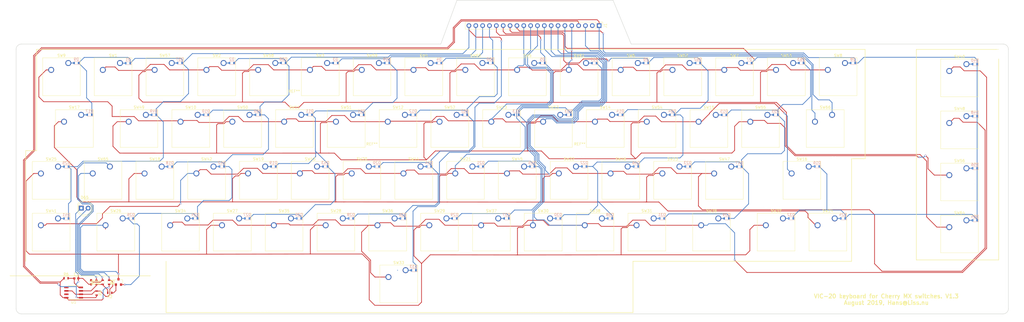
<source format=kicad_pcb>
(kicad_pcb (version 20171130) (host pcbnew "(5.1.5)-2")
  (layers (0 F.Cu signal) (31 B.Cu signal) (34 B.Paste user) (35 F.Paste user) (36 B.SilkS user) (37 F.SilkS user) (38 B.Mask user) (39 F.Mask user) (44 Edge.Cuts user))
  (net 0 "")
  (net 1 /RA)
  (net 2 "Net-(D1-Pad2)")
  (net 3 /RB)
  (net 4 "Net-(D2-Pad2)")
  (net 5 /RC)
  (net 6 "Net-(D3-Pad2)")
  (net 7 /RD)
  (net 8 "Net-(D4-Pad2)")
  (net 9 /RE)
  (net 10 "Net-(D5-Pad2)")
  (net 11 /RF)
  (net 12 "Net-(D6-Pad2)")
  (net 13 /RG)
  (net 14 "Net-(D7-Pad2)")
  (net 15 /RH)
  (net 16 "Net-(D8-Pad2)")
  (net 17 "Net-(D9-Pad2)")
  (net 18 "Net-(D10-Pad2)")
  (net 19 "Net-(D11-Pad2)")
  (net 20 "Net-(D12-Pad2)")
  (net 21 "Net-(D13-Pad2)")
  (net 22 "Net-(D14-Pad2)")
  (net 23 "Net-(D15-Pad2)")
  (net 24 "Net-(D16-Pad2)")
  (net 25 "Net-(D17-Pad2)")
  (net 26 "Net-(D18-Pad2)")
  (net 27 "Net-(D19-Pad2)")
  (net 28 "Net-(D20-Pad2)")
  (net 29 "Net-(D21-Pad2)")
  (net 30 "Net-(D22-Pad2)")
  (net 31 "Net-(D23-Pad2)")
  (net 32 "Net-(D24-Pad2)")
  (net 33 "Net-(D25-Pad2)")
  (net 34 "Net-(D26-Pad2)")
  (net 35 "Net-(D27-Pad2)")
  (net 36 "Net-(D28-Pad2)")
  (net 37 "Net-(D29-Pad2)")
  (net 38 "Net-(D30-Pad2)")
  (net 39 "Net-(D31-Pad2)")
  (net 40 "Net-(D32-Pad2)")
  (net 41 "Net-(D33-Pad2)")
  (net 42 "Net-(D34-Pad2)")
  (net 43 "Net-(D35-Pad2)")
  (net 44 "Net-(D36-Pad2)")
  (net 45 "Net-(D37-Pad2)")
  (net 46 "Net-(D38-Pad2)")
  (net 47 "Net-(D39-Pad2)")
  (net 48 "Net-(D40-Pad2)")
  (net 49 "Net-(D41-Pad2)")
  (net 50 "Net-(D42-Pad2)")
  (net 51 "Net-(D43-Pad2)")
  (net 52 "Net-(D44-Pad2)")
  (net 53 "Net-(D45-Pad2)")
  (net 54 "Net-(D46-Pad2)")
  (net 55 "Net-(D47-Pad2)")
  (net 56 "Net-(D48-Pad2)")
  (net 57 "Net-(D49-Pad2)")
  (net 58 "Net-(D50-Pad2)")
  (net 59 "Net-(D51-Pad2)")
  (net 60 "Net-(D52-Pad2)")
  (net 61 "Net-(D53-Pad2)")
  (net 62 "Net-(D54-Pad2)")
  (net 63 "Net-(D55-Pad2)")
  (net 64 "Net-(D56-Pad2)")
  (net 65 "Net-(D57-Pad2)")
  (net 66 "Net-(D58-Pad2)")
  (net 67 "Net-(D59-Pad2)")
  (net 68 "Net-(D60-Pad2)")
  (net 69 "Net-(D61-Pad2)")
  (net 70 "Net-(D62-Pad2)")
  (net 71 "Net-(D63-Pad2)")
  (net 72 "Net-(D64-Pad2)")
  (net 73 /R8)
  (net 74 /C7)
  (net 75 /C6)
  (net 76 /C5)
  (net 77 /C4)
  (net 78 /C3)
  (net 79 /C2)
  (net 80 /C1)
  (net 81 /C0)
  (net 82 "Net-(C1-Pad1)")
  (net 83 GND)
  (net 84 "Net-(D65-Pad2)")
  (net 85 VCC)
  (net 86 "Net-(Q1-Pad1)")
  (net 87 "Net-(R1-Pad1)")
  (net 88 "Net-(R3-Pad1)")
  (net 89 "Net-(C2-Pad1)")
  (module Buttons_Switches_Keyboard:SW_Cherry_MX1A_1.00u_PCB (layer F.Cu) (at 106.69 79.5)
    (fp_text reference SW51 (at -2.54 -2.794) (layer F.SilkS))
    (fp_text value Key_T)
    (pad 1 thru_hole circle (at 0 0) (size 2.2 2.2) (drill 1.5) (layers *.Cu *.Mask) (net 59 "Net-(D51-Pad2)"))
    (pad 2 thru_hole circle (at -6.35 2.54) (size 2.2 2.2) (drill 1.5) (layers *.Cu *.Mask) (net 75 /C6))
    (pad "" np_thru_hole circle (at -2.54 5.08) (size 4 4) (drill 4) (layers *.Cu *.Mask))
    (pad "" np_thru_hole circle (at -7.62 5.08) (size 1.7 1.7) (drill 1.7) (layers *.Cu *.Mask))
    (pad "" np_thru_hole circle (at 2.54 5.08) (size 1.7 1.7) (drill 1.7) (layers *.Cu *.Mask))
  )
  (module Buttons_Switches_Keyboard:SW_Cherry_MX1A_1.00u_PCB (layer F.Cu) (at 29.9 79.5)
    (fp_text reference SW49 (at -2.54 -2.794) (layer F.SilkS))
    (fp_text value Key_Q)
    (pad 1 thru_hole circle (at 0 0) (size 2.2 2.2) (drill 1.5) (layers *.Cu *.Mask) (net 57 "Net-(D49-Pad2)"))
    (pad 2 thru_hole circle (at -6.35 2.54) (size 2.2 2.2) (drill 1.5) (layers *.Cu *.Mask) (net 75 /C6))
    (pad "" np_thru_hole circle (at -2.54 5.08) (size 4 4) (drill 4) (layers *.Cu *.Mask))
    (pad "" np_thru_hole circle (at -7.62 5.08) (size 1.7 1.7) (drill 1.7) (layers *.Cu *.Mask))
    (pad "" np_thru_hole circle (at 2.54 5.08) (size 1.7 1.7) (drill 1.7) (layers *.Cu *.Mask))
  )
  (module Buttons_Switches_Keyboard:SW_Cherry_MX1A_1.00u_PCB (layer F.Cu) (at 260.21 79.51)
    (fp_text reference SW55 (at -2.54 -2.794) (layer F.SilkS))
    (fp_text value Key_ARROWUP)
    (pad 1 thru_hole circle (at 0 0) (size 2.2 2.2) (drill 1.5) (layers *.Cu *.Mask) (net 63 "Net-(D55-Pad2)"))
    (pad 2 thru_hole circle (at -6.35 2.54) (size 2.2 2.2) (drill 1.5) (layers *.Cu *.Mask) (net 75 /C6))
    (pad "" np_thru_hole circle (at -2.54 5.08) (size 4 4) (drill 4) (layers *.Cu *.Mask))
    (pad "" np_thru_hole circle (at -7.62 5.08) (size 1.7 1.7) (drill 1.7) (layers *.Cu *.Mask))
    (pad "" np_thru_hole circle (at 2.54 5.08) (size 1.7 1.7) (drill 1.7) (layers *.Cu *.Mask))
  )
  (module Buttons_Switches_Keyboard:SW_Cherry_MX1A_1.00u_PCB (layer F.Cu) (at 102.88 117.87)
    (fp_text reference SW28 (at -2.54 -2.794) (layer F.SilkS))
    (fp_text value Key_V)
    (pad 1 thru_hole circle (at 0 0) (size 2.2 2.2) (drill 1.5) (layers *.Cu *.Mask) (net 36 "Net-(D28-Pad2)"))
    (pad 2 thru_hole circle (at -6.35 2.54) (size 2.2 2.2) (drill 1.5) (layers *.Cu *.Mask) (net 78 /C3))
    (pad "" np_thru_hole circle (at -2.54 5.08) (size 4 4) (drill 4) (layers *.Cu *.Mask))
    (pad "" np_thru_hole circle (at -7.62 5.08) (size 1.7 1.7) (drill 1.7) (layers *.Cu *.Mask))
    (pad "" np_thru_hole circle (at 2.54 5.08) (size 1.7 1.7) (drill 1.7) (layers *.Cu *.Mask))
  )
  (module Buttons_Switches_Keyboard:SW_Cherry_MX1A_1.50u_PCB (layer F.Cu) (at 21.31 117.87)
    (fp_text reference SW26 (at -2.54 -2.794) (layer F.SilkS))
    (fp_text value Key_LSHFT)
    (pad 1 thru_hole circle (at 0 0) (size 2.2 2.2) (drill 1.5) (layers *.Cu *.Mask) (net 34 "Net-(D26-Pad2)"))
    (pad 2 thru_hole circle (at -6.35 2.54) (size 2.2 2.2) (drill 1.5) (layers *.Cu *.Mask) (net 78 /C3))
    (pad "" np_thru_hole circle (at -2.54 5.08) (size 4 4) (drill 4) (layers *.Cu *.Mask))
    (pad "" np_thru_hole circle (at -7.62 5.08) (size 1.7 1.7) (drill 1.7) (layers *.Cu *.Mask))
    (pad "" np_thru_hole circle (at 2.54 5.08) (size 1.7 1.7) (drill 1.7) (layers *.Cu *.Mask))
  )
  (module Resistors_SMD:R_0603 (layer F.Cu) (at 0.34 140.03)
    (fp_text reference R6 (at 0 -1.45) (layer F.SilkS))
    (fp_text value 10k)
    (pad 2 smd rect (at 0.75 0) (size 0.5 0.9) (layers F.Cu F.Paste F.Mask) (net 89 "Net-(C2-Pad1)"))
    (pad 1 smd rect (at -0.75 0) (size 0.5 0.9) (layers F.Cu F.Paste F.Mask) (net 85 VCC))
  )
  (module Capacitors_SMD:C_0603 (layer F.Cu) (at 4.13 140.08)
    (fp_text reference C2 (at 0 -1.5) (layer F.SilkS))
    (fp_text value 1uF)
    (pad 1 smd rect (at -0.75 0) (size 0.8 0.75) (layers F.Cu F.Paste F.Mask) (net 89 "Net-(C2-Pad1)"))
    (pad 2 smd rect (at 0.75 0) (size 0.8 0.75) (layers F.Cu F.Paste F.Mask) (net 83 GND))
  )
  (module Capacitors_SMD:C_0603 (layer F.Cu) (at 9.59 141.54 270)
    (fp_text reference C1 (at 0 -1.5 90) (layer F.SilkS))
    (fp_text value 1uF)
    (pad 1 smd rect (at -0.75 0 270) (size 0.8 0.75) (layers F.Cu F.Paste F.Mask) (net 82 "Net-(C1-Pad1)"))
    (pad 2 smd rect (at 0.75 0 270) (size 0.8 0.75) (layers F.Cu F.Paste F.Mask) (net 83 GND))
  )
  (module Buttons_Switches_Keyboard:SW_Cherry_MX1A_1.50u_PCB (layer F.Cu) (at 333.95 118.58)
    (fp_text reference SW64 (at -2.54 -2.794) (layer F.SilkS))
    (fp_text value Key_F7)
    (pad 1 thru_hole circle (at 0 0) (size 2.2 2.2) (drill 1.5) (layers *.Cu *.Mask) (net 72 "Net-(D64-Pad2)"))
    (pad 2 thru_hole circle (at -6.35 2.54) (size 2.2 2.2) (drill 1.5) (layers *.Cu *.Mask) (net 74 /C7))
    (pad "" np_thru_hole circle (at -2.54 5.08) (size 4 4) (drill 4) (layers *.Cu *.Mask))
    (pad "" np_thru_hole circle (at -7.62 5.08) (size 1.7 1.7) (drill 1.7) (layers *.Cu *.Mask))
    (pad "" np_thru_hole circle (at 2.54 5.08) (size 1.7 1.7) (drill 1.7) (layers *.Cu *.Mask))
  )
  (module Buttons_Switches_Keyboard:SW_Cherry_MX1A_1.00u_PCB (layer F.Cu) (at 20.31 60.3)
    (fp_text reference SW1 (at -2.54 -2.794) (layer F.SilkS))
    (fp_text value Key_1)
    (pad 1 thru_hole circle (at 0 0) (size 2.2 2.2) (drill 1.5) (layers *.Cu *.Mask) (net 2 "Net-(D1-Pad2)"))
    (pad 2 thru_hole circle (at -6.35 2.54) (size 2.2 2.2) (drill 1.5) (layers *.Cu *.Mask) (net 81 /C0))
    (pad "" np_thru_hole circle (at -2.54 5.08) (size 4 4) (drill 4) (layers *.Cu *.Mask))
    (pad "" np_thru_hole circle (at -7.62 5.08) (size 1.7 1.7) (drill 1.7) (layers *.Cu *.Mask))
    (pad "" np_thru_hole circle (at 2.54 5.08) (size 1.7 1.7) (drill 1.7) (layers *.Cu *.Mask))
  )
  (module Diodes_SMD:D_0603 (layer B.Cu) (at 23.27 60.36 180)
    (fp_text reference D1 (at 0 1.4 180) (layer B.SilkS) (effects (justify mirror)))
    (fp_text value D)
    (pad 1 smd rect (at -0.85 0 180) (size 0.6 0.8) (layers B.Cu B.Paste B.Mask) (net 1 /RA))
    (pad 2 smd rect (at 0.85 0 180) (size 0.6 0.8) (layers B.Cu B.Paste B.Mask) (net 2 "Net-(D1-Pad2)"))
  )
  (module Diodes_SMD:D_0603 (layer B.Cu) (at 61.72 60.29 180)
    (fp_text reference D2 (at 0 1.4 180) (layer B.SilkS) (effects (justify mirror)))
    (fp_text value D)
    (pad 1 smd rect (at -0.85 0 180) (size 0.6 0.8) (layers B.Cu B.Paste B.Mask) (net 3 /RB))
    (pad 2 smd rect (at 0.85 0 180) (size 0.6 0.8) (layers B.Cu B.Paste B.Mask) (net 4 "Net-(D2-Pad2)"))
  )
  (module Diodes_SMD:D_0603 (layer B.Cu) (at 100.16 60.29 180)
    (fp_text reference D3 (at 0 1.4 180) (layer B.SilkS) (effects (justify mirror)))
    (fp_text value D)
    (pad 1 smd rect (at -0.85 0 180) (size 0.6 0.8) (layers B.Cu B.Paste B.Mask) (net 5 /RC))
    (pad 2 smd rect (at 0.85 0 180) (size 0.6 0.8) (layers B.Cu B.Paste B.Mask) (net 6 "Net-(D3-Pad2)"))
  )
  (module Diodes_SMD:D_0603 (layer B.Cu) (at 138.53 60.29 180)
    (fp_text reference D4 (at 0 1.4 180) (layer B.SilkS) (effects (justify mirror)))
    (fp_text value D)
    (pad 1 smd rect (at -0.85 0 180) (size 0.6 0.8) (layers B.Cu B.Paste B.Mask) (net 7 /RD))
    (pad 2 smd rect (at 0.85 0 180) (size 0.6 0.8) (layers B.Cu B.Paste B.Mask) (net 8 "Net-(D4-Pad2)"))
  )
  (module Diodes_SMD:D_0603 (layer B.Cu) (at 176.86 60.29 180)
    (fp_text reference D5 (at 0 1.4 180) (layer B.SilkS) (effects (justify mirror)))
    (fp_text value D)
    (pad 1 smd rect (at -0.85 0 180) (size 0.6 0.8) (layers B.Cu B.Paste B.Mask) (net 9 /RE))
    (pad 2 smd rect (at 0.85 0 180) (size 0.6 0.8) (layers B.Cu B.Paste B.Mask) (net 10 "Net-(D5-Pad2)"))
  )
  (module Diodes_SMD:D_0603 (layer B.Cu) (at 215.18 60.29 180)
    (fp_text reference D6 (at 0 1.4 180) (layer B.SilkS) (effects (justify mirror)))
    (fp_text value D)
    (pad 1 smd rect (at -0.85 0 180) (size 0.6 0.8) (layers B.Cu B.Paste B.Mask) (net 11 /RF))
    (pad 2 smd rect (at 0.85 0 180) (size 0.6 0.8) (layers B.Cu B.Paste B.Mask) (net 12 "Net-(D6-Pad2)"))
  )
  (module Diodes_SMD:D_0603 (layer B.Cu) (at 253.51 60.29 180)
    (fp_text reference D7 (at 0 1.4 180) (layer B.SilkS) (effects (justify mirror)))
    (fp_text value D)
    (pad 1 smd rect (at -0.85 0 180) (size 0.6 0.8) (layers B.Cu B.Paste B.Mask) (net 13 /RG))
    (pad 2 smd rect (at 0.85 0 180) (size 0.6 0.8) (layers B.Cu B.Paste B.Mask) (net 14 "Net-(D7-Pad2)"))
  )
  (module Diodes_SMD:D_0603 (layer B.Cu) (at 291.88 60.29 180)
    (fp_text reference D8 (at 0 1.4 180) (layer B.SilkS) (effects (justify mirror)))
    (fp_text value D)
    (pad 1 smd rect (at -0.85 0 180) (size 0.6 0.8) (layers B.Cu B.Paste B.Mask) (net 15 /RH))
    (pad 2 smd rect (at 0.85 0 180) (size 0.6 0.8) (layers B.Cu B.Paste B.Mask) (net 16 "Net-(D8-Pad2)"))
  )
  (module Diodes_SMD:D_0603 (layer B.Cu) (at 4.15 60.29 180)
    (fp_text reference D9 (at 0 1.4 180) (layer B.SilkS) (effects (justify mirror)))
    (fp_text value D)
    (pad 1 smd rect (at -0.85 0 180) (size 0.6 0.8) (layers B.Cu B.Paste B.Mask) (net 1 /RA))
    (pad 2 smd rect (at 0.85 0 180) (size 0.6 0.8) (layers B.Cu B.Paste B.Mask) (net 17 "Net-(D9-Pad2)"))
  )
  (module Diodes_SMD:D_0603 (layer B.Cu) (at 52.15 79.49 180)
    (fp_text reference D10 (at 0 1.4 180) (layer B.SilkS) (effects (justify mirror)))
    (fp_text value D)
    (pad 1 smd rect (at -0.85 0 180) (size 0.6 0.8) (layers B.Cu B.Paste B.Mask) (net 3 /RB))
    (pad 2 smd rect (at 0.85 0 180) (size 0.6 0.8) (layers B.Cu B.Paste B.Mask) (net 18 "Net-(D10-Pad2)"))
  )
  (module Diodes_SMD:D_0603 (layer B.Cu) (at 90.6 79.45 180)
    (fp_text reference D11 (at 0 1.4 180) (layer B.SilkS) (effects (justify mirror)))
    (fp_text value D)
    (pad 1 smd rect (at -0.85 0 180) (size 0.6 0.8) (layers B.Cu B.Paste B.Mask) (net 5 /RC))
    (pad 2 smd rect (at 0.85 0 180) (size 0.6 0.8) (layers B.Cu B.Paste B.Mask) (net 19 "Net-(D11-Pad2)"))
  )
  (module Diodes_SMD:D_0603 (layer B.Cu) (at 128.89 79.49 180)
    (fp_text reference D12 (at 0 1.4 180) (layer B.SilkS) (effects (justify mirror)))
    (fp_text value D)
    (pad 1 smd rect (at -0.85 0 180) (size 0.6 0.8) (layers B.Cu B.Paste B.Mask) (net 7 /RD))
    (pad 2 smd rect (at 0.85 0 180) (size 0.6 0.8) (layers B.Cu B.Paste B.Mask) (net 20 "Net-(D12-Pad2)"))
  )
  (module Diodes_SMD:D_0603 (layer B.Cu) (at 167.22 79.49 180)
    (fp_text reference D13 (at 0 1.4 180) (layer B.SilkS) (effects (justify mirror)))
    (fp_text value D)
    (pad 1 smd rect (at -0.85 0 180) (size 0.6 0.8) (layers B.Cu B.Paste B.Mask) (net 9 /RE))
    (pad 2 smd rect (at 0.85 0 180) (size 0.6 0.8) (layers B.Cu B.Paste B.Mask) (net 21 "Net-(D13-Pad2)"))
  )
  (module Diodes_SMD:D_0603 (layer B.Cu) (at 205.66 79.49 180)
    (fp_text reference D14 (at 0 1.4 180) (layer B.SilkS) (effects (justify mirror)))
    (fp_text value D)
    (pad 1 smd rect (at -0.85 0 180) (size 0.6 0.8) (layers B.Cu B.Paste B.Mask) (net 11 /RF))
    (pad 2 smd rect (at 0.85 0 180) (size 0.6 0.8) (layers B.Cu B.Paste B.Mask) (net 22 "Net-(D14-Pad2)"))
  )
  (module Diodes_SMD:D_0603 (layer B.Cu) (at 244.14 79.53 180)
    (fp_text reference D15 (at 0 1.4 180) (layer B.SilkS) (effects (justify mirror)))
    (fp_text value D)
    (pad 1 smd rect (at -0.85 0 180) (size 0.6 0.8) (layers B.Cu B.Paste B.Mask) (net 13 /RG))
    (pad 2 smd rect (at 0.85 0 180) (size 0.6 0.8) (layers B.Cu B.Paste B.Mask) (net 23 "Net-(D15-Pad2)"))
  )
  (module Diodes_SMD:D_0603 (layer B.Cu) (at 278.58 98.62 180)
    (fp_text reference D16 (at 0 1.4 180) (layer B.SilkS) (effects (justify mirror)))
    (fp_text value D)
    (pad 1 smd rect (at -0.85 0 180) (size 0.6 0.8) (layers B.Cu B.Paste B.Mask) (net 15 /RH))
    (pad 2 smd rect (at 0.85 0 180) (size 0.6 0.8) (layers B.Cu B.Paste B.Mask) (net 24 "Net-(D16-Pad2)"))
  )
  (module Diodes_SMD:D_0603 (layer B.Cu) (at 9.03 79.49 180)
    (fp_text reference D17 (at 0 1.4 180) (layer B.SilkS) (effects (justify mirror)))
    (fp_text value D)
    (pad 1 smd rect (at -0.85 0 180) (size 0.6 0.8) (layers B.Cu B.Paste B.Mask) (net 1 /RA))
    (pad 2 smd rect (at 0.85 0 180) (size 0.6 0.8) (layers B.Cu B.Paste B.Mask) (net 25 "Net-(D17-Pad2)"))
  )
  (module Diodes_SMD:D_0603 (layer B.Cu) (at 38.78 98.69 180)
    (fp_text reference D18 (at 0 1.4 180) (layer B.SilkS) (effects (justify mirror)))
    (fp_text value D)
    (pad 1 smd rect (at -0.85 0 180) (size 0.6 0.8) (layers B.Cu B.Paste B.Mask) (net 3 /RB))
    (pad 2 smd rect (at 0.85 0 180) (size 0.6 0.8) (layers B.Cu B.Paste B.Mask) (net 26 "Net-(D18-Pad2)"))
  )
  (module Diodes_SMD:D_0603 (layer B.Cu) (at 77.15 98.65 180)
    (fp_text reference D19 (at 0 1.4 180) (layer B.SilkS) (effects (justify mirror)))
    (fp_text value D)
    (pad 1 smd rect (at -0.85 0 180) (size 0.6 0.8) (layers B.Cu B.Paste B.Mask) (net 5 /RC))
    (pad 2 smd rect (at 0.85 0 180) (size 0.6 0.8) (layers B.Cu B.Paste B.Mask) (net 27 "Net-(D19-Pad2)"))
  )
  (module Diodes_SMD:D_0603 (layer B.Cu) (at 115.48 98.65 180)
    (fp_text reference D20 (at 0 1.4 180) (layer B.SilkS) (effects (justify mirror)))
    (fp_text value D)
    (pad 1 smd rect (at -0.85 0 180) (size 0.6 0.8) (layers B.Cu B.Paste B.Mask) (net 7 /RD))
    (pad 2 smd rect (at 0.85 0 180) (size 0.6 0.8) (layers B.Cu B.Paste B.Mask) (net 28 "Net-(D20-Pad2)"))
  )
  (module Diodes_SMD:D_0603 (layer B.Cu) (at 153.96 98.65 180)
    (fp_text reference D21 (at 0 1.4 180) (layer B.SilkS) (effects (justify mirror)))
    (fp_text value D)
    (pad 1 smd rect (at -0.85 0 180) (size 0.6 0.8) (layers B.Cu B.Paste B.Mask) (net 9 /RE))
    (pad 2 smd rect (at 0.85 0 180) (size 0.6 0.8) (layers B.Cu B.Paste B.Mask) (net 29 "Net-(D21-Pad2)"))
  )
  (module Diodes_SMD:D_0603 (layer B.Cu) (at 192.32 98.62 180)
    (fp_text reference D22 (at 0 1.4 180) (layer B.SilkS) (effects (justify mirror)))
    (fp_text value D)
    (pad 1 smd rect (at -0.85 0 180) (size 0.6 0.8) (layers B.Cu B.Paste B.Mask) (net 11 /RF))
    (pad 2 smd rect (at 0.85 0 180) (size 0.6 0.8) (layers B.Cu B.Paste B.Mask) (net 30 "Net-(D22-Pad2)"))
  )
  (module Diodes_SMD:D_0603 (layer B.Cu) (at 230.65 98.65 180)
    (fp_text reference D23 (at 0 1.4 180) (layer B.SilkS) (effects (justify mirror)))
    (fp_text value D)
    (pad 1 smd rect (at -0.85 0 180) (size 0.6 0.8) (layers B.Cu B.Paste B.Mask) (net 13 /RG))
    (pad 2 smd rect (at 0.85 0 180) (size 0.6 0.8) (layers B.Cu B.Paste B.Mask) (net 31 "Net-(D23-Pad2)"))
  )
  (module Diodes_SMD:D_0603 (layer B.Cu) (at 288.22 117.88 180)
    (fp_text reference D24 (at 0 1.4 180) (layer B.SilkS) (effects (justify mirror)))
    (fp_text value D)
    (pad 1 smd rect (at -0.85 0 180) (size 0.6 0.8) (layers B.Cu B.Paste B.Mask) (net 15 /RH))
    (pad 2 smd rect (at 0.85 0 180) (size 0.6 0.8) (layers B.Cu B.Paste B.Mask) (net 32 "Net-(D24-Pad2)"))
  )
  (module Diodes_SMD:D_0603 (layer B.Cu) (at 0.41 98.69 180)
    (fp_text reference D25 (at 0 1.4 180) (layer B.SilkS) (effects (justify mirror)))
    (fp_text value D)
    (pad 1 smd rect (at -0.85 0 180) (size 0.6 0.8) (layers B.Cu B.Paste B.Mask) (net 1 /RA))
    (pad 2 smd rect (at 0.85 0 180) (size 0.6 0.8) (layers B.Cu B.Paste B.Mask) (net 33 "Net-(D25-Pad2)"))
  )
  (module Diodes_SMD:D_0603 (layer B.Cu) (at 24.33 117.88 180)
    (fp_text reference D26 (at 0 1.4 180) (layer B.SilkS) (effects (justify mirror)))
    (fp_text value D)
    (pad 1 smd rect (at -0.85 0 180) (size 0.6 0.8) (layers B.Cu B.Paste B.Mask) (net 3 /RB))
    (pad 2 smd rect (at 0.85 0 180) (size 0.6 0.8) (layers B.Cu B.Paste B.Mask) (net 34 "Net-(D26-Pad2)"))
  )
  (module Diodes_SMD:D_0603 (layer B.Cu) (at 67.44 117.88 180)
    (fp_text reference D27 (at 0 1.4 180) (layer B.SilkS) (effects (justify mirror)))
    (fp_text value D)
    (pad 1 smd rect (at -0.85 0 180) (size 0.6 0.8) (layers B.Cu B.Paste B.Mask) (net 5 /RC))
    (pad 2 smd rect (at 0.85 0 180) (size 0.6 0.8) (layers B.Cu B.Paste B.Mask) (net 35 "Net-(D27-Pad2)"))
  )
  (module Diodes_SMD:D_0603 (layer B.Cu) (at 105.86 117.88 180)
    (fp_text reference D28 (at 0 1.4 180) (layer B.SilkS) (effects (justify mirror)))
    (fp_text value D)
    (pad 1 smd rect (at -0.85 0 180) (size 0.6 0.8) (layers B.Cu B.Paste B.Mask) (net 7 /RD))
    (pad 2 smd rect (at 0.85 0 180) (size 0.6 0.8) (layers B.Cu B.Paste B.Mask) (net 36 "Net-(D28-Pad2)"))
  )
  (module Diodes_SMD:D_0603 (layer B.Cu) (at 144.25 117.88 180)
    (fp_text reference D29 (at 0 1.4 180) (layer B.SilkS) (effects (justify mirror)))
    (fp_text value D)
    (pad 1 smd rect (at -0.85 0 180) (size 0.6 0.8) (layers B.Cu B.Paste B.Mask) (net 9 /RE))
    (pad 2 smd rect (at 0.85 0 180) (size 0.6 0.8) (layers B.Cu B.Paste B.Mask) (net 37 "Net-(D29-Pad2)"))
  )
  (module Diodes_SMD:D_0603 (layer B.Cu) (at 182.64 117.88 180)
    (fp_text reference D30 (at 0 1.4 180) (layer B.SilkS) (effects (justify mirror)))
    (fp_text value D)
    (pad 1 smd rect (at -0.85 0 180) (size 0.6 0.8) (layers B.Cu B.Paste B.Mask) (net 11 /RF))
    (pad 2 smd rect (at 0.85 0 180) (size 0.6 0.8) (layers B.Cu B.Paste B.Mask) (net 38 "Net-(D30-Pad2)"))
  )
  (module Diodes_SMD:D_0603 (layer B.Cu) (at 221.11 117.88 180)
    (fp_text reference D31 (at 0 1.4 180) (layer B.SilkS) (effects (justify mirror)))
    (fp_text value D)
    (pad 1 smd rect (at -0.85 0 180) (size 0.6 0.8) (layers B.Cu B.Paste B.Mask) (net 13 /RG))
    (pad 2 smd rect (at 0.85 0 180) (size 0.6 0.8) (layers B.Cu B.Paste B.Mask) (net 39 "Net-(D31-Pad2)"))
  )
  (module Diodes_SMD:D_0603 (layer B.Cu) (at 268.97 117.88 180)
    (fp_text reference D32 (at 0 1.4 180) (layer B.SilkS) (effects (justify mirror)))
    (fp_text value D)
    (pad 1 smd rect (at -0.85 0 180) (size 0.6 0.8) (layers B.Cu B.Paste B.Mask) (net 15 /RH))
    (pad 2 smd rect (at 0.85 0 180) (size 0.6 0.8) (layers B.Cu B.Paste B.Mask) (net 40 "Net-(D32-Pad2)"))
  )
  (module Diodes_SMD:D_0603 (layer B.Cu) (at 129.12 137.1 180)
    (fp_text reference D33 (at 0 1.4 180) (layer B.SilkS) (effects (justify mirror)))
    (fp_text value D)
    (pad 1 smd rect (at -0.85 0 180) (size 0.6 0.8) (layers B.Cu B.Paste B.Mask) (net 1 /RA))
    (pad 2 smd rect (at 0.85 0 180) (size 0.6 0.8) (layers B.Cu B.Paste B.Mask) (net 41 "Net-(D33-Pad2)"))
  )
  (module Diodes_SMD:D_0603 (layer B.Cu) (at 48.19 117.88 180)
    (fp_text reference D34 (at 0 1.4 180) (layer B.SilkS) (effects (justify mirror)))
    (fp_text value D)
    (pad 1 smd rect (at -0.85 0 180) (size 0.6 0.8) (layers B.Cu B.Paste B.Mask) (net 3 /RB))
    (pad 2 smd rect (at 0.85 0 180) (size 0.6 0.8) (layers B.Cu B.Paste B.Mask) (net 42 "Net-(D34-Pad2)"))
  )
  (module Diodes_SMD:D_0603 (layer B.Cu) (at 86.64 117.88 180)
    (fp_text reference D35 (at 0 1.4 180) (layer B.SilkS) (effects (justify mirror)))
    (fp_text value D)
    (pad 1 smd rect (at -0.85 0 180) (size 0.6 0.8) (layers B.Cu B.Paste B.Mask) (net 5 /RC))
    (pad 2 smd rect (at 0.85 0 180) (size 0.6 0.8) (layers B.Cu B.Paste B.Mask) (net 43 "Net-(D35-Pad2)"))
  )
  (module Diodes_SMD:D_0603 (layer B.Cu) (at 125.06 117.91 180)
    (fp_text reference D36 (at 0 1.4 180) (layer B.SilkS) (effects (justify mirror)))
    (fp_text value D)
    (pad 1 smd rect (at -0.85 0 180) (size 0.6 0.8) (layers B.Cu B.Paste B.Mask) (net 7 /RD))
    (pad 2 smd rect (at 0.85 0 180) (size 0.6 0.8) (layers B.Cu B.Paste B.Mask) (net 44 "Net-(D36-Pad2)"))
  )
  (module Diodes_SMD:D_0603 (layer B.Cu) (at 163.53 117.88 180)
    (fp_text reference D37 (at 0 1.4 180) (layer B.SilkS) (effects (justify mirror)))
    (fp_text value D)
    (pad 1 smd rect (at -0.85 0 180) (size 0.6 0.8) (layers B.Cu B.Paste B.Mask) (net 9 /RE))
    (pad 2 smd rect (at 0.85 0 180) (size 0.6 0.8) (layers B.Cu B.Paste B.Mask) (net 45 "Net-(D37-Pad2)"))
  )
  (module Diodes_SMD:D_0603 (layer B.Cu) (at 201.86 117.88 180)
    (fp_text reference D38 (at 0 1.4 180) (layer B.SilkS) (effects (justify mirror)))
    (fp_text value D)
    (pad 1 smd rect (at -0.85 0 180) (size 0.6 0.8) (layers B.Cu B.Paste B.Mask) (net 11 /RF))
    (pad 2 smd rect (at 0.85 0 180) (size 0.6 0.8) (layers B.Cu B.Paste B.Mask) (net 46 "Net-(D38-Pad2)"))
  )
  (module Diodes_SMD:D_0603 (layer B.Cu) (at 245.05 117.88 180)
    (fp_text reference D39 (at 0 1.4 180) (layer B.SilkS) (effects (justify mirror)))
    (fp_text value D)
    (pad 1 smd rect (at -0.85 0 180) (size 0.6 0.8) (layers B.Cu B.Paste B.Mask) (net 13 /RG))
    (pad 2 smd rect (at 0.85 0 180) (size 0.6 0.8) (layers B.Cu B.Paste B.Mask) (net 47 "Net-(D39-Pad2)"))
  )
  (module Diodes_SMD:D_0603 (layer B.Cu) (at 337.07 60.71 180)
    (fp_text reference D40 (at 0 1.4 180) (layer B.SilkS) (effects (justify mirror)))
    (fp_text value D)
    (pad 1 smd rect (at -0.85 0 180) (size 0.6 0.8) (layers B.Cu B.Paste B.Mask) (net 15 /RH))
    (pad 2 smd rect (at 0.85 0 180) (size 0.6 0.8) (layers B.Cu B.Paste B.Mask) (net 48 "Net-(D40-Pad2)"))
  )
  (module Diodes_SMD:D_0603 (layer B.Cu) (at 0.39 117.91 180)
    (fp_text reference D41 (at 0 1.4 180) (layer B.SilkS) (effects (justify mirror)))
    (fp_text value D)
    (pad 1 smd rect (at -0.85 0 180) (size 0.6 0.8) (layers B.Cu B.Paste B.Mask) (net 1 /RA))
    (pad 2 smd rect (at 0.85 0 180) (size 0.6 0.8) (layers B.Cu B.Paste B.Mask) (net 49 "Net-(D41-Pad2)"))
  )
  (module Diodes_SMD:D_0603 (layer B.Cu) (at 58.02 98.65 180)
    (fp_text reference D42 (at 0 1.4 180) (layer B.SilkS) (effects (justify mirror)))
    (fp_text value D)
    (pad 1 smd rect (at -0.85 0 180) (size 0.6 0.8) (layers B.Cu B.Paste B.Mask) (net 3 /RB))
    (pad 2 smd rect (at 0.85 0 180) (size 0.6 0.8) (layers B.Cu B.Paste B.Mask) (net 50 "Net-(D42-Pad2)"))
  )
  (module Diodes_SMD:D_0603 (layer B.Cu) (at 96.39 98.65 180)
    (fp_text reference D43 (at 0 1.4 180) (layer B.SilkS) (effects (justify mirror)))
    (fp_text value D)
    (pad 1 smd rect (at -0.85 0 180) (size 0.6 0.8) (layers B.Cu B.Paste B.Mask) (net 5 /RC))
    (pad 2 smd rect (at 0.85 0 180) (size 0.6 0.8) (layers B.Cu B.Paste B.Mask) (net 51 "Net-(D43-Pad2)"))
  )
  (module Diodes_SMD:D_0603 (layer B.Cu) (at 134.76 98.65 180)
    (fp_text reference D44 (at 0 1.4 180) (layer B.SilkS) (effects (justify mirror)))
    (fp_text value D)
    (pad 1 smd rect (at -0.85 0 180) (size 0.6 0.8) (layers B.Cu B.Paste B.Mask) (net 7 /RD))
    (pad 2 smd rect (at 0.85 0 180) (size 0.6 0.8) (layers B.Cu B.Paste B.Mask) (net 52 "Net-(D44-Pad2)"))
  )
  (module Diodes_SMD:D_0603 (layer B.Cu) (at 173.05 98.65 180)
    (fp_text reference D45 (at 0 1.4 180) (layer B.SilkS) (effects (justify mirror)))
    (fp_text value D)
    (pad 1 smd rect (at -0.85 0 180) (size 0.6 0.8) (layers B.Cu B.Paste B.Mask) (net 9 /RE))
    (pad 2 smd rect (at 0.85 0 180) (size 0.6 0.8) (layers B.Cu B.Paste B.Mask) (net 53 "Net-(D45-Pad2)"))
  )
  (module Diodes_SMD:D_0603 (layer B.Cu) (at 211.49 98.65 180)
    (fp_text reference D46 (at 0 1.4 180) (layer B.SilkS) (effects (justify mirror)))
    (fp_text value D)
    (pad 1 smd rect (at -0.85 0 180) (size 0.6 0.8) (layers B.Cu B.Paste B.Mask) (net 11 /RF))
    (pad 2 smd rect (at 0.85 0 180) (size 0.6 0.8) (layers B.Cu B.Paste B.Mask) (net 54 "Net-(D46-Pad2)"))
  )
  (module Diodes_SMD:D_0603 (layer B.Cu) (at 249.78 98.69 180)
    (fp_text reference D47 (at 0 1.4 180) (layer B.SilkS) (effects (justify mirror)))
    (fp_text value D)
    (pad 1 smd rect (at -0.85 0 180) (size 0.6 0.8) (layers B.Cu B.Paste B.Mask) (net 13 /RG))
    (pad 2 smd rect (at 0.85 0 180) (size 0.6 0.8) (layers B.Cu B.Paste B.Mask) (net 55 "Net-(D47-Pad2)"))
  )
  (module Diodes_SMD:D_0603 (layer B.Cu) (at 337.07 79.99 180)
    (fp_text reference D48 (at 0 1.4 180) (layer B.SilkS) (effects (justify mirror)))
    (fp_text value D)
    (pad 1 smd rect (at -0.85 0 180) (size 0.6 0.8) (layers B.Cu B.Paste B.Mask) (net 15 /RH))
    (pad 2 smd rect (at 0.85 0 180) (size 0.6 0.8) (layers B.Cu B.Paste B.Mask) (net 56 "Net-(D48-Pad2)"))
  )
  (module Diodes_SMD:D_0603 (layer B.Cu) (at 32.88 79.49 180)
    (fp_text reference D49 (at 0 1.4 180) (layer B.SilkS) (effects (justify mirror)))
    (fp_text value D)
    (pad 1 smd rect (at -0.85 0 180) (size 0.6 0.8) (layers B.Cu B.Paste B.Mask) (net 1 /RA))
    (pad 2 smd rect (at 0.85 0 180) (size 0.6 0.8) (layers B.Cu B.Paste B.Mask) (net 57 "Net-(D49-Pad2)"))
  )
  (module Diodes_SMD:D_0603 (layer B.Cu) (at 71.36 79.49 180)
    (fp_text reference D50 (at 0 1.4 180) (layer B.SilkS) (effects (justify mirror)))
    (fp_text value D)
    (pad 1 smd rect (at -0.85 0 180) (size 0.6 0.8) (layers B.Cu B.Paste B.Mask) (net 3 /RB))
    (pad 2 smd rect (at 0.85 0 180) (size 0.6 0.8) (layers B.Cu B.Paste B.Mask) (net 58 "Net-(D50-Pad2)"))
  )
  (module Diodes_SMD:D_0603 (layer B.Cu) (at 109.76 79.53 180)
    (fp_text reference D51 (at 0 1.4 180) (layer B.SilkS) (effects (justify mirror)))
    (fp_text value D)
    (pad 1 smd rect (at -0.85 0 180) (size 0.6 0.8) (layers B.Cu B.Paste B.Mask) (net 5 /RC))
    (pad 2 smd rect (at 0.85 0 180) (size 0.6 0.8) (layers B.Cu B.Paste B.Mask) (net 59 "Net-(D51-Pad2)"))
  )
  (module Diodes_SMD:D_0603 (layer B.Cu) (at 148.09 79.49 180)
    (fp_text reference D52 (at 0 1.4 180) (layer B.SilkS) (effects (justify mirror)))
    (fp_text value D)
    (pad 1 smd rect (at -0.85 0 180) (size 0.6 0.8) (layers B.Cu B.Paste B.Mask) (net 7 /RD))
    (pad 2 smd rect (at 0.85 0 180) (size 0.6 0.8) (layers B.Cu B.Paste B.Mask) (net 60 "Net-(D52-Pad2)"))
  )
  (module Diodes_SMD:D_0603 (layer B.Cu) (at 186.53 79.49 180)
    (fp_text reference D53 (at 0 1.4 180) (layer B.SilkS) (effects (justify mirror)))
    (fp_text value D)
    (pad 1 smd rect (at -0.85 0 180) (size 0.6 0.8) (layers B.Cu B.Paste B.Mask) (net 9 /RE))
    (pad 2 smd rect (at 0.85 0 180) (size 0.6 0.8) (layers B.Cu B.Paste B.Mask) (net 61 "Net-(D53-Pad2)"))
  )
  (module Diodes_SMD:D_0603 (layer B.Cu) (at 224.94 79.49 180)
    (fp_text reference D54 (at 0 1.4 180) (layer B.SilkS) (effects (justify mirror)))
    (fp_text value D)
    (pad 1 smd rect (at -0.85 0 180) (size 0.6 0.8) (layers B.Cu B.Paste B.Mask) (net 11 /RF))
    (pad 2 smd rect (at 0.85 0 180) (size 0.6 0.8) (layers B.Cu B.Paste B.Mask) (net 62 "Net-(D54-Pad2)"))
  )
  (module Diodes_SMD:D_0603 (layer B.Cu) (at 263.23 79.49 180)
    (fp_text reference D55 (at 0 1.4 180) (layer B.SilkS) (effects (justify mirror)))
    (fp_text value D)
    (pad 1 smd rect (at -0.85 0 180) (size 0.6 0.8) (layers B.Cu B.Paste B.Mask) (net 13 /RG))
    (pad 2 smd rect (at 0.85 0 180) (size 0.6 0.8) (layers B.Cu B.Paste B.Mask) (net 63 "Net-(D55-Pad2)"))
  )
  (module Diodes_SMD:D_0603 (layer B.Cu) (at 337.07 99.3 180)
    (fp_text reference D56 (at 0 1.4 180) (layer B.SilkS) (effects (justify mirror)))
    (fp_text value D)
    (pad 1 smd rect (at -0.85 0 180) (size 0.6 0.8) (layers B.Cu B.Paste B.Mask) (net 15 /RH))
    (pad 2 smd rect (at 0.85 0 180) (size 0.6 0.8) (layers B.Cu B.Paste B.Mask) (net 64 "Net-(D56-Pad2)"))
  )
  (module Diodes_SMD:D_0603 (layer B.Cu) (at 42.48 60.29 180)
    (fp_text reference D57 (at 0 1.4 180) (layer B.SilkS) (effects (justify mirror)))
    (fp_text value D)
    (pad 1 smd rect (at -0.85 0 180) (size 0.6 0.8) (layers B.Cu B.Paste B.Mask) (net 1 /RA))
    (pad 2 smd rect (at 0.85 0 180) (size 0.6 0.8) (layers B.Cu B.Paste B.Mask) (net 65 "Net-(D57-Pad2)"))
  )
  (module Diodes_SMD:D_0603 (layer B.Cu) (at 80.84 60.25 180)
    (fp_text reference D58 (at 0 1.4 180) (layer B.SilkS) (effects (justify mirror)))
    (fp_text value D)
    (pad 1 smd rect (at -0.85 0 180) (size 0.6 0.8) (layers B.Cu B.Paste B.Mask) (net 3 /RB))
    (pad 2 smd rect (at 0.85 0 180) (size 0.6 0.8) (layers B.Cu B.Paste B.Mask) (net 66 "Net-(D58-Pad2)"))
  )
  (module Diodes_SMD:D_0603 (layer B.Cu) (at 119.25 60.29 180)
    (fp_text reference D59 (at 0 1.4 180) (layer B.SilkS) (effects (justify mirror)))
    (fp_text value D)
    (pad 1 smd rect (at -0.85 0 180) (size 0.6 0.8) (layers B.Cu B.Paste B.Mask) (net 5 /RC))
    (pad 2 smd rect (at 0.85 0 180) (size 0.6 0.8) (layers B.Cu B.Paste B.Mask) (net 67 "Net-(D59-Pad2)"))
  )
  (module Diodes_SMD:D_0603 (layer B.Cu) (at 157.58 60.25 180)
    (fp_text reference D60 (at 0 1.4 180) (layer B.SilkS) (effects (justify mirror)))
    (fp_text value D)
    (pad 1 smd rect (at -0.85 0 180) (size 0.6 0.8) (layers B.Cu B.Paste B.Mask) (net 7 /RD))
    (pad 2 smd rect (at 0.85 0 180) (size 0.6 0.8) (layers B.Cu B.Paste B.Mask) (net 68 "Net-(D60-Pad2)"))
  )
  (module Diodes_SMD:D_0603 (layer B.Cu) (at 196.06 60.33 180)
    (fp_text reference D61 (at 0 1.4 180) (layer B.SilkS) (effects (justify mirror)))
    (fp_text value D)
    (pad 1 smd rect (at -0.85 0 180) (size 0.6 0.8) (layers B.Cu B.Paste B.Mask) (net 9 /RE))
    (pad 2 smd rect (at 0.85 0 180) (size 0.6 0.8) (layers B.Cu B.Paste B.Mask) (net 69 "Net-(D61-Pad2)"))
  )
  (module Diodes_SMD:D_0603 (layer B.Cu) (at 234.42 60.29 180)
    (fp_text reference D62 (at 0 1.4 180) (layer B.SilkS) (effects (justify mirror)))
    (fp_text value D)
    (pad 1 smd rect (at -0.85 0 180) (size 0.6 0.8) (layers B.Cu B.Paste B.Mask) (net 11 /RF))
    (pad 2 smd rect (at 0.85 0 180) (size 0.6 0.8) (layers B.Cu B.Paste B.Mask) (net 70 "Net-(D62-Pad2)"))
  )
  (module Diodes_SMD:D_0603 (layer B.Cu) (at 272.75 60.29 180)
    (fp_text reference D63 (at 0 1.4 180) (layer B.SilkS) (effects (justify mirror)))
    (fp_text value D)
    (pad 1 smd rect (at -0.85 0 180) (size 0.6 0.8) (layers B.Cu B.Paste B.Mask) (net 13 /RG))
    (pad 2 smd rect (at 0.85 0 180) (size 0.6 0.8) (layers B.Cu B.Paste B.Mask) (net 71 "Net-(D63-Pad2)"))
  )
  (module Diodes_SMD:D_0603 (layer B.Cu) (at 337.07 118.58 180)
    (fp_text reference D64 (at 0 1.4 180) (layer B.SilkS) (effects (justify mirror)))
    (fp_text value D)
    (pad 1 smd rect (at -0.85 0 180) (size 0.6 0.8) (layers B.Cu B.Paste B.Mask) (net 15 /RH))
    (pad 2 smd rect (at 0.85 0 180) (size 0.6 0.8) (layers B.Cu B.Paste B.Mask) (net 72 "Net-(D64-Pad2)"))
  )
  (module Pin_Headers:Pin_Header_Straight_1x20_Pitch2.54mm (layer F.Cu) (at 197.87 46.44 270)
    (fp_text reference J1 (at 0 -2.33 270) (layer F.SilkS))
    (fp_text value Conn_01x20)
    (pad 1 thru_hole rect (at 0 0 270) (size 1.7 1.7) (drill 1) (layers *.Cu *.Mask) (net 83 GND))
    (pad 2 thru_hole oval (at 0 2.54 270) (size 1.7 1.7) (drill 1) (layers *.Cu *.Mask))
    (pad 3 thru_hole oval (at 0 5.08 270) (size 1.7 1.7) (drill 1) (layers *.Cu *.Mask) (net 73 /R8))
    (pad 4 thru_hole oval (at 0 7.62 270) (size 1.7 1.7) (drill 1) (layers *.Cu *.Mask) (net 85 VCC))
    (pad 5 thru_hole oval (at 0 10.16 270) (size 1.7 1.7) (drill 1) (layers *.Cu *.Mask) (net 74 /C7))
    (pad 6 thru_hole oval (at 0 12.7 270) (size 1.7 1.7) (drill 1) (layers *.Cu *.Mask) (net 75 /C6))
    (pad 7 thru_hole oval (at 0 15.24 270) (size 1.7 1.7) (drill 1) (layers *.Cu *.Mask) (net 76 /C5))
    (pad 8 thru_hole oval (at 0 17.78 270) (size 1.7 1.7) (drill 1) (layers *.Cu *.Mask) (net 77 /C4))
    (pad 9 thru_hole oval (at 0 20.32 270) (size 1.7 1.7) (drill 1) (layers *.Cu *.Mask) (net 78 /C3))
    (pad 10 thru_hole oval (at 0 22.86 270) (size 1.7 1.7) (drill 1) (layers *.Cu *.Mask) (net 79 /C2))
    (pad 11 thru_hole oval (at 0 25.4 270) (size 1.7 1.7) (drill 1) (layers *.Cu *.Mask) (net 80 /C1))
    (pad 12 thru_hole oval (at 0 27.94 270) (size 1.7 1.7) (drill 1) (layers *.Cu *.Mask) (net 81 /C0))
    (pad 13 thru_hole oval (at 0 30.48 270) (size 1.7 1.7) (drill 1) (layers *.Cu *.Mask) (net 15 /RH))
    (pad 14 thru_hole oval (at 0 33.02 270) (size 1.7 1.7) (drill 1) (layers *.Cu *.Mask) (net 13 /RG))
    (pad 15 thru_hole oval (at 0 35.56 270) (size 1.7 1.7) (drill 1) (layers *.Cu *.Mask) (net 11 /RF))
    (pad 16 thru_hole oval (at 0 38.1 270) (size 1.7 1.7) (drill 1) (layers *.Cu *.Mask) (net 9 /RE))
    (pad 17 thru_hole oval (at 0 40.64 270) (size 1.7 1.7) (drill 1) (layers *.Cu *.Mask) (net 7 /RD))
    (pad 18 thru_hole oval (at 0 43.18 270) (size 1.7 1.7) (drill 1) (layers *.Cu *.Mask) (net 5 /RC))
    (pad 19 thru_hole oval (at 0 45.72 270) (size 1.7 1.7) (drill 1) (layers *.Cu *.Mask) (net 3 /RB))
    (pad 20 thru_hole oval (at 0 48.26 270) (size 1.7 1.7) (drill 1) (layers *.Cu *.Mask) (net 1 /RA))
  )
  (module Buttons_Switches_Keyboard:SW_Cherry_MX1A_1.00u_PCB (layer F.Cu) (at 58.7 60.3)
    (fp_text reference SW2 (at -2.54 -2.794) (layer F.SilkS))
    (fp_text value Key_3)
    (pad 1 thru_hole circle (at 0 0) (size 2.2 2.2) (drill 1.5) (layers *.Cu *.Mask) (net 4 "Net-(D2-Pad2)"))
    (pad 2 thru_hole circle (at -6.35 2.54) (size 2.2 2.2) (drill 1.5) (layers *.Cu *.Mask) (net 81 /C0))
    (pad "" np_thru_hole circle (at -2.54 5.08) (size 4 4) (drill 4) (layers *.Cu *.Mask))
    (pad "" np_thru_hole circle (at -7.62 5.08) (size 1.7 1.7) (drill 1.7) (layers *.Cu *.Mask))
    (pad "" np_thru_hole circle (at 2.54 5.08) (size 1.7 1.7) (drill 1.7) (layers *.Cu *.Mask))
  )
  (module Buttons_Switches_Keyboard:SW_Cherry_MX1A_1.00u_PCB (layer F.Cu) (at 97.06 60.3)
    (fp_text reference SW3 (at -2.54 -2.794) (layer F.SilkS))
    (fp_text value Key_5)
    (pad 1 thru_hole circle (at 0 0) (size 2.2 2.2) (drill 1.5) (layers *.Cu *.Mask) (net 6 "Net-(D3-Pad2)"))
    (pad 2 thru_hole circle (at -6.35 2.54) (size 2.2 2.2) (drill 1.5) (layers *.Cu *.Mask) (net 81 /C0))
    (pad "" np_thru_hole circle (at -2.54 5.08) (size 4 4) (drill 4) (layers *.Cu *.Mask))
    (pad "" np_thru_hole circle (at -7.62 5.08) (size 1.7 1.7) (drill 1.7) (layers *.Cu *.Mask))
    (pad "" np_thru_hole circle (at 2.54 5.08) (size 1.7 1.7) (drill 1.7) (layers *.Cu *.Mask))
  )
  (module Buttons_Switches_Keyboard:SW_Cherry_MX1A_1.00u_PCB (layer F.Cu) (at 135.42 60.3)
    (fp_text reference SW4 (at -2.54 -2.794) (layer F.SilkS))
    (fp_text value Key_7)
    (pad 1 thru_hole circle (at 0 0) (size 2.2 2.2) (drill 1.5) (layers *.Cu *.Mask) (net 8 "Net-(D4-Pad2)"))
    (pad 2 thru_hole circle (at -6.35 2.54) (size 2.2 2.2) (drill 1.5) (layers *.Cu *.Mask) (net 81 /C0))
    (pad "" np_thru_hole circle (at -2.54 5.08) (size 4 4) (drill 4) (layers *.Cu *.Mask))
    (pad "" np_thru_hole circle (at -7.62 5.08) (size 1.7 1.7) (drill 1.7) (layers *.Cu *.Mask))
    (pad "" np_thru_hole circle (at 2.54 5.08) (size 1.7 1.7) (drill 1.7) (layers *.Cu *.Mask))
  )
  (module Buttons_Switches_Keyboard:SW_Cherry_MX1A_1.00u_PCB (layer F.Cu) (at 173.82 60.3)
    (fp_text reference SW5 (at -2.54 -2.794) (layer F.SilkS))
    (fp_text value Key_9)
    (pad 1 thru_hole circle (at 0 0) (size 2.2 2.2) (drill 1.5) (layers *.Cu *.Mask) (net 10 "Net-(D5-Pad2)"))
    (pad 2 thru_hole circle (at -6.35 2.54) (size 2.2 2.2) (drill 1.5) (layers *.Cu *.Mask) (net 81 /C0))
    (pad "" np_thru_hole circle (at -2.54 5.08) (size 4 4) (drill 4) (layers *.Cu *.Mask))
    (pad "" np_thru_hole circle (at -7.62 5.08) (size 1.7 1.7) (drill 1.7) (layers *.Cu *.Mask))
    (pad "" np_thru_hole circle (at 2.54 5.08) (size 1.7 1.7) (drill 1.7) (layers *.Cu *.Mask))
  )
  (module Buttons_Switches_Keyboard:SW_Cherry_MX1A_1.00u_PCB (layer F.Cu) (at 212.19 60.3)
    (fp_text reference SW6 (at -2.54 -2.794) (layer F.SilkS))
    (fp_text value Key_Plus)
    (pad 1 thru_hole circle (at 0 0) (size 2.2 2.2) (drill 1.5) (layers *.Cu *.Mask) (net 12 "Net-(D6-Pad2)"))
    (pad 2 thru_hole circle (at -6.35 2.54) (size 2.2 2.2) (drill 1.5) (layers *.Cu *.Mask) (net 81 /C0))
    (pad "" np_thru_hole circle (at -2.54 5.08) (size 4 4) (drill 4) (layers *.Cu *.Mask))
    (pad "" np_thru_hole circle (at -7.62 5.08) (size 1.7 1.7) (drill 1.7) (layers *.Cu *.Mask))
    (pad "" np_thru_hole circle (at 2.54 5.08) (size 1.7 1.7) (drill 1.7) (layers *.Cu *.Mask))
  )
  (module Buttons_Switches_Keyboard:SW_Cherry_MX1A_1.00u_PCB (layer F.Cu) (at 250.57 60.3)
    (fp_text reference SW7 (at -2.54 -2.794) (layer F.SilkS))
    (fp_text value Key_Pound)
    (pad 1 thru_hole circle (at 0 0) (size 2.2 2.2) (drill 1.5) (layers *.Cu *.Mask) (net 14 "Net-(D7-Pad2)"))
    (pad 2 thru_hole circle (at -6.35 2.54) (size 2.2 2.2) (drill 1.5) (layers *.Cu *.Mask) (net 81 /C0))
    (pad "" np_thru_hole circle (at -2.54 5.08) (size 4 4) (drill 4) (layers *.Cu *.Mask))
    (pad "" np_thru_hole circle (at -7.62 5.08) (size 1.7 1.7) (drill 1.7) (layers *.Cu *.Mask))
    (pad "" np_thru_hole circle (at 2.54 5.08) (size 1.7 1.7) (drill 1.7) (layers *.Cu *.Mask))
  )
  (module Buttons_Switches_Keyboard:SW_Cherry_MX1A_1.00u_PCB (layer F.Cu) (at 288.95 60.3)
    (fp_text reference SW8 (at -2.54 -2.794) (layer F.SilkS))
    (fp_text value Key_DEL)
    (pad 1 thru_hole circle (at 0 0) (size 2.2 2.2) (drill 1.5) (layers *.Cu *.Mask) (net 16 "Net-(D8-Pad2)"))
    (pad 2 thru_hole circle (at -6.35 2.54) (size 2.2 2.2) (drill 1.5) (layers *.Cu *.Mask) (net 81 /C0))
    (pad "" np_thru_hole circle (at -2.54 5.08) (size 4 4) (drill 4) (layers *.Cu *.Mask))
    (pad "" np_thru_hole circle (at -7.62 5.08) (size 1.7 1.7) (drill 1.7) (layers *.Cu *.Mask))
    (pad "" np_thru_hole circle (at 2.54 5.08) (size 1.7 1.7) (drill 1.7) (layers *.Cu *.Mask))
  )
  (module Buttons_Switches_Keyboard:SW_Cherry_MX1A_1.00u_PCB (layer F.Cu) (at 1.17 60.3)
    (fp_text reference SW9 (at -2.54 -2.794) (layer F.SilkS))
    (fp_text value Key_ARROWLEFT)
    (pad 1 thru_hole circle (at 0 0) (size 2.2 2.2) (drill 1.5) (layers *.Cu *.Mask) (net 17 "Net-(D9-Pad2)"))
    (pad 2 thru_hole circle (at -6.35 2.54) (size 2.2 2.2) (drill 1.5) (layers *.Cu *.Mask) (net 80 /C1))
    (pad "" np_thru_hole circle (at -2.54 5.08) (size 4 4) (drill 4) (layers *.Cu *.Mask))
    (pad "" np_thru_hole circle (at -7.62 5.08) (size 1.7 1.7) (drill 1.7) (layers *.Cu *.Mask))
    (pad "" np_thru_hole circle (at 2.54 5.08) (size 1.7 1.7) (drill 1.7) (layers *.Cu *.Mask))
  )
  (module Buttons_Switches_Keyboard:SW_Cherry_MX1A_1.00u_PCB (layer F.Cu) (at 49.1 79.5)
    (fp_text reference SW10 (at -2.54 -2.794) (layer F.SilkS))
    (fp_text value Key_W)
    (pad 1 thru_hole circle (at 0 0) (size 2.2 2.2) (drill 1.5) (layers *.Cu *.Mask) (net 18 "Net-(D10-Pad2)"))
    (pad 2 thru_hole circle (at -6.35 2.54) (size 2.2 2.2) (drill 1.5) (layers *.Cu *.Mask) (net 80 /C1))
    (pad "" np_thru_hole circle (at -2.54 5.08) (size 4 4) (drill 4) (layers *.Cu *.Mask))
    (pad "" np_thru_hole circle (at -7.62 5.08) (size 1.7 1.7) (drill 1.7) (layers *.Cu *.Mask))
    (pad "" np_thru_hole circle (at 2.54 5.08) (size 1.7 1.7) (drill 1.7) (layers *.Cu *.Mask))
  )
  (module Buttons_Switches_Keyboard:SW_Cherry_MX1A_1.00u_PCB (layer F.Cu) (at 87.5 79.5)
    (fp_text reference SW11 (at -2.54 -2.794) (layer F.SilkS))
    (fp_text value Key_R)
    (pad 1 thru_hole circle (at 0 0) (size 2.2 2.2) (drill 1.5) (layers *.Cu *.Mask) (net 19 "Net-(D11-Pad2)"))
    (pad 2 thru_hole circle (at -6.35 2.54) (size 2.2 2.2) (drill 1.5) (layers *.Cu *.Mask) (net 80 /C1))
    (pad "" np_thru_hole circle (at -2.54 5.08) (size 4 4) (drill 4) (layers *.Cu *.Mask))
    (pad "" np_thru_hole circle (at -7.62 5.08) (size 1.7 1.7) (drill 1.7) (layers *.Cu *.Mask))
    (pad "" np_thru_hole circle (at 2.54 5.08) (size 1.7 1.7) (drill 1.7) (layers *.Cu *.Mask))
  )
  (module Buttons_Switches_Keyboard:SW_Cherry_MX1A_1.00u_PCB (layer F.Cu) (at 125.89 79.5)
    (fp_text reference SW12 (at -2.54 -2.794) (layer F.SilkS))
    (fp_text value Key_Y)
    (pad 1 thru_hole circle (at 0 0) (size 2.2 2.2) (drill 1.5) (layers *.Cu *.Mask) (net 20 "Net-(D12-Pad2)"))
    (pad 2 thru_hole circle (at -6.35 2.54) (size 2.2 2.2) (drill 1.5) (layers *.Cu *.Mask) (net 80 /C1))
    (pad "" np_thru_hole circle (at -2.54 5.08) (size 4 4) (drill 4) (layers *.Cu *.Mask))
    (pad "" np_thru_hole circle (at -7.62 5.08) (size 1.7 1.7) (drill 1.7) (layers *.Cu *.Mask))
    (pad "" np_thru_hole circle (at 2.54 5.08) (size 1.7 1.7) (drill 1.7) (layers *.Cu *.Mask))
  )
  (module Buttons_Switches_Keyboard:SW_Cherry_MX1A_1.00u_PCB (layer F.Cu) (at 164.25 79.5)
    (fp_text reference SW13 (at -2.54 -2.794) (layer F.SilkS))
    (fp_text value Key_I)
    (pad 1 thru_hole circle (at 0 0) (size 2.2 2.2) (drill 1.5) (layers *.Cu *.Mask) (net 21 "Net-(D13-Pad2)"))
    (pad 2 thru_hole circle (at -6.35 2.54) (size 2.2 2.2) (drill 1.5) (layers *.Cu *.Mask) (net 80 /C1))
    (pad "" np_thru_hole circle (at -2.54 5.08) (size 4 4) (drill 4) (layers *.Cu *.Mask))
    (pad "" np_thru_hole circle (at -7.62 5.08) (size 1.7 1.7) (drill 1.7) (layers *.Cu *.Mask))
    (pad "" np_thru_hole circle (at 2.54 5.08) (size 1.7 1.7) (drill 1.7) (layers *.Cu *.Mask))
  )
  (module Buttons_Switches_Keyboard:SW_Cherry_MX1A_1.00u_PCB (layer F.Cu) (at 202.66 79.5)
    (fp_text reference SW14 (at -2.54 -2.794) (layer F.SilkS))
    (fp_text value Key_P)
    (pad 1 thru_hole circle (at 0 0) (size 2.2 2.2) (drill 1.5) (layers *.Cu *.Mask) (net 22 "Net-(D14-Pad2)"))
    (pad 2 thru_hole circle (at -6.35 2.54) (size 2.2 2.2) (drill 1.5) (layers *.Cu *.Mask) (net 80 /C1))
    (pad "" np_thru_hole circle (at -2.54 5.08) (size 4 4) (drill 4) (layers *.Cu *.Mask))
    (pad "" np_thru_hole circle (at -7.62 5.08) (size 1.7 1.7) (drill 1.7) (layers *.Cu *.Mask))
    (pad "" np_thru_hole circle (at 2.54 5.08) (size 1.7 1.7) (drill 1.7) (layers *.Cu *.Mask))
  )
  (module Buttons_Switches_Keyboard:SW_Cherry_MX1A_1.00u_PCB (layer F.Cu) (at 241.07 79.51)
    (fp_text reference SW15 (at -2.54 -2.794) (layer F.SilkS))
    (fp_text value Key_asterisk)
    (pad 1 thru_hole circle (at 0 0) (size 2.2 2.2) (drill 1.5) (layers *.Cu *.Mask) (net 23 "Net-(D15-Pad2)"))
    (pad 2 thru_hole circle (at -6.35 2.54) (size 2.2 2.2) (drill 1.5) (layers *.Cu *.Mask) (net 80 /C1))
    (pad "" np_thru_hole circle (at -2.54 5.08) (size 4 4) (drill 4) (layers *.Cu *.Mask))
    (pad "" np_thru_hole circle (at -7.62 5.08) (size 1.7 1.7) (drill 1.7) (layers *.Cu *.Mask))
    (pad "" np_thru_hole circle (at 2.54 5.08) (size 1.7 1.7) (drill 1.7) (layers *.Cu *.Mask))
  )
  (module Buttons_Switches_Keyboard:SW_Cherry_MX1A_2.00u_PCB (layer F.Cu) (at 275.53 98.66)
    (fp_text reference SW16 (at -2.54 -2.794) (layer F.SilkS))
    (fp_text value Key_RETURN)
    (pad 1 thru_hole circle (at 0 0) (size 2.2 2.2) (drill 1.5) (layers *.Cu *.Mask) (net 24 "Net-(D16-Pad2)"))
    (pad 2 thru_hole circle (at -6.35 2.54) (size 2.2 2.2) (drill 1.5) (layers *.Cu *.Mask) (net 80 /C1))
    (pad "" np_thru_hole circle (at -2.54 5.08) (size 4 4) (drill 4) (layers *.Cu *.Mask))
    (pad "" np_thru_hole circle (at -7.62 5.08) (size 1.7 1.7) (drill 1.7) (layers *.Cu *.Mask))
    (pad "" np_thru_hole circle (at 2.54 5.08) (size 1.7 1.7) (drill 1.7) (layers *.Cu *.Mask))
    (pad "" np_thru_hole circle (at 9.36 13.32) (size 4 4) (drill 4) (layers *.Cu *.Mask))
    (pad "" np_thru_hole circle (at -14.44 13.32) (size 4 4) (drill 4) (layers *.Cu *.Mask))
    (pad "" np_thru_hole circle (at -14.44 -1.92) (size 3.05 3.05) (drill 3.05) (layers *.Cu *.Mask))
    (pad "" np_thru_hole circle (at 9.36 -1.92) (size 3.05 3.05) (drill 3.05) (layers *.Cu *.Mask))
  )
  (module Buttons_Switches_Keyboard:SW_Cherry_MX1A_1.50u_PCB (layer F.Cu) (at 5.94 79.5)
    (fp_text reference SW17 (at -2.54 -2.794) (layer F.SilkS))
    (fp_text value Key_CTRL)
    (pad 1 thru_hole circle (at 0 0) (size 2.2 2.2) (drill 1.5) (layers *.Cu *.Mask) (net 25 "Net-(D17-Pad2)"))
    (pad 2 thru_hole circle (at -6.35 2.54) (size 2.2 2.2) (drill 1.5) (layers *.Cu *.Mask) (net 79 /C2))
    (pad "" np_thru_hole circle (at -2.54 5.08) (size 4 4) (drill 4) (layers *.Cu *.Mask))
    (pad "" np_thru_hole circle (at -7.62 5.08) (size 1.7 1.7) (drill 1.7) (layers *.Cu *.Mask))
    (pad "" np_thru_hole circle (at 2.54 5.08) (size 1.7 1.7) (drill 1.7) (layers *.Cu *.Mask))
  )
  (module Buttons_Switches_Keyboard:SW_Cherry_MX1A_1.00u_PCB (layer F.Cu) (at 35.77 98.68)
    (fp_text reference SW18 (at -2.54 -2.794) (layer F.SilkS))
    (fp_text value Key_A)
    (pad 1 thru_hole circle (at 0 0) (size 2.2 2.2) (drill 1.5) (layers *.Cu *.Mask) (net 26 "Net-(D18-Pad2)"))
    (pad 2 thru_hole circle (at -6.35 2.54) (size 2.2 2.2) (drill 1.5) (layers *.Cu *.Mask) (net 79 /C2))
    (pad "" np_thru_hole circle (at -2.54 5.08) (size 4 4) (drill 4) (layers *.Cu *.Mask))
    (pad "" np_thru_hole circle (at -7.62 5.08) (size 1.7 1.7) (drill 1.7) (layers *.Cu *.Mask))
    (pad "" np_thru_hole circle (at 2.54 5.08) (size 1.7 1.7) (drill 1.7) (layers *.Cu *.Mask))
  )
  (module Buttons_Switches_Keyboard:SW_Cherry_MX1A_1.00u_PCB (layer F.Cu) (at 74.13 98.66)
    (fp_text reference SW19 (at -2.54 -2.794) (layer F.SilkS))
    (fp_text value Key_D)
    (pad 1 thru_hole circle (at 0 0) (size 2.2 2.2) (drill 1.5) (layers *.Cu *.Mask) (net 27 "Net-(D19-Pad2)"))
    (pad 2 thru_hole circle (at -6.35 2.54) (size 2.2 2.2) (drill 1.5) (layers *.Cu *.Mask) (net 79 /C2))
    (pad "" np_thru_hole circle (at -2.54 5.08) (size 4 4) (drill 4) (layers *.Cu *.Mask))
    (pad "" np_thru_hole circle (at -7.62 5.08) (size 1.7 1.7) (drill 1.7) (layers *.Cu *.Mask))
    (pad "" np_thru_hole circle (at 2.54 5.08) (size 1.7 1.7) (drill 1.7) (layers *.Cu *.Mask))
  )
  (module Buttons_Switches_Keyboard:SW_Cherry_MX1A_1.00u_PCB (layer F.Cu) (at 112.52 98.66)
    (fp_text reference SW20 (at -2.54 -2.794) (layer F.SilkS))
    (fp_text value Key_G)
    (pad 1 thru_hole circle (at 0 0) (size 2.2 2.2) (drill 1.5) (layers *.Cu *.Mask) (net 28 "Net-(D20-Pad2)"))
    (pad 2 thru_hole circle (at -6.35 2.54) (size 2.2 2.2) (drill 1.5) (layers *.Cu *.Mask) (net 79 /C2))
    (pad "" np_thru_hole circle (at -2.54 5.08) (size 4 4) (drill 4) (layers *.Cu *.Mask))
    (pad "" np_thru_hole circle (at -7.62 5.08) (size 1.7 1.7) (drill 1.7) (layers *.Cu *.Mask))
    (pad "" np_thru_hole circle (at 2.54 5.08) (size 1.7 1.7) (drill 1.7) (layers *.Cu *.Mask))
  )
  (module Buttons_Switches_Keyboard:SW_Cherry_MX1A_1.00u_PCB (layer F.Cu) (at 150.9 98.66)
    (fp_text reference SW21 (at -2.54 -2.794) (layer F.SilkS))
    (fp_text value Key_J)
    (pad 1 thru_hole circle (at 0 0) (size 2.2 2.2) (drill 1.5) (layers *.Cu *.Mask) (net 29 "Net-(D21-Pad2)"))
    (pad 2 thru_hole circle (at -6.35 2.54) (size 2.2 2.2) (drill 1.5) (layers *.Cu *.Mask) (net 79 /C2))
    (pad "" np_thru_hole circle (at -2.54 5.08) (size 4 4) (drill 4) (layers *.Cu *.Mask))
    (pad "" np_thru_hole circle (at -7.62 5.08) (size 1.7 1.7) (drill 1.7) (layers *.Cu *.Mask))
    (pad "" np_thru_hole circle (at 2.54 5.08) (size 1.7 1.7) (drill 1.7) (layers *.Cu *.Mask))
  )
  (module Buttons_Switches_Keyboard:SW_Cherry_MX1A_1.00u_PCB (layer F.Cu) (at 189.27 98.66)
    (fp_text reference SW22 (at -2.54 -2.794) (layer F.SilkS))
    (fp_text value Key_L)
    (pad 1 thru_hole circle (at 0 0) (size 2.2 2.2) (drill 1.5) (layers *.Cu *.Mask) (net 30 "Net-(D22-Pad2)"))
    (pad 2 thru_hole circle (at -6.35 2.54) (size 2.2 2.2) (drill 1.5) (layers *.Cu *.Mask) (net 79 /C2))
    (pad "" np_thru_hole circle (at -2.54 5.08) (size 4 4) (drill 4) (layers *.Cu *.Mask))
    (pad "" np_thru_hole circle (at -7.62 5.08) (size 1.7 1.7) (drill 1.7) (layers *.Cu *.Mask))
    (pad "" np_thru_hole circle (at 2.54 5.08) (size 1.7 1.7) (drill 1.7) (layers *.Cu *.Mask))
  )
  (module Buttons_Switches_Keyboard:SW_Cherry_MX1A_1.00u_PCB (layer F.Cu) (at 227.63 98.66)
    (fp_text reference SW23 (at -2.54 -2.794) (layer F.SilkS))
    (fp_text value Key_semicolon)
    (pad 1 thru_hole circle (at 0 0) (size 2.2 2.2) (drill 1.5) (layers *.Cu *.Mask) (net 31 "Net-(D23-Pad2)"))
    (pad 2 thru_hole circle (at -6.35 2.54) (size 2.2 2.2) (drill 1.5) (layers *.Cu *.Mask) (net 79 /C2))
    (pad "" np_thru_hole circle (at -2.54 5.08) (size 4 4) (drill 4) (layers *.Cu *.Mask))
    (pad "" np_thru_hole circle (at -7.62 5.08) (size 1.7 1.7) (drill 1.7) (layers *.Cu *.Mask))
    (pad "" np_thru_hole circle (at 2.54 5.08) (size 1.7 1.7) (drill 1.7) (layers *.Cu *.Mask))
  )
  (module Buttons_Switches_Keyboard:SW_Cherry_MX1A_1.00u_PCB (layer F.Cu) (at 285.15 117.87)
    (fp_text reference SW24 (at -2.54 -2.794) (layer F.SilkS))
    (fp_text value Key_CRSRRIGHT)
    (pad 1 thru_hole circle (at 0 0) (size 2.2 2.2) (drill 1.5) (layers *.Cu *.Mask) (net 32 "Net-(D24-Pad2)"))
    (pad 2 thru_hole circle (at -6.35 2.54) (size 2.2 2.2) (drill 1.5) (layers *.Cu *.Mask) (net 79 /C2))
    (pad "" np_thru_hole circle (at -2.54 5.08) (size 4 4) (drill 4) (layers *.Cu *.Mask))
    (pad "" np_thru_hole circle (at -7.62 5.08) (size 1.7 1.7) (drill 1.7) (layers *.Cu *.Mask))
    (pad "" np_thru_hole circle (at 2.54 5.08) (size 1.7 1.7) (drill 1.7) (layers *.Cu *.Mask))
  )
  (module Buttons_Switches_Keyboard:SW_Cherry_MX1A_1.00u_PCB (layer F.Cu) (at -2.63 98.68)
    (fp_text reference SW25 (at -2.54 -2.794) (layer F.SilkS))
    (fp_text value Key_STOP)
    (pad 1 thru_hole circle (at 0 0) (size 2.2 2.2) (drill 1.5) (layers *.Cu *.Mask) (net 33 "Net-(D25-Pad2)"))
    (pad 2 thru_hole circle (at -6.35 2.54) (size 2.2 2.2) (drill 1.5) (layers *.Cu *.Mask) (net 78 /C3))
    (pad "" np_thru_hole circle (at -2.54 5.08) (size 4 4) (drill 4) (layers *.Cu *.Mask))
    (pad "" np_thru_hole circle (at -7.62 5.08) (size 1.7 1.7) (drill 1.7) (layers *.Cu *.Mask))
    (pad "" np_thru_hole circle (at 2.54 5.08) (size 1.7 1.7) (drill 1.7) (layers *.Cu *.Mask))
  )
  (module Buttons_Switches_Keyboard:SW_Cherry_MX1A_1.00u_PCB (layer F.Cu) (at 64.47 117.87)
    (fp_text reference SW27 (at -2.54 -2.794) (layer F.SilkS))
    (fp_text value Key_X)
    (pad 1 thru_hole circle (at 0 0) (size 2.2 2.2) (drill 1.5) (layers *.Cu *.Mask) (net 35 "Net-(D27-Pad2)"))
    (pad 2 thru_hole circle (at -6.35 2.54) (size 2.2 2.2) (drill 1.5) (layers *.Cu *.Mask) (net 78 /C3))
    (pad "" np_thru_hole circle (at -2.54 5.08) (size 4 4) (drill 4) (layers *.Cu *.Mask))
    (pad "" np_thru_hole circle (at -7.62 5.08) (size 1.7 1.7) (drill 1.7) (layers *.Cu *.Mask))
    (pad "" np_thru_hole circle (at 2.54 5.08) (size 1.7 1.7) (drill 1.7) (layers *.Cu *.Mask))
  )
  (module Buttons_Switches_Keyboard:SW_Cherry_MX1A_1.00u_PCB (layer F.Cu) (at 141.28 117.87)
    (fp_text reference SW29 (at -2.54 -2.794) (layer F.SilkS))
    (fp_text value Key_N)
    (pad 1 thru_hole circle (at 0 0) (size 2.2 2.2) (drill 1.5) (layers *.Cu *.Mask) (net 37 "Net-(D29-Pad2)"))
    (pad 2 thru_hole circle (at -6.35 2.54) (size 2.2 2.2) (drill 1.5) (layers *.Cu *.Mask) (net 78 /C3))
    (pad "" np_thru_hole circle (at -2.54 5.08) (size 4 4) (drill 4) (layers *.Cu *.Mask))
    (pad "" np_thru_hole circle (at -7.62 5.08) (size 1.7 1.7) (drill 1.7) (layers *.Cu *.Mask))
    (pad "" np_thru_hole circle (at 2.54 5.08) (size 1.7 1.7) (drill 1.7) (layers *.Cu *.Mask))
  )
  (module Buttons_Switches_Keyboard:SW_Cherry_MX1A_1.00u_PCB (layer F.Cu) (at 179.68 117.87)
    (fp_text reference SW30 (at -2.54 -2.794) (layer F.SilkS))
    (fp_text value Key_comma)
    (pad 1 thru_hole circle (at 0 0) (size 2.2 2.2) (drill 1.5) (layers *.Cu *.Mask) (net 38 "Net-(D30-Pad2)"))
    (pad 2 thru_hole circle (at -6.35 2.54) (size 2.2 2.2) (drill 1.5) (layers *.Cu *.Mask) (net 78 /C3))
    (pad "" np_thru_hole circle (at -2.54 5.08) (size 4 4) (drill 4) (layers *.Cu *.Mask))
    (pad "" np_thru_hole circle (at -7.62 5.08) (size 1.7 1.7) (drill 1.7) (layers *.Cu *.Mask))
    (pad "" np_thru_hole circle (at 2.54 5.08) (size 1.7 1.7) (drill 1.7) (layers *.Cu *.Mask))
  )
  (module Buttons_Switches_Keyboard:SW_Cherry_MX1A_1.00u_PCB (layer F.Cu) (at 218.07 117.87)
    (fp_text reference SW31 (at -2.54 -2.794) (layer F.SilkS))
    (fp_text value Key_slash)
    (pad 1 thru_hole circle (at 0 0) (size 2.2 2.2) (drill 1.5) (layers *.Cu *.Mask) (net 39 "Net-(D31-Pad2)"))
    (pad 2 thru_hole circle (at -6.35 2.54) (size 2.2 2.2) (drill 1.5) (layers *.Cu *.Mask) (net 78 /C3))
    (pad "" np_thru_hole circle (at -2.54 5.08) (size 4 4) (drill 4) (layers *.Cu *.Mask))
    (pad "" np_thru_hole circle (at -7.62 5.08) (size 1.7 1.7) (drill 1.7) (layers *.Cu *.Mask))
    (pad "" np_thru_hole circle (at 2.54 5.08) (size 1.7 1.7) (drill 1.7) (layers *.Cu *.Mask))
  )
  (module Buttons_Switches_Keyboard:SW_Cherry_MX1A_1.00u_PCB (layer F.Cu) (at 265.97 117.87)
    (fp_text reference SW32 (at -2.54 -2.794) (layer F.SilkS))
    (fp_text value Key_CRSRDOWN)
    (pad 1 thru_hole circle (at 0 0) (size 2.2 2.2) (drill 1.5) (layers *.Cu *.Mask) (net 40 "Net-(D32-Pad2)"))
    (pad 2 thru_hole circle (at -6.35 2.54) (size 2.2 2.2) (drill 1.5) (layers *.Cu *.Mask) (net 78 /C3))
    (pad "" np_thru_hole circle (at -2.54 5.08) (size 4 4) (drill 4) (layers *.Cu *.Mask))
    (pad "" np_thru_hole circle (at -7.62 5.08) (size 1.7 1.7) (drill 1.7) (layers *.Cu *.Mask))
    (pad "" np_thru_hole circle (at 2.54 5.08) (size 1.7 1.7) (drill 1.7) (layers *.Cu *.Mask))
  )
  (module Buttons_Switches_Keyboard:SW_Cherry_MX1A_6.25u_PCB (layer F.Cu) (at 126.15 137.06)
    (fp_text reference SW33 (at -2.54 -2.794) (layer F.SilkS))
    (fp_text value Key_SPACE)
    (pad 1 thru_hole circle (at 0 0) (size 2.2 2.2) (drill 1.5) (layers *.Cu *.Mask) (net 41 "Net-(D33-Pad2)"))
    (pad 2 thru_hole circle (at -6.35 2.54) (size 2.2 2.2) (drill 1.5) (layers *.Cu *.Mask) (net 77 /C4))
    (pad "" np_thru_hole circle (at -2.54 5.08) (size 4 4) (drill 4) (layers *.Cu *.Mask))
    (pad "" np_thru_hole circle (at -7.62 5.08) (size 1.7 1.7) (drill 1.7) (layers *.Cu *.Mask))
    (pad "" np_thru_hole circle (at 2.54 5.08) (size 1.7 1.7) (drill 1.7) (layers *.Cu *.Mask))
    (pad "" np_thru_hole circle (at 47.46 13.32) (size 4 4) (drill 4) (layers *.Cu *.Mask))
    (pad "" np_thru_hole circle (at -52.54 13.32) (size 4 4) (drill 4) (layers *.Cu *.Mask))
    (pad "" np_thru_hole circle (at -52.54 -1.92) (size 3.05 3.05) (drill 3.05) (layers *.Cu *.Mask))
    (pad "" np_thru_hole circle (at 47.46 -1.92) (size 3.05 3.05) (drill 3.05) (layers *.Cu *.Mask))
  )
  (module Buttons_Switches_Keyboard:SW_Cherry_MX1A_1.00u_PCB (layer F.Cu) (at 45.26 117.88)
    (fp_text reference SW34 (at -2.54 -2.794) (layer F.SilkS))
    (fp_text value Key_Z)
    (pad 1 thru_hole circle (at 0 0) (size 2.2 2.2) (drill 1.5) (layers *.Cu *.Mask) (net 42 "Net-(D34-Pad2)"))
    (pad 2 thru_hole circle (at -6.35 2.54) (size 2.2 2.2) (drill 1.5) (layers *.Cu *.Mask) (net 77 /C4))
    (pad "" np_thru_hole circle (at -2.54 5.08) (size 4 4) (drill 4) (layers *.Cu *.Mask))
    (pad "" np_thru_hole circle (at -7.62 5.08) (size 1.7 1.7) (drill 1.7) (layers *.Cu *.Mask))
    (pad "" np_thru_hole circle (at 2.54 5.08) (size 1.7 1.7) (drill 1.7) (layers *.Cu *.Mask))
  )
  (module Buttons_Switches_Keyboard:SW_Cherry_MX1A_1.00u_PCB (layer F.Cu) (at 83.67 117.87)
    (fp_text reference SW35 (at -2.54 -2.794) (layer F.SilkS))
    (fp_text value Key_C)
    (pad 1 thru_hole circle (at 0 0) (size 2.2 2.2) (drill 1.5) (layers *.Cu *.Mask) (net 43 "Net-(D35-Pad2)"))
    (pad 2 thru_hole circle (at -6.35 2.54) (size 2.2 2.2) (drill 1.5) (layers *.Cu *.Mask) (net 77 /C4))
    (pad "" np_thru_hole circle (at -2.54 5.08) (size 4 4) (drill 4) (layers *.Cu *.Mask))
    (pad "" np_thru_hole circle (at -7.62 5.08) (size 1.7 1.7) (drill 1.7) (layers *.Cu *.Mask))
    (pad "" np_thru_hole circle (at 2.54 5.08) (size 1.7 1.7) (drill 1.7) (layers *.Cu *.Mask))
  )
  (module Buttons_Switches_Keyboard:SW_Cherry_MX1A_1.00u_PCB (layer F.Cu) (at 122.07 117.87)
    (fp_text reference SW36 (at -2.54 -2.794) (layer F.SilkS))
    (fp_text value Key_B)
    (pad 1 thru_hole circle (at 0 0) (size 2.2 2.2) (drill 1.5) (layers *.Cu *.Mask) (net 44 "Net-(D36-Pad2)"))
    (pad 2 thru_hole circle (at -6.35 2.54) (size 2.2 2.2) (drill 1.5) (layers *.Cu *.Mask) (net 77 /C4))
    (pad "" np_thru_hole circle (at -2.54 5.08) (size 4 4) (drill 4) (layers *.Cu *.Mask))
    (pad "" np_thru_hole circle (at -7.62 5.08) (size 1.7 1.7) (drill 1.7) (layers *.Cu *.Mask))
    (pad "" np_thru_hole circle (at 2.54 5.08) (size 1.7 1.7) (drill 1.7) (layers *.Cu *.Mask))
  )
  (module Buttons_Switches_Keyboard:SW_Cherry_MX1A_1.00u_PCB (layer F.Cu) (at 160.48 117.87)
    (fp_text reference SW37 (at -2.54 -2.794) (layer F.SilkS))
    (fp_text value Key_M)
    (pad 1 thru_hole circle (at 0 0) (size 2.2 2.2) (drill 1.5) (layers *.Cu *.Mask) (net 45 "Net-(D37-Pad2)"))
    (pad 2 thru_hole circle (at -6.35 2.54) (size 2.2 2.2) (drill 1.5) (layers *.Cu *.Mask) (net 77 /C4))
    (pad "" np_thru_hole circle (at -2.54 5.08) (size 4 4) (drill 4) (layers *.Cu *.Mask))
    (pad "" np_thru_hole circle (at -7.62 5.08) (size 1.7 1.7) (drill 1.7) (layers *.Cu *.Mask))
    (pad "" np_thru_hole circle (at 2.54 5.08) (size 1.7 1.7) (drill 1.7) (layers *.Cu *.Mask))
  )
  (module Buttons_Switches_Keyboard:SW_Cherry_MX1A_1.00u_PCB (layer F.Cu) (at 198.88 117.87)
    (fp_text reference SW38 (at -2.54 -2.794) (layer F.SilkS))
    (fp_text value Key_period)
    (pad 1 thru_hole circle (at 0 0) (size 2.2 2.2) (drill 1.5) (layers *.Cu *.Mask) (net 46 "Net-(D38-Pad2)"))
    (pad 2 thru_hole circle (at -6.35 2.54) (size 2.2 2.2) (drill 1.5) (layers *.Cu *.Mask) (net 77 /C4))
    (pad "" np_thru_hole circle (at -2.54 5.08) (size 4 4) (drill 4) (layers *.Cu *.Mask))
    (pad "" np_thru_hole circle (at -7.62 5.08) (size 1.7 1.7) (drill 1.7) (layers *.Cu *.Mask))
    (pad "" np_thru_hole circle (at 2.54 5.08) (size 1.7 1.7) (drill 1.7) (layers *.Cu *.Mask))
  )
  (module Buttons_Switches_Keyboard:SW_Cherry_MX1A_1.50u_PCB (layer F.Cu) (at 242.02 117.87)
    (fp_text reference SW39 (at -2.54 -2.794) (layer F.SilkS))
    (fp_text value Key_RSHFT)
    (pad 1 thru_hole circle (at 0 0) (size 2.2 2.2) (drill 1.5) (layers *.Cu *.Mask) (net 47 "Net-(D39-Pad2)"))
    (pad 2 thru_hole circle (at -6.35 2.54) (size 2.2 2.2) (drill 1.5) (layers *.Cu *.Mask) (net 77 /C4))
    (pad "" np_thru_hole circle (at -2.54 5.08) (size 4 4) (drill 4) (layers *.Cu *.Mask))
    (pad "" np_thru_hole circle (at -7.62 5.08) (size 1.7 1.7) (drill 1.7) (layers *.Cu *.Mask))
    (pad "" np_thru_hole circle (at 2.54 5.08) (size 1.7 1.7) (drill 1.7) (layers *.Cu *.Mask))
  )
  (module Buttons_Switches_Keyboard:SW_Cherry_MX1A_1.50u_PCB (layer F.Cu) (at 333.95 60.71)
    (fp_text reference SW40 (at -2.54 -2.794) (layer F.SilkS))
    (fp_text value Key_F1)
    (pad 1 thru_hole circle (at 0 0) (size 2.2 2.2) (drill 1.5) (layers *.Cu *.Mask) (net 48 "Net-(D40-Pad2)"))
    (pad 2 thru_hole circle (at -6.35 2.54) (size 2.2 2.2) (drill 1.5) (layers *.Cu *.Mask) (net 77 /C4))
    (pad "" np_thru_hole circle (at -2.54 5.08) (size 4 4) (drill 4) (layers *.Cu *.Mask))
    (pad "" np_thru_hole circle (at -7.62 5.08) (size 1.7 1.7) (drill 1.7) (layers *.Cu *.Mask))
    (pad "" np_thru_hole circle (at 2.54 5.08) (size 1.7 1.7) (drill 1.7) (layers *.Cu *.Mask))
  )
  (module Buttons_Switches_Keyboard:SW_Cherry_MX1A_1.00u_PCB (layer F.Cu) (at -2.64 117.88)
    (fp_text reference SW41 (at -2.54 -2.794) (layer F.SilkS))
    (fp_text value Key_CBM)
    (pad 1 thru_hole circle (at 0 0) (size 2.2 2.2) (drill 1.5) (layers *.Cu *.Mask) (net 49 "Net-(D41-Pad2)"))
    (pad 2 thru_hole circle (at -6.35 2.54) (size 2.2 2.2) (drill 1.5) (layers *.Cu *.Mask) (net 76 /C5))
    (pad "" np_thru_hole circle (at -2.54 5.08) (size 4 4) (drill 4) (layers *.Cu *.Mask))
    (pad "" np_thru_hole circle (at -7.62 5.08) (size 1.7 1.7) (drill 1.7) (layers *.Cu *.Mask))
    (pad "" np_thru_hole circle (at 2.54 5.08) (size 1.7 1.7) (drill 1.7) (layers *.Cu *.Mask))
  )
  (module Buttons_Switches_Keyboard:SW_Cherry_MX1A_1.00u_PCB (layer F.Cu) (at 54.97 98.66)
    (fp_text reference SW42 (at -2.54 -2.794) (layer F.SilkS))
    (fp_text value Key_S)
    (pad 1 thru_hole circle (at 0 0) (size 2.2 2.2) (drill 1.5) (layers *.Cu *.Mask) (net 50 "Net-(D42-Pad2)"))
    (pad 2 thru_hole circle (at -6.35 2.54) (size 2.2 2.2) (drill 1.5) (layers *.Cu *.Mask) (net 76 /C5))
    (pad "" np_thru_hole circle (at -2.54 5.08) (size 4 4) (drill 4) (layers *.Cu *.Mask))
    (pad "" np_thru_hole circle (at -7.62 5.08) (size 1.7 1.7) (drill 1.7) (layers *.Cu *.Mask))
    (pad "" np_thru_hole circle (at 2.54 5.08) (size 1.7 1.7) (drill 1.7) (layers *.Cu *.Mask))
  )
  (module Buttons_Switches_Keyboard:SW_Cherry_MX1A_1.00u_PCB (layer F.Cu) (at 93.32 98.66)
    (fp_text reference SW43 (at -2.54 -2.794) (layer F.SilkS))
    (fp_text value Key_F)
    (pad 1 thru_hole circle (at 0 0) (size 2.2 2.2) (drill 1.5) (layers *.Cu *.Mask) (net 51 "Net-(D43-Pad2)"))
    (pad 2 thru_hole circle (at -6.35 2.54) (size 2.2 2.2) (drill 1.5) (layers *.Cu *.Mask) (net 76 /C5))
    (pad "" np_thru_hole circle (at -2.54 5.08) (size 4 4) (drill 4) (layers *.Cu *.Mask))
    (pad "" np_thru_hole circle (at -7.62 5.08) (size 1.7 1.7) (drill 1.7) (layers *.Cu *.Mask))
    (pad "" np_thru_hole circle (at 2.54 5.08) (size 1.7 1.7) (drill 1.7) (layers *.Cu *.Mask))
  )
  (module Buttons_Switches_Keyboard:SW_Cherry_MX1A_1.00u_PCB (layer F.Cu) (at 131.7 98.66)
    (fp_text reference SW44 (at -2.54 -2.794) (layer F.SilkS))
    (fp_text value Key_H)
    (pad 1 thru_hole circle (at 0 0) (size 2.2 2.2) (drill 1.5) (layers *.Cu *.Mask) (net 52 "Net-(D44-Pad2)"))
    (pad 2 thru_hole circle (at -6.35 2.54) (size 2.2 2.2) (drill 1.5) (layers *.Cu *.Mask) (net 76 /C5))
    (pad "" np_thru_hole circle (at -2.54 5.08) (size 4 4) (drill 4) (layers *.Cu *.Mask))
    (pad "" np_thru_hole circle (at -7.62 5.08) (size 1.7 1.7) (drill 1.7) (layers *.Cu *.Mask))
    (pad "" np_thru_hole circle (at 2.54 5.08) (size 1.7 1.7) (drill 1.7) (layers *.Cu *.Mask))
  )
  (module Buttons_Switches_Keyboard:SW_Cherry_MX1A_1.00u_PCB (layer F.Cu) (at 170.06 98.66)
    (fp_text reference SW45 (at -2.54 -2.794) (layer F.SilkS))
    (fp_text value Key_K)
    (pad 1 thru_hole circle (at 0 0) (size 2.2 2.2) (drill 1.5) (layers *.Cu *.Mask) (net 53 "Net-(D45-Pad2)"))
    (pad 2 thru_hole circle (at -6.35 2.54) (size 2.2 2.2) (drill 1.5) (layers *.Cu *.Mask) (net 76 /C5))
    (pad "" np_thru_hole circle (at -2.54 5.08) (size 4 4) (drill 4) (layers *.Cu *.Mask))
    (pad "" np_thru_hole circle (at -7.62 5.08) (size 1.7 1.7) (drill 1.7) (layers *.Cu *.Mask))
    (pad "" np_thru_hole circle (at 2.54 5.08) (size 1.7 1.7) (drill 1.7) (layers *.Cu *.Mask))
  )
  (module Buttons_Switches_Keyboard:SW_Cherry_MX1A_1.00u_PCB (layer F.Cu) (at 208.43 98.66)
    (fp_text reference SW46 (at -2.54 -2.794) (layer F.SilkS))
    (fp_text value Key_colon)
    (pad 1 thru_hole circle (at 0 0) (size 2.2 2.2) (drill 1.5) (layers *.Cu *.Mask) (net 54 "Net-(D46-Pad2)"))
    (pad 2 thru_hole circle (at -6.35 2.54) (size 2.2 2.2) (drill 1.5) (layers *.Cu *.Mask) (net 76 /C5))
    (pad "" np_thru_hole circle (at -2.54 5.08) (size 4 4) (drill 4) (layers *.Cu *.Mask))
    (pad "" np_thru_hole circle (at -7.62 5.08) (size 1.7 1.7) (drill 1.7) (layers *.Cu *.Mask))
    (pad "" np_thru_hole circle (at 2.54 5.08) (size 1.7 1.7) (drill 1.7) (layers *.Cu *.Mask))
  )
  (module Buttons_Switches_Keyboard:SW_Cherry_MX1A_1.00u_PCB (layer F.Cu) (at 246.82 98.68)
    (fp_text reference SW47 (at -2.54 -2.794) (layer F.SilkS))
    (fp_text value Key_equals)
    (pad 1 thru_hole circle (at 0 0) (size 2.2 2.2) (drill 1.5) (layers *.Cu *.Mask) (net 55 "Net-(D47-Pad2)"))
    (pad 2 thru_hole circle (at -6.35 2.54) (size 2.2 2.2) (drill 1.5) (layers *.Cu *.Mask) (net 76 /C5))
    (pad "" np_thru_hole circle (at -2.54 5.08) (size 4 4) (drill 4) (layers *.Cu *.Mask))
    (pad "" np_thru_hole circle (at -7.62 5.08) (size 1.7 1.7) (drill 1.7) (layers *.Cu *.Mask))
    (pad "" np_thru_hole circle (at 2.54 5.08) (size 1.7 1.7) (drill 1.7) (layers *.Cu *.Mask))
  )
  (module Buttons_Switches_Keyboard:SW_Cherry_MX1A_1.50u_PCB (layer F.Cu) (at 333.95 79.99)
    (fp_text reference SW48 (at -2.54 -2.794) (layer F.SilkS))
    (fp_text value Key_F3)
    (pad 1 thru_hole circle (at 0 0) (size 2.2 2.2) (drill 1.5) (layers *.Cu *.Mask) (net 56 "Net-(D48-Pad2)"))
    (pad 2 thru_hole circle (at -6.35 2.54) (size 2.2 2.2) (drill 1.5) (layers *.Cu *.Mask) (net 76 /C5))
    (pad "" np_thru_hole circle (at -2.54 5.08) (size 4 4) (drill 4) (layers *.Cu *.Mask))
    (pad "" np_thru_hole circle (at -7.62 5.08) (size 1.7 1.7) (drill 1.7) (layers *.Cu *.Mask))
    (pad "" np_thru_hole circle (at 2.54 5.08) (size 1.7 1.7) (drill 1.7) (layers *.Cu *.Mask))
  )
  (module Buttons_Switches_Keyboard:SW_Cherry_MX1A_1.00u_PCB (layer F.Cu) (at 68.3 79.5)
    (fp_text reference SW50 (at -2.54 -2.794) (layer F.SilkS))
    (fp_text value Key_E)
    (pad 1 thru_hole circle (at 0 0) (size 2.2 2.2) (drill 1.5) (layers *.Cu *.Mask) (net 58 "Net-(D50-Pad2)"))
    (pad 2 thru_hole circle (at -6.35 2.54) (size 2.2 2.2) (drill 1.5) (layers *.Cu *.Mask) (net 75 /C6))
    (pad "" np_thru_hole circle (at -2.54 5.08) (size 4 4) (drill 4) (layers *.Cu *.Mask))
    (pad "" np_thru_hole circle (at -7.62 5.08) (size 1.7 1.7) (drill 1.7) (layers *.Cu *.Mask))
    (pad "" np_thru_hole circle (at 2.54 5.08) (size 1.7 1.7) (drill 1.7) (layers *.Cu *.Mask))
  )
  (module Buttons_Switches_Keyboard:SW_Cherry_MX1A_1.00u_PCB (layer F.Cu) (at 145.07 79.5)
    (fp_text reference SW52 (at -2.54 -2.794) (layer F.SilkS))
    (fp_text value Key_U)
    (pad 1 thru_hole circle (at 0 0) (size 2.2 2.2) (drill 1.5) (layers *.Cu *.Mask) (net 60 "Net-(D52-Pad2)"))
    (pad 2 thru_hole circle (at -6.35 2.54) (size 2.2 2.2) (drill 1.5) (layers *.Cu *.Mask) (net 75 /C6))
    (pad "" np_thru_hole circle (at -2.54 5.08) (size 4 4) (drill 4) (layers *.Cu *.Mask))
    (pad "" np_thru_hole circle (at -7.62 5.08) (size 1.7 1.7) (drill 1.7) (layers *.Cu *.Mask))
    (pad "" np_thru_hole circle (at 2.54 5.08) (size 1.7 1.7) (drill 1.7) (layers *.Cu *.Mask))
  )
  (module Buttons_Switches_Keyboard:SW_Cherry_MX1A_1.00u_PCB (layer F.Cu) (at 183.46 79.5)
    (fp_text reference SW53 (at -2.54 -2.794) (layer F.SilkS))
    (fp_text value Key_O)
    (pad 1 thru_hole circle (at 0 0) (size 2.2 2.2) (drill 1.5) (layers *.Cu *.Mask) (net 61 "Net-(D53-Pad2)"))
    (pad 2 thru_hole circle (at -6.35 2.54) (size 2.2 2.2) (drill 1.5) (layers *.Cu *.Mask) (net 75 /C6))
    (pad "" np_thru_hole circle (at -2.54 5.08) (size 4 4) (drill 4) (layers *.Cu *.Mask))
    (pad "" np_thru_hole circle (at -7.62 5.08) (size 1.7 1.7) (drill 1.7) (layers *.Cu *.Mask))
    (pad "" np_thru_hole circle (at 2.54 5.08) (size 1.7 1.7) (drill 1.7) (layers *.Cu *.Mask))
  )
  (module Buttons_Switches_Keyboard:SW_Cherry_MX1A_1.00u_PCB (layer F.Cu) (at 221.86 79.5)
    (fp_text reference SW54 (at -2.54 -2.794) (layer F.SilkS))
    (fp_text value Key_at)
    (pad 1 thru_hole circle (at 0 0) (size 2.2 2.2) (drill 1.5) (layers *.Cu *.Mask) (net 62 "Net-(D54-Pad2)"))
    (pad 2 thru_hole circle (at -6.35 2.54) (size 2.2 2.2) (drill 1.5) (layers *.Cu *.Mask) (net 75 /C6))
    (pad "" np_thru_hole circle (at -2.54 5.08) (size 4 4) (drill 4) (layers *.Cu *.Mask))
    (pad "" np_thru_hole circle (at -7.62 5.08) (size 1.7 1.7) (drill 1.7) (layers *.Cu *.Mask))
    (pad "" np_thru_hole circle (at 2.54 5.08) (size 1.7 1.7) (drill 1.7) (layers *.Cu *.Mask))
  )
  (module Buttons_Switches_Keyboard:SW_Cherry_MX1A_1.50u_PCB (layer F.Cu) (at 333.95 99.3)
    (fp_text reference SW56 (at -2.54 -2.794) (layer F.SilkS))
    (fp_text value Key_F5)
    (pad 1 thru_hole circle (at 0 0) (size 2.2 2.2) (drill 1.5) (layers *.Cu *.Mask) (net 64 "Net-(D56-Pad2)"))
    (pad 2 thru_hole circle (at -6.35 2.54) (size 2.2 2.2) (drill 1.5) (layers *.Cu *.Mask) (net 75 /C6))
    (pad "" np_thru_hole circle (at -2.54 5.08) (size 4 4) (drill 4) (layers *.Cu *.Mask))
    (pad "" np_thru_hole circle (at -7.62 5.08) (size 1.7 1.7) (drill 1.7) (layers *.Cu *.Mask))
    (pad "" np_thru_hole circle (at 2.54 5.08) (size 1.7 1.7) (drill 1.7) (layers *.Cu *.Mask))
  )
  (module Buttons_Switches_Keyboard:SW_Cherry_MX1A_1.00u_PCB (layer F.Cu) (at 39.5 60.3)
    (fp_text reference SW57 (at -2.54 -2.794) (layer F.SilkS))
    (fp_text value Key_2)
    (pad 1 thru_hole circle (at 0 0) (size 2.2 2.2) (drill 1.5) (layers *.Cu *.Mask) (net 65 "Net-(D57-Pad2)"))
    (pad 2 thru_hole circle (at -6.35 2.54) (size 2.2 2.2) (drill 1.5) (layers *.Cu *.Mask) (net 74 /C7))
    (pad "" np_thru_hole circle (at -2.54 5.08) (size 4 4) (drill 4) (layers *.Cu *.Mask))
    (pad "" np_thru_hole circle (at -7.62 5.08) (size 1.7 1.7) (drill 1.7) (layers *.Cu *.Mask))
    (pad "" np_thru_hole circle (at 2.54 5.08) (size 1.7 1.7) (drill 1.7) (layers *.Cu *.Mask))
  )
  (module Buttons_Switches_Keyboard:SW_Cherry_MX1A_1.00u_PCB (layer F.Cu) (at 77.87 60.3)
    (fp_text reference SW58 (at -2.54 -2.794) (layer F.SilkS))
    (fp_text value Key_4)
    (pad 1 thru_hole circle (at 0 0) (size 2.2 2.2) (drill 1.5) (layers *.Cu *.Mask) (net 66 "Net-(D58-Pad2)"))
    (pad 2 thru_hole circle (at -6.35 2.54) (size 2.2 2.2) (drill 1.5) (layers *.Cu *.Mask) (net 74 /C7))
    (pad "" np_thru_hole circle (at -2.54 5.08) (size 4 4) (drill 4) (layers *.Cu *.Mask))
    (pad "" np_thru_hole circle (at -7.62 5.08) (size 1.7 1.7) (drill 1.7) (layers *.Cu *.Mask))
    (pad "" np_thru_hole circle (at 2.54 5.08) (size 1.7 1.7) (drill 1.7) (layers *.Cu *.Mask))
  )
  (module Buttons_Switches_Keyboard:SW_Cherry_MX1A_1.00u_PCB (layer F.Cu) (at 116.25 60.3)
    (fp_text reference SW59 (at -2.54 -2.794) (layer F.SilkS))
    (fp_text value Key_6)
    (pad 1 thru_hole circle (at 0 0) (size 2.2 2.2) (drill 1.5) (layers *.Cu *.Mask) (net 67 "Net-(D59-Pad2)"))
    (pad 2 thru_hole circle (at -6.35 2.54) (size 2.2 2.2) (drill 1.5) (layers *.Cu *.Mask) (net 74 /C7))
    (pad "" np_thru_hole circle (at -2.54 5.08) (size 4 4) (drill 4) (layers *.Cu *.Mask))
    (pad "" np_thru_hole circle (at -7.62 5.08) (size 1.7 1.7) (drill 1.7) (layers *.Cu *.Mask))
    (pad "" np_thru_hole circle (at 2.54 5.08) (size 1.7 1.7) (drill 1.7) (layers *.Cu *.Mask))
  )
  (module Buttons_Switches_Keyboard:SW_Cherry_MX1A_1.00u_PCB (layer F.Cu) (at 154.62 60.3)
    (fp_text reference SW60 (at -2.54 -2.794) (layer F.SilkS))
    (fp_text value Key_8)
    (pad 1 thru_hole circle (at 0 0) (size 2.2 2.2) (drill 1.5) (layers *.Cu *.Mask) (net 68 "Net-(D60-Pad2)"))
    (pad 2 thru_hole circle (at -6.35 2.54) (size 2.2 2.2) (drill 1.5) (layers *.Cu *.Mask) (net 74 /C7))
    (pad "" np_thru_hole circle (at -2.54 5.08) (size 4 4) (drill 4) (layers *.Cu *.Mask))
    (pad "" np_thru_hole circle (at -7.62 5.08) (size 1.7 1.7) (drill 1.7) (layers *.Cu *.Mask))
    (pad "" np_thru_hole circle (at 2.54 5.08) (size 1.7 1.7) (drill 1.7) (layers *.Cu *.Mask))
  )
  (module Buttons_Switches_Keyboard:SW_Cherry_MX1A_1.00u_PCB (layer F.Cu) (at 192.99 60.3)
    (fp_text reference SW61 (at -2.54 -2.794) (layer F.SilkS))
    (fp_text value Key_0)
    (pad 1 thru_hole circle (at 0 0) (size 2.2 2.2) (drill 1.5) (layers *.Cu *.Mask) (net 69 "Net-(D61-Pad2)"))
    (pad 2 thru_hole circle (at -6.35 2.54) (size 2.2 2.2) (drill 1.5) (layers *.Cu *.Mask) (net 74 /C7))
    (pad "" np_thru_hole circle (at -2.54 5.08) (size 4 4) (drill 4) (layers *.Cu *.Mask))
    (pad "" np_thru_hole circle (at -7.62 5.08) (size 1.7 1.7) (drill 1.7) (layers *.Cu *.Mask))
    (pad "" np_thru_hole circle (at 2.54 5.08) (size 1.7 1.7) (drill 1.7) (layers *.Cu *.Mask))
  )
  (module Buttons_Switches_Keyboard:SW_Cherry_MX1A_1.00u_PCB (layer F.Cu) (at 231.38 60.3)
    (fp_text reference SW62 (at -2.54 -2.794) (layer F.SilkS))
    (fp_text value Key_minus)
    (pad 1 thru_hole circle (at 0 0) (size 2.2 2.2) (drill 1.5) (layers *.Cu *.Mask) (net 70 "Net-(D62-Pad2)"))
    (pad 2 thru_hole circle (at -6.35 2.54) (size 2.2 2.2) (drill 1.5) (layers *.Cu *.Mask) (net 74 /C7))
    (pad "" np_thru_hole circle (at -2.54 5.08) (size 4 4) (drill 4) (layers *.Cu *.Mask))
    (pad "" np_thru_hole circle (at -7.62 5.08) (size 1.7 1.7) (drill 1.7) (layers *.Cu *.Mask))
    (pad "" np_thru_hole circle (at 2.54 5.08) (size 1.7 1.7) (drill 1.7) (layers *.Cu *.Mask))
  )
  (module Buttons_Switches_Keyboard:SW_Cherry_MX1A_1.00u_PCB (layer F.Cu) (at 269.76 60.3)
    (fp_text reference SW63 (at -2.54 -2.794) (layer F.SilkS))
    (fp_text value Key_HOME)
    (pad 1 thru_hole circle (at 0 0) (size 2.2 2.2) (drill 1.5) (layers *.Cu *.Mask) (net 71 "Net-(D63-Pad2)"))
    (pad 2 thru_hole circle (at -6.35 2.54) (size 2.2 2.2) (drill 1.5) (layers *.Cu *.Mask) (net 74 /C7))
    (pad "" np_thru_hole circle (at -2.54 5.08) (size 4 4) (drill 4) (layers *.Cu *.Mask))
    (pad "" np_thru_hole circle (at -7.62 5.08) (size 1.7 1.7) (drill 1.7) (layers *.Cu *.Mask))
    (pad "" np_thru_hole circle (at 2.54 5.08) (size 1.7 1.7) (drill 1.7) (layers *.Cu *.Mask))
  )
  (module Buttons_Switches_Keyboard:SW_Cherry_MX1A_1.00u_PCB (layer F.Cu) (at 16.57 98.66)
    (fp_text reference SW65 (at -2.54 -2.794) (layer F.SilkS))
    (fp_text value Key_SHFTLCK)
    (pad 1 thru_hole circle (at 0 0) (size 2.2 2.2) (drill 1.5) (layers *.Cu *.Mask) (net 82 "Net-(C1-Pad1)"))
    (pad 2 thru_hole circle (at -6.35 2.54) (size 2.2 2.2) (drill 1.5) (layers *.Cu *.Mask) (net 88 "Net-(R3-Pad1)"))
    (pad "" np_thru_hole circle (at -2.54 5.08) (size 4 4) (drill 4) (layers *.Cu *.Mask))
    (pad "" np_thru_hole circle (at -7.62 5.08) (size 1.7 1.7) (drill 1.7) (layers *.Cu *.Mask))
    (pad "" np_thru_hole circle (at 2.54 5.08) (size 1.7 1.7) (drill 1.7) (layers *.Cu *.Mask))
  )
  (module Buttons_Switches_Keyboard:SW_Cherry_MX1A_1.50u_PCB (layer F.Cu) (at 284.18 79.5)
    (fp_text reference SW66 (at -2.54 -2.794) (layer F.SilkS))
    (fp_text value Key_RESTORE)
    (pad 1 thru_hole circle (at 0 0) (size 2.2 2.2) (drill 1.5) (layers *.Cu *.Mask) (net 83 GND))
    (pad 2 thru_hole circle (at -6.35 2.54) (size 2.2 2.2) (drill 1.5) (layers *.Cu *.Mask) (net 73 /R8))
    (pad "" np_thru_hole circle (at -2.54 5.08) (size 4 4) (drill 4) (layers *.Cu *.Mask))
    (pad "" np_thru_hole circle (at -7.62 5.08) (size 1.7 1.7) (drill 1.7) (layers *.Cu *.Mask))
    (pad "" np_thru_hole circle (at 2.54 5.08) (size 1.7 1.7) (drill 1.7) (layers *.Cu *.Mask))
  )
  (module Mounting_Holes:MountingHole_2.2mm_M2 (layer F.Cu) (at 148.46 40.92)
    (fp_text reference REF** hide)
    (fp_text value MountingHole_2.2mm_M2)
    (pad "" np_thru_hole circle (at 0 0) (size 3.5 3.5) (drill 3.5) (layers *.Cu *.Mask))
  )
  (module Mounting_Holes:MountingHole_2.2mm_M2 (layer F.Cu) (at 161.04 40.92)
    (fp_text reference REF** hide)
    (fp_text value MountingHole_2.2mm_M2)
    (pad "" np_thru_hole circle (at 0 0) (size 3.5 3.5) (drill 3.5) (layers *.Cu *.Mask))
  )
  (module Mounting_Holes:MountingHole_2.2mm_M2 (layer F.Cu) (at 173.74 40.92)
    (fp_text reference REF** hide)
    (fp_text value MountingHole_2.2mm_M2)
    (pad "" np_thru_hole circle (at 0 0) (size 3.5 3.5) (drill 3.5) (layers *.Cu *.Mask))
  )
  (module Mounting_Holes:MountingHole_2.2mm_M2 (layer F.Cu) (at 186.44 40.92)
    (fp_text reference REF** hide)
    (fp_text value MountingHole_2.2mm_M2)
    (pad "" np_thru_hole circle (at 0 0) (size 3.5 3.5) (drill 3.5) (layers *.Cu *.Mask))
  )
  (module Mounting_Holes:MountingHole_2.2mm_M2 (layer F.Cu) (at 199.12 40.92)
    (fp_text reference REF** hide)
    (fp_text value MountingHole_2.2mm_M2)
    (pad "" np_thru_hole circle (at 0 0) (size 3.5 3.5) (drill 3.5) (layers *.Cu *.Mask))
  )
  (module Mounting_Holes:MountingHole_2.2mm_M2 (layer F.Cu) (at 345.82 57)
    (fp_text reference REF** hide)
    (fp_text value MountingHole_2.2mm_M2)
    (pad "" np_thru_hole circle (at 0 0) (size 3.5 3.5) (drill 3.5) (layers *.Cu *.Mask))
  )
  (module Mounting_Holes:MountingHole_2.2mm_M2 (layer F.Cu) (at 345.82 149.26)
    (fp_text reference REF** hide)
    (fp_text value MountingHole_2.2mm_M2)
    (pad "" np_thru_hole circle (at 0 0) (size 3.5 3.5) (drill 3.5) (layers *.Cu *.Mask))
  )
  (module Mounting_Holes:MountingHole_2.2mm_M2 (layer F.Cu) (at 193.42 134.41)
    (fp_text reference REF** hide)
    (fp_text value MountingHole_2.2mm_M2)
    (pad "" np_thru_hole circle (at 0 0) (size 3.5 3.5) (drill 3.5) (layers *.Cu *.Mask))
  )
  (module Mounting_Holes:MountingHole_2.2mm_M2 (layer F.Cu) (at 52.11 134.4)
    (fp_text reference REF** hide)
    (fp_text value MountingHole_2.2mm_M2)
    (pad "" np_thru_hole circle (at 0 0) (size 3.5 3.5) (drill 3.5) (layers *.Cu *.Mask))
  )
  (module Mounting_Holes:MountingHole_2.2mm_M2 (layer F.Cu) (at -14.66 149.26)
    (fp_text reference REF** hide)
    (fp_text value MountingHole_2.2mm_M2)
    (pad "" np_thru_hole circle (at 0 0) (size 3.5 3.5) (drill 3.5) (layers *.Cu *.Mask))
  )
  (module Mounting_Holes:MountingHole_2.2mm_M2 (layer F.Cu) (at -14.66 57)
    (fp_text reference REF** hide)
    (fp_text value MountingHole_2.2mm_M2)
    (pad "" np_thru_hole circle (at 0 0) (size 3.5 3.5) (drill 3.5) (layers *.Cu *.Mask))
  )
  (module Mounting_Holes:MountingHole_2.2mm_M2 (layer F.Cu) (at 304.25 63.76)
    (fp_text reference REF** hide)
    (fp_text value MountingHole_2.2mm_M2)
    (pad "" np_thru_hole circle (at 0 0) (size 3.5 3.5) (drill 3.5) (layers *.Cu *.Mask))
  )
  (module Mounting_Holes:MountingHole_2.2mm_M2 (layer F.Cu) (at 84.88 73.99)
    (fp_text reference REF** (at 0 -3.2) (layer F.SilkS))
    (fp_text value MountingHole_2.2mm_M2)
    (pad 1 np_thru_hole circle (at 0 0) (size 2.2 2.2) (drill 2.2) (layers *.Cu *.Mask))
  )
  (module Mounting_Holes:MountingHole_2.2mm_M2 (layer F.Cu) (at 190.66 93.52)
    (fp_text reference REF** (at 0 -3.2) (layer F.SilkS))
    (fp_text value MountingHole_2.2mm_M2)
    (pad "" np_thru_hole circle (at 0 0) (size 3.5 3.5) (drill 3.5) (layers *.Cu *.Mask))
  )
  (module Mounting_Holes:MountingHole_2.2mm_M2 (layer F.Cu) (at 113.68 93.52)
    (fp_text reference REF** (at 0 -3.2) (layer F.SilkS))
    (fp_text value MountingHole_2.2mm_M2)
    (pad "" np_thru_hole circle (at 0 0) (size 3.5 3.5) (drill 3.5) (layers *.Cu *.Mask))
  )
  (module Mounting_Holes:MountingHole_2.2mm_M2 (layer F.Cu) (at 93.18 149.26)
    (fp_text reference REF** hide)
    (fp_text value MountingHole_2.2mm_M2)
    (pad "" np_thru_hole circle (at 0 0) (size 3.5 3.5) (drill 3.5) (layers *.Cu *.Mask))
  )
  (module Mounting_Holes:MountingHole_2.2mm_M2 (layer F.Cu) (at 145.15 149.26)
    (fp_text reference REF** hide)
    (fp_text value MountingHole_2.2mm_M2)
    (pad "" np_thru_hole circle (at 0 0) (size 3.5 3.5) (drill 3.5) (layers *.Cu *.Mask))
  )
  (module Mounting_Holes:MountingHole_2.2mm_M2 (layer F.Cu) (at 296.87 134.4)
    (fp_text reference REF** hide)
    (fp_text value MountingHole_2.2mm_M2)
    (pad "" np_thru_hole circle (at 0 0) (size 3.5 3.5) (drill 3.5) (layers *.Cu *.Mask))
  )
  (module Mounting_Holes:MountingHole_3.2mm_M3 (layer F.Cu) (at 61.11 135.15)
    (fp_text reference REF** hide)
    (fp_text value MountingHole_3mm_M3)
    (pad 1 np_thru_hole circle (at 0 0) (size 3.2 3.2) (drill 3.2) (layers *.Cu *.Mask))
  )
  (module Mounting_Holes:MountingHole_3.2mm_M3 (layer F.Cu) (at 186.11 135.15)
    (fp_text reference REF** hide)
    (fp_text value MountingHole_3mm_M3)
    (pad 1 np_thru_hole circle (at 0 0) (size 3.2 3.2) (drill 3.2) (layers *.Cu *.Mask))
  )
  (module Mounting_Holes:MountingHole_4mm (layer F.Cu) (at 186.11 150.38)
    (fp_text reference REF** hide)
    (fp_text value MountingHole_4mm)
    (pad 1 np_thru_hole circle (at 0 0) (size 4 4) (drill 4) (layers *.Cu *.Mask))
  )
  (module Mounting_Holes:MountingHole_4mm (layer F.Cu) (at 61.11 150.38)
    (fp_text reference REF** hide)
    (fp_text value MountingHole_4mm)
    (pad 1 np_thru_hole circle (at 0 0) (size 4 4) (drill 4) (layers *.Cu *.Mask))
  )
  (module LEDs:LED_D5.0mm (layer F.Cu) (at 5.97 114.07)
    (fp_text reference D65 (at 1.27 -3.96) (layer F.SilkS))
    (fp_text value LED)
    (pad 2 thru_hole circle (at 2.54 0) (size 1.8 1.8) (drill 0.9) (layers *.Cu *.Mask) (net 84 "Net-(D65-Pad2)"))
    (pad 1 thru_hole rect (at 0 0) (size 1.8 1.8) (drill 0.9) (layers *.Cu *.Mask) (net 83 GND))
  )
  (module TO_SOT_Packages_SMD:SOT-23 (layer F.Cu) (at 19.75 141.4 90)
    (fp_text reference Q1 (at 0 -2.5 90) (layer F.SilkS))
    (fp_text value BC548)
    (pad 3 smd rect (at 1 0 90) (size 0.9 0.8) (layers F.Cu F.Paste F.Mask) (net 78 /C3))
    (pad 2 smd rect (at -1 0.95 90) (size 0.9 0.8) (layers F.Cu F.Paste F.Mask) (net 34 "Net-(D26-Pad2)"))
    (pad 1 smd rect (at -1 -0.95 90) (size 0.9 0.8) (layers F.Cu F.Paste F.Mask) (net 86 "Net-(Q1-Pad1)"))
  )
  (module Resistors_SMD:R_0603 (layer F.Cu) (at 13.91 141.54 90)
    (fp_text reference R1 (at 0 -1.45 90) (layer F.SilkS))
    (fp_text value 100k)
    (pad 2 smd rect (at 0.75 0 90) (size 0.5 0.9) (layers F.Cu F.Paste F.Mask) (net 82 "Net-(C1-Pad1)"))
    (pad 1 smd rect (at -0.75 0 90) (size 0.5 0.9) (layers F.Cu F.Paste F.Mask) (net 87 "Net-(R1-Pad1)"))
  )
  (module Resistors_SMD:R_0603 (layer F.Cu) (at 16.53 145.45 180)
    (fp_text reference R2 (at 0 -1.45) (layer F.SilkS))
    (fp_text value 1k)
    (pad 2 smd rect (at 0.75 0 180) (size 0.5 0.9) (layers F.Cu F.Paste F.Mask) (net 87 "Net-(R1-Pad1)"))
    (pad 1 smd rect (at -0.75 0 180) (size 0.5 0.9) (layers F.Cu F.Paste F.Mask) (net 86 "Net-(Q1-Pad1)"))
  )
  (module Resistors_SMD:R_0603 (layer F.Cu) (at 16.3 141.54 270)
    (fp_text reference R3 (at 0 -1.45 90) (layer F.SilkS))
    (fp_text value 10k)
    (pad 2 smd rect (at 0.75 0 270) (size 0.5 0.9) (layers F.Cu F.Paste F.Mask) (net 85 VCC))
    (pad 1 smd rect (at -0.75 0 270) (size 0.5 0.9) (layers F.Cu F.Paste F.Mask) (net 88 "Net-(R3-Pad1)"))
  )
  (module Resistors_SMD:R_0603 (layer F.Cu) (at 11.66 145.54 270)
    (fp_text reference R4 (at 0 -1.45 90) (layer F.SilkS))
    (fp_text value 10k)
    (pad 1 smd rect (at -0.75 0 270) (size 0.5 0.9) (layers F.Cu F.Paste F.Mask) (net 88 "Net-(R3-Pad1)"))
    (pad 2 smd rect (at 0.75 0 270) (size 0.5 0.9) (layers F.Cu F.Paste F.Mask) (net 83 GND))
  )
  (module Resistors_SMD:R_0603 (layer F.Cu) (at 11.57 141.58 90)
    (fp_text reference R5 (at 0 -1.45 90) (layer F.SilkS))
    (fp_text value 390)
    (pad 1 smd rect (at -0.75 0 90) (size 0.5 0.9) (layers F.Cu F.Paste F.Mask) (net 87 "Net-(R1-Pad1)"))
    (pad 2 smd rect (at 0.75 0 90) (size 0.5 0.9) (layers F.Cu F.Paste F.Mask) (net 84 "Net-(D65-Pad2)"))
  )
  (module Housings_SOIC:SOIC-8_3.9x4.9mm_Pitch1.27mm (layer F.Cu) (at 3.15 145.35 180)
    (fp_text reference U1 (at 0 -3.5) (layer F.SilkS))
    (fp_text value LM555)
    (pad 8 smd rect (at 2.7 -1.905 180) (size 1.55 0.6) (layers F.Cu F.Paste F.Mask) (net 85 VCC))
    (pad 7 smd rect (at 2.7 -0.635 180) (size 1.55 0.6) (layers F.Cu F.Paste F.Mask))
    (pad 6 smd rect (at 2.7 0.635 180) (size 1.55 0.6) (layers F.Cu F.Paste F.Mask) (net 88 "Net-(R3-Pad1)"))
    (pad 5 smd rect (at 2.7 1.905 180) (size 1.55 0.6) (layers F.Cu F.Paste F.Mask))
    (pad 4 smd rect (at -2.7 1.905 180) (size 1.55 0.6) (layers F.Cu F.Paste F.Mask) (net 89 "Net-(C2-Pad1)"))
    (pad 3 smd rect (at -2.7 0.635 180) (size 1.55 0.6) (layers F.Cu F.Paste F.Mask) (net 87 "Net-(R1-Pad1)"))
    (pad 2 smd rect (at -2.7 -0.635 180) (size 1.55 0.6) (layers F.Cu F.Paste F.Mask) (net 88 "Net-(R3-Pad1)"))
    (pad 1 smd rect (at -2.7 -1.905 180) (size 1.55 0.6) (layers F.Cu F.Paste F.Mask) (net 83 GND))
  )
  (gr_text "VIC-20 keyboard for Cherry MX switches. V1.3\nAugust 2019, Hans@Liss.nu" (at 304.25 147.9) (layer F.SilkS) (effects (font (size 1.5 1.5) (thickness 0.3))))
  (gr_arc (start 347.51 55.26) (end 347.51 53.26) (angle 90) (layer Edge.Cuts) (width 0.15))
  (gr_arc (start 347.51 151.26) (end 349.51 151.26) (angle 90) (layer Edge.Cuts) (width 0.15))
  (gr_arc (start -16.18 151.26) (end -16.18 153.26) (angle 90) (layer Edge.Cuts) (width 0.15))
  (gr_arc (start -16.18 55.26) (end -18.18 55.26) (angle 90) (layer Edge.Cuts) (width 0.15))
  (gr_line (start 203.01 37.02) (end 209.72 53.26) (angle 90) (layer Edge.Cuts) (width 0.15))
  (gr_line (start 209.72 53.26) (end 347.51 53.26) (angle 90) (layer Edge.Cuts) (width 0.15))
  (gr_line (start 145.19 37.02) (end 203.01 37.02) (angle 90) (layer Edge.Cuts) (width 0.15))
  (gr_line (start 139.19 53.26) (end 145.19 37.02) (angle 90) (layer Edge.Cuts) (width 0.15))
  (gr_line (start -16.18 53.26) (end 139.19 53.26) (angle 90) (layer Edge.Cuts) (width 0.15))
  (gr_line (start 349.51 151.26) (end 349.51 55.26) (angle 90) (layer Edge.Cuts) (width 0.15))
  (gr_line (start -16.18 153.26) (end 347.51 153.26) (angle 90) (layer Edge.Cuts) (width 0.15))
  (gr_line (start -18.18 55.26) (end -18.18 151.26) (angle 90) (layer Edge.Cuts) (width 0.15))
  (gr_line (start 345.9 55.26) (end 315.4 55.26) (angle 90) (layer F.SilkS) (width 0.2))
  (gr_line (start 345.9 133.26) (end 345.9 55.26) (angle 90) (layer F.SilkS) (width 0.2))
  (gr_line (start 315.4 133.26) (end 345.9 133.26) (angle 90) (layer F.SilkS) (width 0.2))
  (gr_line (start 315.4 55.26) (end 315.4 133.26) (angle 90) (layer F.SilkS) (width 0.2))
  (gr_line (start 296.4 95.76) (end 296.4 55.26) (angle 90) (layer F.SilkS) (width 0.2))
  (gr_line (start 291.4 95.76) (end 296.4 95.76) (angle 90) (layer F.SilkS) (width 0.2))
  (gr_line (start 291.4 133.76) (end 291.4 95.76) (angle 90) (layer F.SilkS) (width 0.2))
  (gr_line (start 210.4 133.76) (end 291.4 133.76) (angle 90) (layer F.SilkS) (width 0.2))
  (gr_line (start 210.4 152.76) (end 210.4 133.76) (angle 90) (layer F.SilkS) (width 0.2))
  (gr_line (start 150.44 152.72) (end 150.44 152.66) (angle 90) (layer F.SilkS) (width 0.2))
  (gr_line (start 37.4 152.76) (end 210.4 152.76) (angle 90) (layer F.SilkS) (width 0.2))
  (gr_line (start 37.4 133.76) (end 37.4 152.76) (angle 90) (layer F.SilkS) (width 0.2))
  (gr_line (start -20.42 139.15) (end 31.58 139.15) (angle 90) (layer F.SilkS) (width 0.2))
  (gr_line (start -14.57 104.24) (end -14.57 104.26) (angle 90) (layer F.SilkS) (width 0.2))
  (gr_line (start -14.63 104.24) (end -14.57 104.24) (angle 90) (layer F.SilkS) (width 0.2))
  (gr_line (start -14.6 92.76) (end -14.6 133.76) (angle 90) (layer F.SilkS) (width 0.2))
  (gr_line (start -13.84 92.75) (end -13.84 92.78) (angle 90) (layer F.SilkS) (width 0.2))
  (gr_line (start -10.6 92.76) (end -14.6 92.76) (angle 90) (layer F.SilkS) (width 0.2))
  (gr_line (start -10.6 55.26) (end -10.6 92.76) (angle 90) (layer F.SilkS) (width 0.2))
  (gr_line (start -10.6 55.26) (end 296.4 55.26) (angle 90) (layer F.SilkS) (width 0.2))
  (segment (start 123.19 137.1) (end 123.15 137.06) (width 0.25) (layer B.Cu) (net 0))
  (segment (start 1.24 117.91) (end 1.24 112.43) (width 0.25) (layer B.Cu) (net 1))
  (segment (start 2.18 99.61) (end 1.26 98.69) (width 0.25) (layer B.Cu) (net 1))
  (segment (start 2.18 111.49) (end 2.18 99.61) (width 0.25) (layer B.Cu) (net 1))
  (segment (start 1.24 112.43) (end 2.18 111.49) (width 0.25) (layer B.Cu) (net 1))
  (segment (start 43.33 60.29) (end 43.63 60.29) (width 0.25) (layer B.Cu) (net 1))
  (segment (start 43.63 60.29) (end 47.11 56.81) (width 0.25) (layer B.Cu) (net 1))
  (segment (start 149.61 54.59) (end 149.61 46.44) (width 0.25) (layer B.Cu) (net 1))
  (segment (start 147.39 56.81) (end 149.61 54.59) (width 0.25) (layer B.Cu) (net 1))
  (segment (start 47.11 56.81) (end 147.39 56.81) (width 0.25) (layer B.Cu) (net 1))
  (segment (start 24.12 60.36) (end 24.12 58.99) (width 0.25) (layer B.Cu) (net 1))
  (segment (start 7.07 58.22) (end 5 60.29) (width 0.25) (layer B.Cu) (net 1))
  (segment (start 23.35 58.22) (end 7.07 58.22) (width 0.25) (layer B.Cu) (net 1))
  (segment (start 24.12 58.99) (end 23.35 58.22) (width 0.25) (layer B.Cu) (net 1))
  (segment (start 43.33 60.29) (end 43.33 58.99) (width 0.25) (layer B.Cu) (net 1))
  (segment (start 25.92 58.56) (end 24.12 60.36) (width 0.25) (layer B.Cu) (net 1))
  (segment (start 42.9 58.56) (end 25.92 58.56) (width 0.25) (layer B.Cu) (net 1))
  (segment (start 43.33 58.99) (end 42.9 58.56) (width 0.25) (layer B.Cu) (net 1))
  (segment (start 45.73 62.69) (end 43.33 60.29) (width 0.25) (layer B.Cu) (net 1))
  (segment (start 33.73 77.27) (end 36.43 74.57) (width 0.25) (layer B.Cu) (net 1))
  (segment (start 33.73 79.49) (end 33.73 77.27) (width 0.25) (layer B.Cu) (net 1))
  (segment (start 42.76 74.57) (end 45.73 71.6) (width 0.25) (layer B.Cu) (net 1))
  (segment (start 36.43 74.57) (end 42.76 74.57) (width 0.25) (layer B.Cu) (net 1))
  (segment (start 45.73 71.6) (end 45.73 62.69) (width 0.25) (layer B.Cu) (net 1))
  (segment (start 7.95 63.24) (end 5 60.29) (width 0.25) (layer B.Cu) (net 1))
  (segment (start 7.95 73.22) (end 7.95 63.24) (width 0.25) (layer B.Cu) (net 1))
  (segment (start 9.88 79.49) (end 9.88 75.15) (width 0.25) (layer B.Cu) (net 1))
  (segment (start 9.88 75.15) (end 7.95 73.22) (width 0.25) (layer B.Cu) (net 1))
  (segment (start 149.61 46.44) (end 149.61 48.05) (width 0.25) (layer F.Cu) (net 1))
  (segment (start 149.61 48.05) (end 152.29 50.73) (width 0.25) (layer F.Cu) (net 1))
  (segment (start 152.29 50.73) (end 161.04 50.73) (width 0.25) (layer F.Cu) (net 1))
  (via (at 161.62 52.14) (size 0.6) (drill 0.4) (layers F.Cu B.Cu) (net 1))
  (segment (start 161.04 50.73) (end 161.62 51.31) (width 0.25) (layer F.Cu) (net 1))
  (segment (start 161.62 51.31) (end 161.62 52.14) (width 0.25) (layer F.Cu) (net 1))
  (segment (start 161.62 52.14) (end 161.62 72.52) (width 0.25) (layer B.Cu) (net 1))
  (segment (start 161.62 72.52) (end 159 75.14) (width 0.25) (layer B.Cu) (net 1))
  (segment (start 159 75.14) (end 153.38 75.14) (width 0.25) (layer B.Cu) (net 1))
  (segment (start 153.38 75.14) (end 151.84 76.68) (width 0.25) (layer B.Cu) (net 1))
  (segment (start 151.84 76.68) (end 151.84 91.29) (width 0.25) (layer B.Cu) (net 1))
  (segment (start 151.84 91.29) (end 149.73 93.4) (width 0.25) (layer B.Cu) (net 1))
  (segment (start 149.73 93.4) (end 142.32 93.4) (width 0.25) (layer B.Cu) (net 1))
  (segment (start 142.32 93.4) (end 138.68 97.04) (width 0.25) (layer B.Cu) (net 1))
  (segment (start 138.68 97.04) (end 138.68 112.18) (width 0.25) (layer B.Cu) (net 1))
  (segment (start 138.68 112.18) (end 137.33 113.53) (width 0.25) (layer B.Cu) (net 1))
  (segment (start 137.33 113.53) (end 130.56 113.53) (width 0.25) (layer B.Cu) (net 1))
  (segment (start 130.56 113.53) (end 128.9 115.19) (width 0.25) (layer B.Cu) (net 1))
  (segment (start 128.9 115.19) (end 128.9 134.01) (width 0.25) (layer B.Cu) (net 1))
  (segment (start 129.97 135.08) (end 129.97 137.1) (width 0.25) (layer B.Cu) (net 1))
  (segment (start 128.9 134.01) (end 129.97 135.08) (width 0.25) (layer B.Cu) (net 1))
  (segment (start 4.61 98.69) (end 6.61 96.69) (width 0.25) (layer B.Cu) (net 1))
  (segment (start 6.61 96.69) (end 35.06 96.69) (width 0.25) (layer B.Cu) (net 1))
  (segment (start 36.37 82.13) (end 33.73 79.49) (width 0.25) (layer B.Cu) (net 1))
  (segment (start 35.06 96.69) (end 36.37 95.38) (width 0.25) (layer B.Cu) (net 1))
  (segment (start 1.26 98.69) (end 4.61 98.69) (width 0.25) (layer B.Cu) (net 1))
  (segment (start 36.37 95.38) (end 36.37 82.13) (width 0.25) (layer B.Cu) (net 1))
  (segment (start 22.42 60.36) (end 20.37 60.36) (width 0.25) (layer B.Cu) (net 2))
  (segment (start 20.37 60.36) (end 20.31 60.3) (width 0.25) (layer B.Cu) (net 2))
  (segment (start 81.69 60.25) (end 81.71 60.25) (width 0.25) (layer B.Cu) (net 3))
  (segment (start 81.71 60.25) (end 83.82 58.14) (width 0.25) (layer B.Cu) (net 3))
  (segment (start 152.15 55.53) (end 152.15 46.44) (width 0.25) (layer B.Cu) (net 3))
  (segment (start 150.3 57.38) (end 152.15 55.53) (width 0.25) (layer B.Cu) (net 3))
  (segment (start 120.47 57.38) (end 150.3 57.38) (width 0.25) (layer B.Cu) (net 3))
  (segment (start 119.71 58.14) (end 120.47 57.38) (width 0.25) (layer B.Cu) (net 3))
  (segment (start 83.82 58.14) (end 119.71 58.14) (width 0.25) (layer B.Cu) (net 3))
  (segment (start 49.04 117.88) (end 49.04 117.58) (width 0.25) (layer B.Cu) (net 3))
  (segment (start 49.04 117.58) (end 47.47 116.01) (width 0.25) (layer B.Cu) (net 3))
  (segment (start 27.05 116.01) (end 25.18 117.88) (width 0.25) (layer B.Cu) (net 3))
  (segment (start 47.47 116.01) (end 27.05 116.01) (width 0.25) (layer B.Cu) (net 3))
  (segment (start 58.87 98.65) (end 58.87 97.73) (width 0.25) (layer B.Cu) (net 3))
  (segment (start 41.39 96.93) (end 39.63 98.69) (width 0.25) (layer B.Cu) (net 3))
  (segment (start 58.07 96.93) (end 41.39 96.93) (width 0.25) (layer B.Cu) (net 3))
  (segment (start 58.87 97.73) (end 58.07 96.93) (width 0.25) (layer B.Cu) (net 3))
  (segment (start 72.21 79.49) (end 72.21 78.92) (width 0.25) (layer B.Cu) (net 3))
  (segment (start 72.21 78.92) (end 71.05 77.76) (width 0.25) (layer B.Cu) (net 3))
  (segment (start 71.05 77.76) (end 54.73 77.76) (width 0.25) (layer B.Cu) (net 3))
  (segment (start 54.73 77.76) (end 53 79.49) (width 0.25) (layer B.Cu) (net 3))
  (segment (start 81.69 60.25) (end 81.69 59.52) (width 0.25) (layer B.Cu) (net 3))
  (segment (start 64.22 58.64) (end 62.57 60.29) (width 0.25) (layer B.Cu) (net 3))
  (segment (start 80.81 58.64) (end 64.22 58.64) (width 0.25) (layer B.Cu) (net 3))
  (segment (start 81.69 59.52) (end 80.81 58.64) (width 0.25) (layer B.Cu) (net 3))
  (segment (start 72.21 76.37) (end 73.87 74.71) (width 0.25) (layer B.Cu) (net 3))
  (segment (start 72.21 79.49) (end 72.21 76.37) (width 0.25) (layer B.Cu) (net 3))
  (segment (start 82.94 61.5) (end 81.69 60.25) (width 0.25) (layer B.Cu) (net 3))
  (segment (start 73.87 74.71) (end 80.26 74.71) (width 0.25) (layer B.Cu) (net 3))
  (segment (start 80.26 74.71) (end 82.94 72.03) (width 0.25) (layer B.Cu) (net 3))
  (segment (start 82.94 72.03) (end 82.94 61.5) (width 0.25) (layer B.Cu) (net 3))
  (segment (start 61.79 99.78) (end 60.66 98.65) (width 0.25) (layer B.Cu) (net 3))
  (segment (start 49.04 113.47) (end 51.25 111.26) (width 0.25) (layer B.Cu) (net 3))
  (segment (start 49.04 117.88) (end 49.04 113.47) (width 0.25) (layer B.Cu) (net 3))
  (segment (start 60.66 98.65) (end 58.87 98.65) (width 0.25) (layer B.Cu) (net 3))
  (segment (start 60.76 111.26) (end 61.79 110.23) (width 0.25) (layer B.Cu) (net 3))
  (segment (start 51.25 111.26) (end 60.76 111.26) (width 0.25) (layer B.Cu) (net 3))
  (segment (start 61.79 110.23) (end 61.79 99.78) (width 0.25) (layer B.Cu) (net 3))
  (segment (start 73.9 79.49) (end 72.21 79.49) (width 0.25) (layer B.Cu) (net 3))
  (segment (start 75.35 80.94) (end 73.9 79.49) (width 0.25) (layer B.Cu) (net 3))
  (segment (start 58.87 97.36) (end 61.99 94.24) (width 0.25) (layer B.Cu) (net 3))
  (segment (start 58.87 98.65) (end 58.87 97.36) (width 0.25) (layer B.Cu) (net 3))
  (segment (start 73.36 94.24) (end 75.35 92.25) (width 0.25) (layer B.Cu) (net 3))
  (segment (start 61.99 94.24) (end 73.36 94.24) (width 0.25) (layer B.Cu) (net 3))
  (segment (start 75.35 92.25) (end 75.35 80.94) (width 0.25) (layer B.Cu) (net 3))
  (segment (start 60.87 60.29) (end 58.71 60.29) (width 0.25) (layer B.Cu) (net 4))
  (segment (start 58.71 60.29) (end 58.7 60.3) (width 0.25) (layer B.Cu) (net 4))
  (segment (start 120.1 60.29) (end 120.1 58.68) (width 0.25) (layer B.Cu) (net 5))
  (segment (start 154.69 56.4) (end 154.69 46.44) (width 0.25) (layer B.Cu) (net 5))
  (segment (start 153.14 57.95) (end 154.69 56.4) (width 0.25) (layer B.Cu) (net 5))
  (segment (start 120.83 57.95) (end 153.14 57.95) (width 0.25) (layer B.Cu) (net 5))
  (segment (start 120.1 58.68) (end 120.83 57.95) (width 0.25) (layer B.Cu) (net 5))
  (segment (start 87.49 117.88) (end 87.49 117.32) (width 0.25) (layer B.Cu) (net 5))
  (segment (start 69.81 116.36) (end 68.29 117.88) (width 0.25) (layer B.Cu) (net 5))
  (segment (start 86.53 116.36) (end 69.81 116.36) (width 0.25) (layer B.Cu) (net 5))
  (segment (start 87.49 117.32) (end 86.53 116.36) (width 0.25) (layer B.Cu) (net 5))
  (segment (start 92.83 93.06) (end 92.83 94.93) (width 0.25) (layer B.Cu) (net 5))
  (segment (start 79.11 97.54) (end 78 98.65) (width 0.25) (layer B.Cu) (net 5))
  (segment (start 90.22 97.54) (end 79.11 97.54) (width 0.25) (layer B.Cu) (net 5))
  (segment (start 92.83 94.93) (end 90.22 97.54) (width 0.25) (layer B.Cu) (net 5))
  (segment (start 97.24 98.65) (end 97.24 97.47) (width 0.25) (layer B.Cu) (net 5))
  (segment (start 92.7 80.7) (end 91.45 79.45) (width 0.25) (layer B.Cu) (net 5))
  (segment (start 92.7 92.93) (end 92.7 80.7) (width 0.25) (layer B.Cu) (net 5))
  (segment (start 97.24 97.47) (end 92.83 93.06) (width 0.25) (layer B.Cu) (net 5))
  (segment (start 92.83 93.06) (end 92.7 92.93) (width 0.25) (layer B.Cu) (net 5))
  (segment (start 120.1 60.29) (end 120.1 59.37) (width 0.25) (layer B.Cu) (net 5))
  (segment (start 102.59 58.71) (end 101.01 60.29) (width 0.25) (layer B.Cu) (net 5))
  (segment (start 119.44 58.71) (end 102.59 58.71) (width 0.25) (layer B.Cu) (net 5))
  (segment (start 120.1 59.37) (end 119.44 58.71) (width 0.25) (layer B.Cu) (net 5))
  (segment (start 110.61 79.53) (end 110.61 78.99) (width 0.25) (layer B.Cu) (net 5))
  (segment (start 92.87 78.03) (end 91.45 79.45) (width 0.25) (layer B.Cu) (net 5))
  (segment (start 109.65 78.03) (end 92.87 78.03) (width 0.25) (layer B.Cu) (net 5))
  (segment (start 110.61 78.99) (end 109.65 78.03) (width 0.25) (layer B.Cu) (net 5))
  (segment (start 122.98 63.17) (end 120.1 60.29) (width 0.25) (layer B.Cu) (net 5))
  (segment (start 110.61 78.45) (end 114.07 74.99) (width 0.25) (layer B.Cu) (net 5))
  (segment (start 110.61 79.53) (end 110.61 78.45) (width 0.25) (layer B.Cu) (net 5))
  (segment (start 122.98 73.34) (end 122.98 63.17) (width 0.25) (layer B.Cu) (net 5))
  (segment (start 114.07 74.99) (end 121.33 74.99) (width 0.25) (layer B.Cu) (net 5))
  (segment (start 121.33 74.99) (end 122.98 73.34) (width 0.25) (layer B.Cu) (net 5))
  (segment (start 87.58 117.88) (end 92.68 112.78) (width 0.25) (layer B.Cu) (net 5))
  (segment (start 87.49 117.88) (end 87.58 117.88) (width 0.25) (layer B.Cu) (net 5))
  (segment (start 99.96 101.37) (end 97.24 98.65) (width 0.25) (layer B.Cu) (net 5))
  (segment (start 92.68 112.78) (end 98.31 112.78) (width 0.25) (layer B.Cu) (net 5))
  (segment (start 98.31 112.78) (end 99.96 111.13) (width 0.25) (layer B.Cu) (net 5))
  (segment (start 99.96 111.13) (end 99.96 101.37) (width 0.25) (layer B.Cu) (net 5))
  (segment (start 99.31 60.29) (end 97.07 60.29) (width 0.25) (layer B.Cu) (net 6))
  (segment (start 97.07 60.29) (end 97.06 60.3) (width 0.25) (layer B.Cu) (net 6))
  (segment (start 158.43 60.25) (end 158.43 51.93) (width 0.25) (layer B.Cu) (net 7))
  (segment (start 157.23 50.73) (end 157.23 46.44) (width 0.25) (layer B.Cu) (net 7))
  (segment (start 158.43 51.93) (end 157.23 50.73) (width 0.25) (layer B.Cu) (net 7))
  (segment (start 125.91 117.91) (end 125.91 117.3) (width 0.25) (layer B.Cu) (net 7))
  (segment (start 108.35 116.24) (end 106.71 117.88) (width 0.25) (layer B.Cu) (net 7))
  (segment (start 124.85 116.24) (end 108.35 116.24) (width 0.25) (layer B.Cu) (net 7))
  (segment (start 125.91 117.3) (end 124.85 116.24) (width 0.25) (layer B.Cu) (net 7))
  (segment (start 135.61 98.65) (end 135.61 98.15) (width 0.25) (layer B.Cu) (net 7))
  (segment (start 117.82 97.16) (end 116.33 98.65) (width 0.25) (layer B.Cu) (net 7))
  (segment (start 134.62 97.16) (end 117.82 97.16) (width 0.25) (layer B.Cu) (net 7))
  (segment (start 135.61 98.15) (end 134.62 97.16) (width 0.25) (layer B.Cu) (net 7))
  (segment (start 148.94 79.49) (end 148.94 78.6) (width 0.25) (layer B.Cu) (net 7))
  (segment (start 148.94 78.6) (end 148.1 77.76) (width 0.25) (layer B.Cu) (net 7))
  (segment (start 148.1 77.76) (end 131.47 77.76) (width 0.25) (layer B.Cu) (net 7))
  (segment (start 131.47 77.76) (end 129.74 79.49) (width 0.25) (layer B.Cu) (net 7))
  (segment (start 158.43 60.25) (end 158.43 59.33) (width 0.25) (layer B.Cu) (net 7))
  (segment (start 141.11 58.56) (end 139.38 60.29) (width 0.25) (layer B.Cu) (net 7))
  (segment (start 157.66 58.56) (end 141.11 58.56) (width 0.25) (layer B.Cu) (net 7))
  (segment (start 158.43 59.33) (end 157.66 58.56) (width 0.25) (layer B.Cu) (net 7))
  (segment (start 160.11 61.93) (end 158.43 60.25) (width 0.25) (layer B.Cu) (net 7))
  (segment (start 148.94 77.28) (end 153.47 72.75) (width 0.25) (layer B.Cu) (net 7))
  (segment (start 148.94 79.49) (end 148.94 77.28) (width 0.25) (layer B.Cu) (net 7))
  (segment (start 153.47 72.75) (end 159.08 72.75) (width 0.25) (layer B.Cu) (net 7))
  (segment (start 159.08 72.75) (end 160.11 71.72) (width 0.25) (layer B.Cu) (net 7))
  (segment (start 160.11 71.72) (end 160.11 61.93) (width 0.25) (layer B.Cu) (net 7))
  (segment (start 138.23 101.27) (end 135.61 98.65) (width 0.25) (layer B.Cu) (net 7))
  (segment (start 125.91 115.99) (end 128.83 113.07) (width 0.25) (layer B.Cu) (net 7))
  (segment (start 137.05 113.07) (end 138.23 111.89) (width 0.25) (layer B.Cu) (net 7))
  (segment (start 125.91 117.91) (end 125.91 115.99) (width 0.25) (layer B.Cu) (net 7))
  (segment (start 128.83 113.07) (end 137.05 113.07) (width 0.25) (layer B.Cu) (net 7))
  (segment (start 138.23 111.89) (end 138.23 101.27) (width 0.25) (layer B.Cu) (net 7))
  (segment (start 151.39 81.94) (end 148.94 79.49) (width 0.25) (layer B.Cu) (net 7))
  (segment (start 135.61 96.25) (end 138.93 92.93) (width 0.25) (layer B.Cu) (net 7))
  (segment (start 151.39 91.02) (end 151.39 81.94) (width 0.25) (layer B.Cu) (net 7))
  (segment (start 149.48 92.93) (end 151.39 91.02) (width 0.25) (layer B.Cu) (net 7))
  (segment (start 135.61 98.65) (end 135.61 96.25) (width 0.25) (layer B.Cu) (net 7))
  (segment (start 138.93 92.93) (end 149.48 92.93) (width 0.25) (layer B.Cu) (net 7))
  (segment (start 137.68 60.29) (end 135.43 60.29) (width 0.25) (layer B.Cu) (net 8))
  (segment (start 135.43 60.29) (end 135.42 60.3) (width 0.25) (layer B.Cu) (net 8))
  (segment (start 177.71 60.29) (end 177.71 57.9) (width 0.25) (layer B.Cu) (net 9))
  (segment (start 159.77 48.84) (end 159.77 46.44) (width 0.25) (layer F.Cu) (net 9))
  (segment (start 160.94 50.01) (end 159.77 48.84) (width 0.25) (layer F.Cu) (net 9))
  (segment (start 175.35 50.01) (end 160.94 50.01) (width 0.25) (layer F.Cu) (net 9))
  (segment (start 176.19 50.85) (end 175.35 50.01) (width 0.25) (layer F.Cu) (net 9))
  (segment (start 176.19 51.69) (end 176.19 50.85) (width 0.25) (layer F.Cu) (net 9))
  (via (at 176.19 51.69) (size 0.6) (drill 0.4) (layers F.Cu B.Cu) (net 9))
  (segment (start 176.19 56.38) (end 176.19 51.69) (width 0.25) (layer B.Cu) (net 9))
  (segment (start 177.71 57.9) (end 176.19 56.38) (width 0.25) (layer B.Cu) (net 9))
  (segment (start 164.38 117.88) (end 164.38 116.87) (width 0.25) (layer B.Cu) (net 9))
  (segment (start 146.93 116.05) (end 145.1 117.88) (width 0.25) (layer B.Cu) (net 9))
  (segment (start 163.56 116.05) (end 146.93 116.05) (width 0.25) (layer B.Cu) (net 9))
  (segment (start 164.38 116.87) (end 163.56 116.05) (width 0.25) (layer B.Cu) (net 9))
  (segment (start 173.9 98.65) (end 173.9 98.12) (width 0.25) (layer B.Cu) (net 9))
  (segment (start 156.79 96.67) (end 154.81 98.65) (width 0.25) (layer B.Cu) (net 9))
  (segment (start 172.45 96.67) (end 156.79 96.67) (width 0.25) (layer B.Cu) (net 9))
  (segment (start 173.9 98.12) (end 172.45 96.67) (width 0.25) (layer B.Cu) (net 9))
  (segment (start 180.77 63.35) (end 177.71 60.29) (width 0.25) (layer B.Cu) (net 9))
  (segment (start 168.07 77.68) (end 169.33 76.42) (width 0.25) (layer B.Cu) (net 9))
  (segment (start 168.07 79.49) (end 168.07 77.68) (width 0.25) (layer B.Cu) (net 9))
  (segment (start 169.33 76.42) (end 179.03 76.42) (width 0.25) (layer B.Cu) (net 9))
  (segment (start 179.03 76.42) (end 180.77 74.68) (width 0.25) (layer B.Cu) (net 9))
  (segment (start 180.77 74.68) (end 180.77 63.35) (width 0.25) (layer B.Cu) (net 9))
  (segment (start 168.07 78.4) (end 168.07 79.49) (width 0.25) (layer B.Cu) (net 9))
  (segment (start 185.38 76.87) (end 169.6 76.87) (width 0.25) (layer B.Cu) (net 9))
  (segment (start 169.6 76.87) (end 168.07 78.4) (width 0.25) (layer B.Cu) (net 9))
  (segment (start 187.38 79.49) (end 187.38 78.87) (width 0.25) (layer B.Cu) (net 9))
  (segment (start 187.38 78.87) (end 185.38 76.87) (width 0.25) (layer B.Cu) (net 9))
  (segment (start 187.38 78.47) (end 191.46 74.39) (width 0.25) (layer B.Cu) (net 9))
  (segment (start 191.46 74.39) (end 197.78 74.39) (width 0.25) (layer B.Cu) (net 9))
  (segment (start 198.77 62.19) (end 196.91 60.33) (width 0.25) (layer B.Cu) (net 9))
  (segment (start 198.77 73.4) (end 198.77 62.19) (width 0.25) (layer B.Cu) (net 9))
  (segment (start 197.78 74.39) (end 198.77 73.4) (width 0.25) (layer B.Cu) (net 9))
  (segment (start 187.38 79.49) (end 187.38 78.47) (width 0.25) (layer B.Cu) (net 9))
  (segment (start 175.37 98.65) (end 173.9 98.65) (width 0.25) (layer B.Cu) (net 9))
  (segment (start 176.3 99.58) (end 175.37 98.65) (width 0.25) (layer B.Cu) (net 9))
  (segment (start 164.38 116.9) (end 166.51 114.77) (width 0.25) (layer B.Cu) (net 9))
  (segment (start 164.38 117.88) (end 164.38 116.9) (width 0.25) (layer B.Cu) (net 9))
  (segment (start 176.3 111.34) (end 176.3 99.58) (width 0.25) (layer B.Cu) (net 9))
  (segment (start 166.51 114.77) (end 172.87 114.77) (width 0.25) (layer B.Cu) (net 9))
  (segment (start 172.87 114.77) (end 176.3 111.34) (width 0.25) (layer B.Cu) (net 9))
  (segment (start 170.98 82.4) (end 168.07 79.49) (width 0.25) (layer B.Cu) (net 9))
  (segment (start 170.98 91.85) (end 170.98 82.4) (width 0.25) (layer B.Cu) (net 9))
  (segment (start 173.9 98.65) (end 173.9 94.77) (width 0.25) (layer B.Cu) (net 9))
  (segment (start 173.9 94.77) (end 170.98 91.85) (width 0.25) (layer B.Cu) (net 9))
  (segment (start 176.01 60.29) (end 173.83 60.29) (width 0.25) (layer B.Cu) (net 10))
  (segment (start 173.83 60.29) (end 173.82 60.3) (width 0.25) (layer B.Cu) (net 10))
  (segment (start 216.03 60.29) (end 216.03 59.12) (width 0.25) (layer B.Cu) (net 11))
  (segment (start 162.31 48.59) (end 162.31 46.44) (width 0.25) (layer F.Cu) (net 11))
  (segment (start 163.23 49.51) (end 162.31 48.59) (width 0.25) (layer F.Cu) (net 11))
  (segment (start 184.12 49.51) (end 163.23 49.51) (width 0.25) (layer F.Cu) (net 11))
  (segment (start 184.74 50.13) (end 184.12 49.51) (width 0.25) (layer F.Cu) (net 11))
  (segment (start 184.74 59.35) (end 184.74 50.13) (width 0.25) (layer F.Cu) (net 11))
  (segment (start 185.68 60.29) (end 184.74 59.35) (width 0.25) (layer F.Cu) (net 11))
  (segment (start 190.45 60.29) (end 185.68 60.29) (width 0.25) (layer F.Cu) (net 11))
  (segment (start 191.95 58.79) (end 190.45 60.29) (width 0.25) (layer F.Cu) (net 11))
  (segment (start 200.56 58.79) (end 191.95 58.79) (width 0.25) (layer F.Cu) (net 11))
  (segment (start 201.34 59.57) (end 200.56 58.79) (width 0.25) (layer F.Cu) (net 11))
  (via (at 201.34 59.57) (size 0.6) (drill 0.4) (layers F.Cu B.Cu) (net 11))
  (segment (start 202.4 58.51) (end 201.34 59.57) (width 0.25) (layer B.Cu) (net 11))
  (segment (start 215.42 58.51) (end 202.4 58.51) (width 0.25) (layer B.Cu) (net 11))
  (segment (start 216.03 59.12) (end 215.42 58.51) (width 0.25) (layer B.Cu) (net 11))
  (segment (start 225.79 79.49) (end 225.79 78.86) (width 0.25) (layer B.Cu) (net 11))
  (segment (start 225.79 78.86) (end 224.5 77.57) (width 0.25) (layer B.Cu) (net 11))
  (segment (start 224.5 77.57) (end 208.43 77.57) (width 0.25) (layer B.Cu) (net 11))
  (segment (start 208.43 77.57) (end 206.51 79.49) (width 0.25) (layer B.Cu) (net 11))
  (segment (start 235.27 60.29) (end 235.27 59.1) (width 0.25) (layer B.Cu) (net 11))
  (segment (start 218.07 58.25) (end 216.03 60.29) (width 0.25) (layer B.Cu) (net 11))
  (segment (start 234.42 58.25) (end 218.07 58.25) (width 0.25) (layer B.Cu) (net 11))
  (segment (start 235.27 59.1) (end 234.42 58.25) (width 0.25) (layer B.Cu) (net 11))
  (segment (start 197.32 111.44) (end 197.32 113.07) (width 0.25) (layer B.Cu) (net 11))
  (segment (start 184.89 116.48) (end 183.49 117.88) (width 0.25) (layer B.Cu) (net 11))
  (segment (start 193.91 116.48) (end 184.89 116.48) (width 0.25) (layer B.Cu) (net 11))
  (segment (start 197.32 113.07) (end 193.91 116.48) (width 0.25) (layer B.Cu) (net 11))
  (segment (start 212.34 98.65) (end 212.34 97.77) (width 0.25) (layer B.Cu) (net 11))
  (segment (start 197.09 97) (end 195.47 98.62) (width 0.25) (layer B.Cu) (net 11))
  (segment (start 211.57 97) (end 197.09 97) (width 0.25) (layer B.Cu) (net 11))
  (segment (start 212.34 97.77) (end 211.57 97) (width 0.25) (layer B.Cu) (net 11))
  (segment (start 202.71 117.88) (end 202.71 116.83) (width 0.25) (layer B.Cu) (net 11))
  (segment (start 195.47 98.62) (end 193.17 98.62) (width 0.25) (layer B.Cu) (net 11))
  (segment (start 197.32 100.47) (end 195.47 98.62) (width 0.25) (layer B.Cu) (net 11))
  (segment (start 197.32 111.44) (end 197.32 100.47) (width 0.25) (layer B.Cu) (net 11))
  (segment (start 202.71 116.83) (end 197.32 111.44) (width 0.25) (layer B.Cu) (net 11))
  (segment (start 238.24 63.26) (end 235.27 60.29) (width 0.25) (layer B.Cu) (net 11))
  (segment (start 238.24 74.15) (end 238.24 63.26) (width 0.25) (layer B.Cu) (net 11))
  (segment (start 235.31 77.08) (end 238.24 74.15) (width 0.25) (layer B.Cu) (net 11))
  (segment (start 225.79 79.49) (end 228.2 77.08) (width 0.25) (layer B.Cu) (net 11))
  (segment (start 228.2 77.08) (end 235.31 77.08) (width 0.25) (layer B.Cu) (net 11))
  (segment (start 228.9 80.48) (end 227.91 79.49) (width 0.25) (layer B.Cu) (net 11))
  (segment (start 212.34 97.72) (end 214.61 95.45) (width 0.25) (layer B.Cu) (net 11))
  (segment (start 227.91 79.49) (end 225.79 79.49) (width 0.25) (layer B.Cu) (net 11))
  (segment (start 214.61 95.45) (end 227.83 95.45) (width 0.25) (layer B.Cu) (net 11))
  (segment (start 212.34 98.65) (end 212.34 97.72) (width 0.25) (layer B.Cu) (net 11))
  (segment (start 227.83 95.45) (end 228.9 94.38) (width 0.25) (layer B.Cu) (net 11))
  (segment (start 228.9 94.38) (end 228.9 80.48) (width 0.25) (layer B.Cu) (net 11))
  (segment (start 214.33 60.29) (end 212.2 60.29) (width 0.25) (layer B.Cu) (net 12))
  (segment (start 212.2 60.29) (end 212.19 60.3) (width 0.25) (layer B.Cu) (net 12))
  (segment (start 164.85 46.44) (end 164.85 48.26) (width 0.25) (layer F.Cu) (net 13))
  (via (at 255.57 59.09) (size 0.6) (drill 0.4) (layers F.Cu B.Cu) (net 13))
  (segment (start 251.35 54.87) (end 255.57 59.09) (width 0.25) (layer F.Cu) (net 13))
  (segment (start 186.02 54.87) (end 251.35 54.87) (width 0.25) (layer F.Cu) (net 13))
  (segment (start 185.27 54.12) (end 186.02 54.87) (width 0.25) (layer F.Cu) (net 13))
  (segment (start 185.27 49.84) (end 185.27 54.12) (width 0.25) (layer F.Cu) (net 13))
  (segment (start 184.38 48.95) (end 185.27 49.84) (width 0.25) (layer F.Cu) (net 13))
  (segment (start 165.54 48.95) (end 184.38 48.95) (width 0.25) (layer F.Cu) (net 13))
  (segment (start 164.85 48.26) (end 165.54 48.95) (width 0.25) (layer F.Cu) (net 13))
  (segment (start 255.57 59.09) (end 255.565 59.085) (width 0.25) (layer B.Cu) (net 13))
  (segment (start 255.565 59.085) (end 255.57 59.09) (width 0.25) (layer B.Cu) (net 13))
  (segment (start 255.57 59.09) (end 255.57 59.08) (width 0.25) (layer B.Cu) (net 13))
  (segment (start 273.6 60.29) (end 273.6 58.82) (width 0.25) (layer B.Cu) (net 13))
  (segment (start 256.42 58.23) (end 255.57 59.08) (width 0.25) (layer B.Cu) (net 13))
  (segment (start 255.57 59.08) (end 254.36 60.29) (width 0.25) (layer B.Cu) (net 13))
  (segment (start 273.01 58.23) (end 256.42 58.23) (width 0.25) (layer B.Cu) (net 13))
  (segment (start 273.6 58.82) (end 273.01 58.23) (width 0.25) (layer B.Cu) (net 13))
  (segment (start 264.08 79.49) (end 264.08 78.21) (width 0.25) (layer B.Cu) (net 13))
  (segment (start 246.82 77.7) (end 244.99 79.53) (width 0.25) (layer B.Cu) (net 13))
  (segment (start 263.57 77.7) (end 246.82 77.7) (width 0.25) (layer B.Cu) (net 13))
  (segment (start 264.08 78.21) (end 263.57 77.7) (width 0.25) (layer B.Cu) (net 13))
  (segment (start 250.63 98.69) (end 250.63 97.85) (width 0.25) (layer B.Cu) (net 13))
  (segment (start 233.23 96.92) (end 231.5 98.65) (width 0.25) (layer B.Cu) (net 13))
  (segment (start 249.7 96.92) (end 233.23 96.92) (width 0.25) (layer B.Cu) (net 13))
  (segment (start 250.63 97.85) (end 249.7 96.92) (width 0.25) (layer B.Cu) (net 13))
  (segment (start 245.9 117.88) (end 245.9 116.9) (width 0.25) (layer B.Cu) (net 13))
  (segment (start 223.67 116.17) (end 221.96 117.88) (width 0.25) (layer B.Cu) (net 13))
  (segment (start 245.17 116.17) (end 223.67 116.17) (width 0.25) (layer B.Cu) (net 13))
  (segment (start 245.9 116.9) (end 245.17 116.17) (width 0.25) (layer B.Cu) (net 13))
  (segment (start 276.21 62.9) (end 273.6 60.29) (width 0.25) (layer B.Cu) (net 13))
  (segment (start 264.08 77.48) (end 265.91 75.65) (width 0.25) (layer B.Cu) (net 13))
  (segment (start 276.21 72.69) (end 276.21 62.9) (width 0.25) (layer B.Cu) (net 13))
  (segment (start 264.08 79.49) (end 264.08 77.48) (width 0.25) (layer B.Cu) (net 13))
  (segment (start 265.91 75.65) (end 273.25 75.65) (width 0.25) (layer B.Cu) (net 13))
  (segment (start 273.25 75.65) (end 276.21 72.69) (width 0.25) (layer B.Cu) (net 13))
  (segment (start 253.24 101.3) (end 250.63 98.69) (width 0.25) (layer B.Cu) (net 13))
  (segment (start 253.24 112.5) (end 253.24 101.3) (width 0.25) (layer B.Cu) (net 13))
  (segment (start 245.9 117.88) (end 247.86 117.88) (width 0.25) (layer B.Cu) (net 13))
  (segment (start 247.86 117.88) (end 253.24 112.5) (width 0.25) (layer B.Cu) (net 13))
  (segment (start 266.57 81.98) (end 264.08 79.49) (width 0.25) (layer B.Cu) (net 13))
  (segment (start 250.63 96.12) (end 252.84 93.91) (width 0.25) (layer B.Cu) (net 13))
  (segment (start 252.84 93.91) (end 265.36 93.91) (width 0.25) (layer B.Cu) (net 13))
  (segment (start 265.36 93.91) (end 266.57 92.7) (width 0.25) (layer B.Cu) (net 13))
  (segment (start 250.63 98.69) (end 250.63 96.12) (width 0.25) (layer B.Cu) (net 13))
  (segment (start 266.57 92.7) (end 266.57 81.98) (width 0.25) (layer B.Cu) (net 13))
  (segment (start 252.66 60.29) (end 250.58 60.29) (width 0.25) (layer B.Cu) (net 14))
  (segment (start 250.58 60.29) (end 250.57 60.3) (width 0.25) (layer B.Cu) (net 14))
  (segment (start 337.92 118.58) (end 337.92 118.23) (width 0.25) (layer B.Cu) (net 15))
  (segment (start 337.92 118.23) (end 336.06 116.37) (width 0.25) (layer B.Cu) (net 15))
  (segment (start 336.06 116.37) (end 290.58 116.37) (width 0.25) (layer B.Cu) (net 15))
  (segment (start 289.07 117.88) (end 290.58 116.37) (width 0.25) (layer B.Cu) (net 15))
  (segment (start 337.92 99.3) (end 337.92 118.58) (width 0.25) (layer B.Cu) (net 15))
  (segment (start 337.92 79.99) (end 337.92 99.3) (width 0.25) (layer B.Cu) (net 15))
  (segment (start 337.92 60.71) (end 337.92 79.99) (width 0.25) (layer B.Cu) (net 15))
  (segment (start 292.73 60.29) (end 293.8 60.29) (width 0.25) (layer B.Cu) (net 15))
  (segment (start 337.92 59.1) (end 337.92 60.71) (width 0.25) (layer B.Cu) (net 15))
  (segment (start 336.99 58.17) (end 337.92 59.1) (width 0.25) (layer B.Cu) (net 15))
  (segment (start 295.92 58.17) (end 336.99 58.17) (width 0.25) (layer B.Cu) (net 15))
  (segment (start 293.8 60.29) (end 295.92 58.17) (width 0.25) (layer B.Cu) (net 15))
  (segment (start 292.73 60.29) (end 292.73 58.76) (width 0.25) (layer B.Cu) (net 15))
  (segment (start 292.73 58.76) (end 292.25 58.28) (width 0.25) (layer B.Cu) (net 15))
  (segment (start 292.25 58.28) (end 275.37 58.28) (width 0.25) (layer B.Cu) (net 15))
  (segment (start 275.37 58.28) (end 273.67 56.58) (width 0.25) (layer B.Cu) (net 15))
  (segment (start 273.67 56.58) (end 200.14 56.58) (width 0.25) (layer B.Cu) (net 15))
  (segment (start 200.14 56.58) (end 199.38 55.82) (width 0.25) (layer B.Cu) (net 15))
  (segment (start 199.38 55.82) (end 199.38 49.4) (width 0.25) (layer B.Cu) (net 15))
  (via (at 199.38 49.4) (size 0.6) (drill 0.4) (layers F.Cu B.Cu) (net 15))
  (segment (start 199.38 49.4) (end 198.43 48.45) (width 0.25) (layer F.Cu) (net 15))
  (segment (start 198.43 48.45) (end 168.37 48.45) (width 0.25) (layer F.Cu) (net 15))
  (segment (start 168.37 48.45) (end 167.39 47.47) (width 0.25) (layer F.Cu) (net 15))
  (segment (start 167.39 47.47) (end 167.39 46.44) (width 0.25) (layer F.Cu) (net 15))
  (segment (start 269.82 117.88) (end 269.82 117.08) (width 0.25) (layer B.Cu) (net 15))
  (segment (start 272.13 114.77) (end 282.45 114.77) (width 0.25) (layer B.Cu) (net 15))
  (segment (start 269.82 117.08) (end 272.13 114.77) (width 0.25) (layer B.Cu) (net 15))
  (segment (start 289.07 117.88) (end 289.07 116.41) (width 0.25) (layer B.Cu) (net 15))
  (segment (start 287.43 114.77) (end 282.45 114.77) (width 0.25) (layer B.Cu) (net 15))
  (segment (start 289.07 116.41) (end 287.43 114.77) (width 0.25) (layer B.Cu) (net 15))
  (segment (start 282.24 101.43) (end 279.43 98.62) (width 0.25) (layer B.Cu) (net 15))
  (segment (start 282.45 114.77) (end 282.24 114.77) (width 0.25) (layer B.Cu) (net 15))
  (segment (start 282.24 114.77) (end 282.24 101.43) (width 0.25) (layer B.Cu) (net 15))
  (segment (start 291.03 60.29) (end 288.96 60.29) (width 0.25) (layer B.Cu) (net 16))
  (segment (start 288.96 60.29) (end 288.95 60.3) (width 0.25) (layer B.Cu) (net 16))
  (segment (start 3.3 60.29) (end 1.18 60.29) (width 0.25) (layer B.Cu) (net 17))
  (segment (start 1.18 60.29) (end 1.17 60.3) (width 0.25) (layer B.Cu) (net 17))
  (segment (start 51.3 79.49) (end 49.11 79.49) (width 0.25) (layer B.Cu) (net 18))
  (segment (start 49.11 79.49) (end 49.1 79.5) (width 0.25) (layer B.Cu) (net 18))
  (segment (start 89.75 79.45) (end 87.55 79.45) (width 0.25) (layer B.Cu) (net 19))
  (segment (start 87.55 79.45) (end 87.5 79.5) (width 0.25) (layer B.Cu) (net 19))
  (segment (start 128.04 79.49) (end 125.9 79.49) (width 0.25) (layer B.Cu) (net 20))
  (segment (start 125.9 79.49) (end 125.89 79.5) (width 0.25) (layer B.Cu) (net 20))
  (segment (start 166.37 79.49) (end 164.26 79.49) (width 0.25) (layer B.Cu) (net 21))
  (segment (start 164.26 79.49) (end 164.25 79.5) (width 0.25) (layer B.Cu) (net 21))
  (segment (start 204.81 79.49) (end 202.67 79.49) (width 0.25) (layer B.Cu) (net 22))
  (segment (start 202.67 79.49) (end 202.66 79.5) (width 0.25) (layer B.Cu) (net 22))
  (segment (start 243.29 79.53) (end 241.09 79.53) (width 0.25) (layer B.Cu) (net 23))
  (segment (start 241.09 79.53) (end 241.07 79.51) (width 0.25) (layer B.Cu) (net 23))
  (segment (start 277.73 98.62) (end 275.57 98.62) (width 0.25) (layer B.Cu) (net 24))
  (segment (start 275.57 98.62) (end 275.53 98.66) (width 0.25) (layer B.Cu) (net 24))
  (segment (start 8.18 79.49) (end 5.95 79.49) (width 0.25) (layer B.Cu) (net 25))
  (segment (start 5.95 79.49) (end 5.94 79.5) (width 0.25) (layer B.Cu) (net 25))
  (segment (start 37.93 98.69) (end 35.78 98.69) (width 0.25) (layer B.Cu) (net 26))
  (segment (start 35.78 98.69) (end 35.77 98.68) (width 0.25) (layer B.Cu) (net 26))
  (segment (start 76.3 98.65) (end 74.14 98.65) (width 0.25) (layer B.Cu) (net 27))
  (segment (start 74.14 98.65) (end 74.13 98.66) (width 0.25) (layer B.Cu) (net 27))
  (segment (start 114.63 98.65) (end 112.53 98.65) (width 0.25) (layer B.Cu) (net 28))
  (segment (start 112.53 98.65) (end 112.52 98.66) (width 0.25) (layer B.Cu) (net 28))
  (segment (start 153.11 98.65) (end 150.91 98.65) (width 0.25) (layer B.Cu) (net 29))
  (segment (start 150.91 98.65) (end 150.9 98.66) (width 0.25) (layer B.Cu) (net 29))
  (segment (start 191.47 98.62) (end 189.31 98.62) (width 0.25) (layer B.Cu) (net 30))
  (segment (start 189.31 98.62) (end 189.27 98.66) (width 0.25) (layer B.Cu) (net 30))
  (segment (start 229.8 98.65) (end 227.64 98.65) (width 0.25) (layer B.Cu) (net 31))
  (segment (start 227.64 98.65) (end 227.63 98.66) (width 0.25) (layer B.Cu) (net 31))
  (segment (start 287.37 117.88) (end 285.16 117.88) (width 0.25) (layer B.Cu) (net 32))
  (segment (start 285.16 117.88) (end 285.15 117.87) (width 0.25) (layer B.Cu) (net 32))
  (segment (start -0.44 98.69) (end -2.62 98.69) (width 0.25) (layer B.Cu) (net 33))
  (segment (start -2.62 98.69) (end -2.63 98.68) (width 0.25) (layer B.Cu) (net 33))
  (segment (start 23.48 117.88) (end 21.32 117.88) (width 0.25) (layer B.Cu) (net 34))
  (segment (start 21.32 117.88) (end 21.31 117.87) (width 0.25) (layer B.Cu) (net 34))
  (segment (start 23.48 117.88) (end 23.48 118.11) (width 0.25) (layer B.Cu) (net 34))
  (segment (start 23.48 118.11) (end 25.26 119.89) (width 0.25) (layer B.Cu) (net 34))
  (segment (start 25.26 119.89) (end 26.65 119.89) (width 0.25) (layer B.Cu) (net 34))
  (segment (start 26.65 119.89) (end 27.51 120.75) (width 0.25) (layer B.Cu) (net 34))
  (segment (start 27.51 120.75) (end 27.51 139.22) (width 0.25) (layer B.Cu) (net 34))
  (via (at 22.1 142.4) (size 0.6) (drill 0.4) (layers F.Cu B.Cu) (net 34))
  (segment (start 27.51 139.22) (end 24.33 142.4) (width 0.25) (layer B.Cu) (net 34))
  (segment (start 24.33 142.4) (end 22.1 142.4) (width 0.25) (layer B.Cu) (net 34))
  (segment (start 22.1 142.4) (end 20.7 142.4) (width 0.25) (layer F.Cu) (net 34))
  (segment (start 66.59 117.88) (end 64.48 117.88) (width 0.25) (layer B.Cu) (net 35))
  (segment (start 64.48 117.88) (end 64.47 117.87) (width 0.25) (layer B.Cu) (net 35))
  (segment (start 105.01 117.88) (end 102.89 117.88) (width 0.25) (layer B.Cu) (net 36))
  (segment (start 102.89 117.88) (end 102.88 117.87) (width 0.25) (layer B.Cu) (net 36))
  (segment (start 143.4 117.88) (end 141.29 117.88) (width 0.25) (layer B.Cu) (net 37))
  (segment (start 141.29 117.88) (end 141.28 117.87) (width 0.25) (layer B.Cu) (net 37))
  (segment (start 181.79 117.88) (end 179.69 117.88) (width 0.25) (layer B.Cu) (net 38))
  (segment (start 179.69 117.88) (end 179.68 117.87) (width 0.25) (layer B.Cu) (net 38))
  (segment (start 220.26 117.88) (end 218.08 117.88) (width 0.25) (layer B.Cu) (net 39))
  (segment (start 218.08 117.88) (end 218.07 117.87) (width 0.25) (layer B.Cu) (net 39))
  (segment (start 268.12 117.88) (end 265.98 117.88) (width 0.25) (layer B.Cu) (net 40))
  (segment (start 265.98 117.88) (end 265.97 117.87) (width 0.25) (layer B.Cu) (net 40))
  (segment (start 128.27 137.1) (end 126.19 137.1) (width 0.25) (layer B.Cu) (net 41))
  (segment (start 126.19 137.1) (end 126.15 137.06) (width 0.25) (layer B.Cu) (net 41))
  (segment (start 47.34 117.88) (end 45.26 117.88) (width 0.25) (layer B.Cu) (net 42))
  (segment (start 85.79 117.88) (end 83.68 117.88) (width 0.25) (layer B.Cu) (net 43))
  (segment (start 83.68 117.88) (end 83.67 117.87) (width 0.25) (layer B.Cu) (net 43))
  (segment (start 124.21 117.91) (end 122.11 117.91) (width 0.25) (layer B.Cu) (net 44))
  (segment (start 122.11 117.91) (end 122.07 117.87) (width 0.25) (layer B.Cu) (net 44))
  (segment (start 162.68 117.88) (end 160.49 117.88) (width 0.25) (layer B.Cu) (net 45))
  (segment (start 160.49 117.88) (end 160.48 117.87) (width 0.25) (layer B.Cu) (net 45))
  (segment (start 201.01 117.88) (end 198.89 117.88) (width 0.25) (layer B.Cu) (net 46))
  (segment (start 198.89 117.88) (end 198.88 117.87) (width 0.25) (layer B.Cu) (net 46))
  (segment (start 198.89 117.88) (end 198.88 117.87) (width 0.25) (layer B.Cu) (net 46))
  (segment (start 244.2 117.88) (end 242.03 117.88) (width 0.25) (layer B.Cu) (net 47))
  (segment (start 242.03 117.88) (end 242.02 117.87) (width 0.25) (layer B.Cu) (net 47))
  (segment (start 336.22 60.71) (end 333.95 60.71) (width 0.25) (layer B.Cu) (net 48))
  (segment (start -0.46 117.91) (end -2.61 117.91) (width 0.25) (layer B.Cu) (net 49))
  (segment (start -2.61 117.91) (end -2.64 117.88) (width 0.25) (layer B.Cu) (net 49))
  (segment (start 57.17 98.65) (end 54.98 98.65) (width 0.25) (layer B.Cu) (net 50))
  (segment (start 54.98 98.65) (end 54.97 98.66) (width 0.25) (layer B.Cu) (net 50))
  (segment (start 95.54 98.65) (end 93.33 98.65) (width 0.25) (layer B.Cu) (net 51))
  (segment (start 93.33 98.65) (end 93.32 98.66) (width 0.25) (layer B.Cu) (net 51))
  (segment (start 133.91 98.65) (end 131.71 98.65) (width 0.25) (layer B.Cu) (net 52))
  (segment (start 131.71 98.65) (end 131.7 98.66) (width 0.25) (layer B.Cu) (net 52))
  (segment (start 172.2 98.65) (end 170.07 98.65) (width 0.25) (layer B.Cu) (net 53))
  (segment (start 170.07 98.65) (end 170.06 98.66) (width 0.25) (layer B.Cu) (net 53))
  (segment (start 210.64 98.65) (end 208.44 98.65) (width 0.25) (layer B.Cu) (net 54))
  (segment (start 208.44 98.65) (end 208.43 98.66) (width 0.25) (layer B.Cu) (net 54))
  (segment (start 248.93 98.69) (end 246.83 98.69) (width 0.25) (layer B.Cu) (net 55))
  (segment (start 246.83 98.69) (end 246.82 98.68) (width 0.25) (layer B.Cu) (net 55))
  (segment (start 336.22 79.99) (end 333.95 79.99) (width 0.25) (layer B.Cu) (net 56))
  (segment (start 32.03 79.49) (end 29.91 79.49) (width 0.25) (layer B.Cu) (net 57))
  (segment (start 29.91 79.49) (end 29.9 79.5) (width 0.25) (layer B.Cu) (net 57))
  (segment (start 70.51 79.49) (end 68.31 79.49) (width 0.25) (layer B.Cu) (net 58))
  (segment (start 68.31 79.49) (end 68.3 79.5) (width 0.25) (layer B.Cu) (net 58))
  (segment (start 108.91 79.53) (end 106.72 79.53) (width 0.25) (layer B.Cu) (net 59))
  (segment (start 106.72 79.53) (end 106.69 79.5) (width 0.25) (layer B.Cu) (net 59))
  (segment (start 147.24 79.49) (end 145.08 79.49) (width 0.25) (layer B.Cu) (net 60))
  (segment (start 145.08 79.49) (end 145.07 79.5) (width 0.25) (layer B.Cu) (net 60))
  (segment (start 185.68 79.49) (end 183.47 79.49) (width 0.25) (layer B.Cu) (net 61))
  (segment (start 183.47 79.49) (end 183.46 79.5) (width 0.25) (layer B.Cu) (net 61))
  (segment (start 224.09 79.49) (end 221.87 79.49) (width 0.25) (layer B.Cu) (net 62))
  (segment (start 221.87 79.49) (end 221.86 79.5) (width 0.25) (layer B.Cu) (net 62))
  (segment (start 262.38 79.49) (end 260.23 79.49) (width 0.25) (layer B.Cu) (net 63))
  (segment (start 260.23 79.49) (end 260.21 79.51) (width 0.25) (layer B.Cu) (net 63))
  (segment (start 336.22 99.3) (end 333.95 99.3) (width 0.25) (layer B.Cu) (net 64))
  (segment (start 41.63 60.29) (end 39.51 60.29) (width 0.25) (layer B.Cu) (net 65))
  (segment (start 39.51 60.29) (end 39.5 60.3) (width 0.25) (layer B.Cu) (net 65))
  (segment (start 79.99 60.25) (end 77.92 60.25) (width 0.25) (layer B.Cu) (net 66))
  (segment (start 77.92 60.25) (end 77.87 60.3) (width 0.25) (layer B.Cu) (net 66))
  (segment (start 118.4 60.29) (end 116.26 60.29) (width 0.25) (layer B.Cu) (net 67))
  (segment (start 116.26 60.29) (end 116.25 60.3) (width 0.25) (layer B.Cu) (net 67))
  (segment (start 156.73 60.25) (end 154.67 60.25) (width 0.25) (layer B.Cu) (net 68))
  (segment (start 154.67 60.25) (end 154.62 60.3) (width 0.25) (layer B.Cu) (net 68))
  (segment (start 195.21 60.33) (end 193.02 60.33) (width 0.25) (layer B.Cu) (net 69))
  (segment (start 193.02 60.33) (end 192.99 60.3) (width 0.25) (layer B.Cu) (net 69))
  (segment (start 233.57 60.29) (end 231.39 60.29) (width 0.25) (layer B.Cu) (net 70))
  (segment (start 231.39 60.29) (end 231.38 60.3) (width 0.25) (layer B.Cu) (net 70))
  (segment (start 271.9 60.29) (end 269.77 60.29) (width 0.25) (layer B.Cu) (net 71))
  (segment (start 269.77 60.29) (end 269.76 60.3) (width 0.25) (layer B.Cu) (net 71))
  (segment (start 336.22 118.58) (end 333.95 118.58) (width 0.25) (layer B.Cu) (net 72))
  (segment (start 194.66 55.77) (end 192.79 53.9) (width 0.25) (layer B.Cu) (net 73))
  (segment (start 197.7 55.77) (end 194.66 55.77) (width 0.25) (layer B.Cu) (net 73))
  (segment (start 199.63 57.7) (end 197.7 55.77) (width 0.25) (layer B.Cu) (net 73))
  (segment (start 277.83 78.87) (end 276.67 77.71) (width 0.25) (layer B.Cu) (net 73))
  (segment (start 277.83 82.04) (end 277.83 78.87) (width 0.25) (layer B.Cu) (net 73))
  (segment (start 192.79 53.9) (end 192.79 46.44) (width 0.25) (layer B.Cu) (net 73))
  (segment (start 276.67 61.17) (end 273.2 57.7) (width 0.25) (layer B.Cu) (net 73))
  (segment (start 276.67 77.71) (end 276.67 61.17) (width 0.25) (layer B.Cu) (net 73))
  (segment (start 273.2 57.7) (end 199.63 57.7) (width 0.25) (layer B.Cu) (net 73))
  (segment (start 186.64 62.84) (end 186.64 60.17) (width 0.25) (layer B.Cu) (net 74))
  (segment (start 187.71 55.52) (end 187.71 46.44) (width 0.25) (layer B.Cu) (net 74))
  (segment (start 187.68 55.55) (end 187.71 55.52) (width 0.25) (layer B.Cu) (net 74))
  (via (at 187.68 55.55) (size 0.6) (drill 0.4) (layers F.Cu B.Cu) (net 74))
  (segment (start 187.68 59.05) (end 187.68 55.55) (width 0.25) (layer F.Cu) (net 74))
  (segment (start 187.72 59.09) (end 187.68 59.05) (width 0.25) (layer F.Cu) (net 74))
  (via (at 187.72 59.09) (size 0.6) (drill 0.4) (layers F.Cu B.Cu) (net 74))
  (segment (start 186.64 60.17) (end 187.72 59.09) (width 0.25) (layer B.Cu) (net 74))
  (segment (start 263.41 62.84) (end 263.41 62.91) (width 0.25) (layer F.Cu) (net 74))
  (segment (start 86.61 76.74) (end 88.49 74.86) (width 0.25) (layer F.Cu) (net 74))
  (segment (start 83.4 76.74) (end 86.61 76.74) (width 0.25) (layer F.Cu) (net 74))
  (segment (start 81.46 74.8) (end 83.4 76.74) (width 0.25) (layer F.Cu) (net 74))
  (segment (start 65.7 74.79) (end 81.46 74.8) (width 0.25) (layer F.Cu) (net 74))
  (segment (start 28.77 74.8) (end 65.7 74.79) (width 0.25) (layer F.Cu) (net 74))
  (segment (start 27.31 73.34) (end 28.77 74.8) (width 0.25) (layer F.Cu) (net 74))
  (segment (start 30.2 62.84) (end 29.54 63.5) (width 0.25) (layer F.Cu) (net 74))
  (segment (start 29.54 63.5) (end 28.63 63.5) (width 0.25) (layer F.Cu) (net 74))
  (segment (start 33.15 62.84) (end 30.2 62.84) (width 0.25) (layer F.Cu) (net 74))
  (segment (start 28.63 63.5) (end 27.31 64.82) (width 0.25) (layer F.Cu) (net 74))
  (segment (start 27.31 64.82) (end 27.31 73.34) (width 0.25) (layer F.Cu) (net 74))
  (segment (start 65.7 64.07) (end 65.7 74.79) (width 0.25) (layer F.Cu) (net 74))
  (segment (start 66.34 63.43) (end 65.7 64.07) (width 0.25) (layer F.Cu) (net 74))
  (segment (start 67.92 63.43) (end 66.34 63.43) (width 0.25) (layer F.Cu) (net 74))
  (segment (start 71.52 62.84) (end 68.51 62.84) (width 0.25) (layer F.Cu) (net 74))
  (segment (start 68.51 62.84) (end 67.92 63.43) (width 0.25) (layer F.Cu) (net 74))
  (segment (start 109.9 62.84) (end 107.5 62.84) (width 0.25) (layer F.Cu) (net 74))
  (segment (start 107.5 62.84) (end 106.90999 63.43001) (width 0.25) (layer F.Cu) (net 74))
  (segment (start 106.90999 63.43001) (end 104.80999 63.43001) (width 0.25) (layer F.Cu) (net 74))
  (segment (start 104.12 64.12) (end 104.12 74.86) (width 0.25) (layer F.Cu) (net 74))
  (segment (start 104.80999 63.43001) (end 104.12 64.12) (width 0.25) (layer F.Cu) (net 74))
  (segment (start 88.49 74.86) (end 104.12 74.86) (width 0.25) (layer F.Cu) (net 74))
  (segment (start 104.12 74.86) (end 142.56 74.85) (width 0.25) (layer F.Cu) (net 74))
  (segment (start 142.56 74.85) (end 180.87 74.86) (width 0.25) (layer F.Cu) (net 74))
  (segment (start 142.56 64) (end 142.56 74.85) (width 0.25) (layer F.Cu) (net 74))
  (segment (start 143.06 63.5) (end 142.56 64) (width 0.25) (layer F.Cu) (net 74))
  (segment (start 144.52 63.5) (end 143.06 63.5) (width 0.25) (layer F.Cu) (net 74))
  (segment (start 148.27 62.84) (end 145.18 62.84) (width 0.25) (layer F.Cu) (net 74))
  (segment (start 145.18 62.84) (end 144.52 63.5) (width 0.25) (layer F.Cu) (net 74))
  (segment (start 180.87 64.15) (end 180.87 74.86) (width 0.25) (layer F.Cu) (net 74))
  (segment (start 183.88 63.43) (end 181.59 63.43) (width 0.25) (layer F.Cu) (net 74))
  (segment (start 186.64 62.84) (end 184.47 62.84) (width 0.25) (layer F.Cu) (net 74))
  (segment (start 181.59 63.43) (end 180.87 64.15) (width 0.25) (layer F.Cu) (net 74))
  (segment (start 184.47 62.84) (end 183.88 63.43) (width 0.25) (layer F.Cu) (net 74))
  (segment (start 225.03 62.84) (end 221.29 62.84) (width 0.25) (layer F.Cu) (net 74))
  (segment (start 221.29 62.84) (end 220.58999 63.54001) (width 0.25) (layer F.Cu) (net 74))
  (segment (start 220.58999 63.54001) (end 219.72999 63.54001) (width 0.25) (layer F.Cu) (net 74))
  (segment (start 219.26 64.01) (end 219.26 74.86) (width 0.25) (layer F.Cu) (net 74))
  (segment (start 180.87 74.86) (end 219.26 74.86) (width 0.25) (layer F.Cu) (net 74))
  (segment (start 219.72999 63.54001) (end 219.26 64.01) (width 0.25) (layer F.Cu) (net 74))
  (segment (start 263.41 62.84) (end 260.52 62.84) (width 0.25) (layer F.Cu) (net 74))
  (segment (start 260.52 62.84) (end 259.92999 63.43001) (width 0.25) (layer F.Cu) (net 74))
  (segment (start 259.92999 63.43001) (end 258.01999 63.43001) (width 0.25) (layer F.Cu) (net 74))
  (segment (start 219.26 74.86) (end 257.64 74.86) (width 0.25) (layer F.Cu) (net 74))
  (segment (start 257.64 63.81) (end 257.64 74.86) (width 0.25) (layer F.Cu) (net 74))
  (segment (start 258.01999 63.43001) (end 257.64 63.81) (width 0.25) (layer F.Cu) (net 74))
  (segment (start 263.54 74.86) (end 257.64 74.86) (width 0.25) (layer F.Cu) (net 74))
  (segment (start 267.25 78.56) (end 263.54 74.86) (width 0.25) (layer F.Cu) (net 74))
  (segment (start 267.25 90.82) (end 267.25 78.56) (width 0.25) (layer F.Cu) (net 74))
  (segment (start 270.63 94.2) (end 267.25 90.82) (width 0.25) (layer F.Cu) (net 74))
  (segment (start 316.76 94.2) (end 270.63 94.2) (width 0.25) (layer F.Cu) (net 74))
  (segment (start 327.6 121.12) (end 323.03 121.12) (width 0.25) (layer F.Cu) (net 74))
  (segment (start 323.03 121.12) (end 319.21 117.3) (width 0.25) (layer F.Cu) (net 74))
  (segment (start 319.21 117.3) (end 319.21 96.65) (width 0.25) (layer F.Cu) (net 74))
  (segment (start 319.21 96.65) (end 316.76 94.2) (width 0.25) (layer F.Cu) (net 74))
  (segment (start 253.86 82.05) (end 253.86 81.83) (width 0.25) (layer F.Cu) (net 75))
  (segment (start 253.86 81.83) (end 254.44 81.25) (width 0.25) (layer F.Cu) (net 75))
  (segment (start 185.17 55.28) (end 185.17 46.44) (width 0.25) (layer B.Cu) (net 75))
  (segment (start 186.269998 56.379998) (end 185.17 55.28) (width 0.25) (layer B.Cu) (net 75))
  (segment (start 197.509998 56.379998) (end 186.269998 56.379998) (width 0.25) (layer B.Cu) (net 75))
  (segment (start 182.053604 82.500002) (end 188.689998 82.500002) (width 0.25) (layer B.Cu) (net 75))
  (segment (start 178.260004 80.95) (end 180.503602 80.95) (width 0.25) (layer B.Cu) (net 75))
  (segment (start 180.503602 80.95) (end 182.053604 82.500002) (width 0.25) (layer B.Cu) (net 75))
  (segment (start 177.11 82.04) (end 177.170004 82.04) (width 0.25) (layer B.Cu) (net 75))
  (segment (start 200.64 59.51) (end 197.509998 56.379998) (width 0.25) (layer B.Cu) (net 75))
  (segment (start 177.170004 82.04) (end 178.260004 80.95) (width 0.25) (layer B.Cu) (net 75))
  (segment (start 190.160002 81.029998) (end 190.160002 78.379998) (width 0.25) (layer B.Cu) (net 75))
  (segment (start 198.72 76.28) (end 200.64 74.36) (width 0.25) (layer B.Cu) (net 75))
  (segment (start 188.689998 82.500002) (end 190.160002 81.029998) (width 0.25) (layer B.Cu) (net 75))
  (segment (start 190.160002 78.379998) (end 192.26 76.28) (width 0.25) (layer B.Cu) (net 75))
  (segment (start 192.26 76.28) (end 198.72 76.28) (width 0.25) (layer B.Cu) (net 75))
  (segment (start 200.64 74.36) (end 200.64 59.51) (width 0.25) (layer B.Cu) (net 75))
  (segment (start 17.71 91.17) (end 17.71 83.61) (width 0.25) (layer F.Cu) (net 75))
  (segment (start 20.23 93.69) (end 17.71 91.17) (width 0.25) (layer F.Cu) (net 75))
  (segment (start 19.28 82.04) (end 23.55 82.04) (width 0.25) (layer F.Cu) (net 75))
  (segment (start 17.71 83.61) (end 19.28 82.04) (width 0.25) (layer F.Cu) (net 75))
  (segment (start 61.95 82.04) (end 59.6 82.04) (width 0.25) (layer F.Cu) (net 75))
  (segment (start 59.6 82.04) (end 58.87999 82.76001) (width 0.25) (layer F.Cu) (net 75))
  (segment (start 58.87999 82.76001) (end 56.61999 82.76001) (width 0.25) (layer F.Cu) (net 75))
  (segment (start 56.14 83.24) (end 56.14 93.7) (width 0.25) (layer F.Cu) (net 75))
  (segment (start 56.61999 82.76001) (end 56.14 83.24) (width 0.25) (layer F.Cu) (net 75))
  (segment (start 56.14 93.7) (end 20.23 93.69) (width 0.25) (layer F.Cu) (net 75))
  (segment (start 100.34 82.04) (end 97.23 82.04) (width 0.25) (layer F.Cu) (net 75))
  (segment (start 97.23 82.04) (end 96.89999 82.37001) (width 0.25) (layer F.Cu) (net 75))
  (segment (start 96.89999 82.37001) (end 94.96999 82.37001) (width 0.25) (layer F.Cu) (net 75))
  (segment (start 94.96999 82.37001) (end 94.56 82.78) (width 0.25) (layer F.Cu) (net 75))
  (segment (start 94.56 82.78) (end 94.56 93.69) (width 0.25) (layer F.Cu) (net 75))
  (segment (start 94.56 93.69) (end 56.14 93.7) (width 0.25) (layer F.Cu) (net 75))
  (segment (start 97.65 93.69) (end 94.56 93.69) (width 0.25) (layer F.Cu) (net 75))
  (segment (start 99.77 93.69) (end 97.65 93.69) (width 0.25) (layer F.Cu) (net 75))
  (segment (start 102.23 96.15) (end 99.77 93.69) (width 0.25) (layer F.Cu) (net 75))
  (segment (start 133.88 96.15) (end 102.23 96.15) (width 0.25) (layer F.Cu) (net 75))
  (segment (start 138.72 82.04) (end 136.37 82.04) (width 0.25) (layer F.Cu) (net 75))
  (segment (start 136.37 82.04) (end 136.09999 82.31001) (width 0.25) (layer F.Cu) (net 75))
  (segment (start 136.09999 82.31001) (end 133.44999 82.31001) (width 0.25) (layer F.Cu) (net 75))
  (segment (start 133.44999 82.31001) (end 132.93 82.83) (width 0.25) (layer F.Cu) (net 75))
  (segment (start 132.93 95.2) (end 133.88 96.15) (width 0.25) (layer F.Cu) (net 75))
  (segment (start 132.93 82.83) (end 132.93 95.2) (width 0.25) (layer F.Cu) (net 75))
  (segment (start 137.15 92.88) (end 133.88 96.15) (width 0.25) (layer F.Cu) (net 75))
  (segment (start 177.11 82.04) (end 174.68 82.04) (width 0.25) (layer F.Cu) (net 75))
  (segment (start 174.68 82.04) (end 174.12999 82.59001) (width 0.25) (layer F.Cu) (net 75))
  (segment (start 174.12999 82.59001) (end 171.86999 82.59001) (width 0.25) (layer F.Cu) (net 75))
  (segment (start 171.33 83.13) (end 171.33 92.88) (width 0.25) (layer F.Cu) (net 75))
  (segment (start 171.86999 82.59001) (end 171.33 83.13) (width 0.25) (layer F.Cu) (net 75))
  (segment (start 171.33 92.88) (end 137.15 92.88) (width 0.25) (layer F.Cu) (net 75))
  (segment (start 176.47 92.88) (end 171.33 92.88) (width 0.25) (layer F.Cu) (net 75))
  (segment (start 179.35 95.76) (end 176.47 92.88) (width 0.25) (layer F.Cu) (net 75))
  (segment (start 211.38 95.76) (end 179.35 95.76) (width 0.25) (layer F.Cu) (net 75))
  (segment (start 213.49 93.65) (end 211.38 95.76) (width 0.25) (layer F.Cu) (net 75))
  (segment (start 247.06 93.65) (end 213.49 93.65) (width 0.25) (layer F.Cu) (net 75))
  (segment (start 215.51 82.04) (end 213.13 82.04) (width 0.25) (layer F.Cu) (net 75))
  (segment (start 213.13 82.04) (end 212.73999 82.43001) (width 0.25) (layer F.Cu) (net 75))
  (segment (start 212.73999 82.43001) (end 210.27999 82.43001) (width 0.25) (layer F.Cu) (net 75))
  (segment (start 210.27999 82.43001) (end 209.7 83.01) (width 0.25) (layer F.Cu) (net 75))
  (segment (start 209.7 94.08) (end 211.38 95.76) (width 0.25) (layer F.Cu) (net 75))
  (segment (start 209.7 83.01) (end 209.7 94.08) (width 0.25) (layer F.Cu) (net 75))
  (segment (start 253.86 82.05) (end 249.75 82.05) (width 0.25) (layer F.Cu) (net 75))
  (segment (start 249.75 82.05) (end 248.07 83.73) (width 0.25) (layer F.Cu) (net 75))
  (segment (start 248.07 92.64) (end 247.06 93.65) (width 0.25) (layer F.Cu) (net 75))
  (segment (start 248.07 83.73) (end 248.07 92.64) (width 0.25) (layer F.Cu) (net 75))
  (segment (start 327.6 101.84) (end 322.05 101.84) (width 0.25) (layer F.Cu) (net 75))
  (segment (start 322.05 101.84) (end 319.73 99.52) (width 0.25) (layer F.Cu) (net 75))
  (via (at 318.79 94.58) (size 0.6) (drill 0.4) (layers F.Cu B.Cu) (net 75))
  (segment (start 319.73 99.52) (end 319.73 95.52) (width 0.25) (layer F.Cu) (net 75))
  (segment (start 319.73 95.52) (end 318.79 94.58) (width 0.25) (layer F.Cu) (net 75))
  (via (at 316.49 95.19) (size 0.6) (drill 0.4) (layers F.Cu B.Cu) (net 75))
  (segment (start 318.79 94.58) (end 318.18 95.19) (width 0.25) (layer B.Cu) (net 75))
  (segment (start 318.18 95.19) (end 316.49 95.19) (width 0.25) (layer B.Cu) (net 75))
  (segment (start 260.2 82.65) (end 259.09 81.54) (width 0.25) (layer F.Cu) (net 75))
  (segment (start 265.07 82.65) (end 260.2 82.65) (width 0.25) (layer F.Cu) (net 75))
  (segment (start 266.75 84.33) (end 265.07 82.65) (width 0.25) (layer F.Cu) (net 75))
  (segment (start 259.09 81.54) (end 254.4 81.54) (width 0.25) (layer F.Cu) (net 75))
  (segment (start 316.04 95.19) (end 315.50001 94.65001) (width 0.25) (layer F.Cu) (net 75))
  (segment (start 316.49 95.19) (end 316.04 95.19) (width 0.25) (layer F.Cu) (net 75))
  (segment (start 315.50001 94.65001) (end 270.43001 94.65001) (width 0.25) (layer F.Cu) (net 75))
  (segment (start 270.43001 94.65001) (end 266.75 90.97) (width 0.25) (layer F.Cu) (net 75))
  (segment (start 266.75 90.97) (end 266.75 84.33) (width 0.25) (layer F.Cu) (net 75))
  (segment (start 179.35 101.48) (end 179.37 101.48) (width 0.25) (layer F.Cu) (net 76))
  (via (at 179.37 101.48) (size 0.6) (drill 0.4) (layers F.Cu B.Cu) (net 76))
  (segment (start 86.97 101.2) (end 73.2 101.2) (width 0.25) (layer F.Cu) (net 76))
  (segment (start 50.02 99.8) (end 48.62 101.2) (width 0.25) (layer F.Cu) (net 76))
  (segment (start 52.41 99.8) (end 50.02 99.8) (width 0.25) (layer F.Cu) (net 76))
  (segment (start 54.09 101.48) (end 52.41 99.8) (width 0.25) (layer F.Cu) (net 76))
  (segment (start 63.93 101.48) (end 54.09 101.48) (width 0.25) (layer F.Cu) (net 76))
  (segment (start 66.11 99.3) (end 63.93 101.48) (width 0.25) (layer F.Cu) (net 76))
  (segment (start 71.3 99.3) (end 66.11 99.3) (width 0.25) (layer F.Cu) (net 76))
  (segment (start 73.2 101.2) (end 71.3 99.3) (width 0.25) (layer F.Cu) (net 76))
  (segment (start 125.35 101.2) (end 111.25 101.2) (width 0.25) (layer F.Cu) (net 76))
  (segment (start 87.98 100.19) (end 86.97 101.2) (width 0.25) (layer F.Cu) (net 76))
  (segment (start 91.48 100.19) (end 87.98 100.19) (width 0.25) (layer F.Cu) (net 76))
  (segment (start 92.49 101.2) (end 91.48 100.19) (width 0.25) (layer F.Cu) (net 76))
  (segment (start 102.99 101.2) (end 92.49 101.2) (width 0.25) (layer F.Cu) (net 76))
  (segment (start 104.72 99.47) (end 102.99 101.2) (width 0.25) (layer F.Cu) (net 76))
  (segment (start 109.52 99.47) (end 104.72 99.47) (width 0.25) (layer F.Cu) (net 76))
  (segment (start 111.25 101.2) (end 109.52 99.47) (width 0.25) (layer F.Cu) (net 76))
  (segment (start 163.71 101.2) (end 149.65 101.2) (width 0.25) (layer F.Cu) (net 76))
  (segment (start 126.58 99.97) (end 125.35 101.2) (width 0.25) (layer F.Cu) (net 76))
  (segment (start 129.47 99.97) (end 126.58 99.97) (width 0.25) (layer F.Cu) (net 76))
  (segment (start 130.92 101.42) (end 129.47 99.97) (width 0.25) (layer F.Cu) (net 76))
  (segment (start 141.05 101.42) (end 130.92 101.42) (width 0.25) (layer F.Cu) (net 76))
  (segment (start 143.06 99.41) (end 141.05 101.42) (width 0.25) (layer F.Cu) (net 76))
  (segment (start 147.86 99.41) (end 143.06 99.41) (width 0.25) (layer F.Cu) (net 76))
  (segment (start 149.65 101.2) (end 147.86 99.41) (width 0.25) (layer F.Cu) (net 76))
  (segment (start 202.08 101.2) (end 188.04 101.2) (width 0.25) (layer F.Cu) (net 76))
  (segment (start 164.66 100.25) (end 163.71 101.2) (width 0.25) (layer F.Cu) (net 76))
  (segment (start 168.37 100.25) (end 164.66 100.25) (width 0.25) (layer F.Cu) (net 76))
  (segment (start 169.6 101.48) (end 168.37 100.25) (width 0.25) (layer F.Cu) (net 76))
  (segment (start 179.35 101.48) (end 169.6 101.48) (width 0.25) (layer F.Cu) (net 76))
  (segment (start 181.72 99.13) (end 179.37 101.48) (width 0.25) (layer F.Cu) (net 76))
  (segment (start 185.97 99.13) (end 181.72 99.13) (width 0.25) (layer F.Cu) (net 76))
  (segment (start 188.04 101.2) (end 185.97 99.13) (width 0.25) (layer F.Cu) (net 76))
  (segment (start 202.86 100.42) (end 202.08 101.2) (width 0.25) (layer F.Cu) (net 76))
  (segment (start 206.93 100.42) (end 202.86 100.42) (width 0.25) (layer F.Cu) (net 76))
  (segment (start 207.99 101.48) (end 206.93 100.42) (width 0.25) (layer F.Cu) (net 76))
  (segment (start 217.6 101.48) (end 207.99 101.48) (width 0.25) (layer F.Cu) (net 76))
  (segment (start 220 99.08) (end 217.6 101.48) (width 0.25) (layer F.Cu) (net 76))
  (segment (start 224.48 99.08) (end 220 99.08) (width 0.25) (layer F.Cu) (net 76))
  (segment (start 226.62 101.22) (end 224.48 99.08) (width 0.25) (layer F.Cu) (net 76))
  (segment (start -8.99 120.42) (end -7.38 120.42) (width 0.25) (layer F.Cu) (net 76))
  (segment (start -7.38 120.42) (end -6.8 119.84) (width 0.25) (layer F.Cu) (net 76))
  (segment (start -6.8 119.84) (end 11.64 119.84) (width 0.25) (layer F.Cu) (net 76))
  (segment (start 11.64 119.84) (end 13.82 117.66) (width 0.25) (layer F.Cu) (net 76))
  (segment (start 13.82 117.66) (end 13.82 116.21) (width 0.25) (layer F.Cu) (net 76))
  (segment (start 13.82 116.21) (end 16.6 113.43) (width 0.25) (layer F.Cu) (net 76))
  (via (at 42.72 112.44) (size 0.6) (drill 0.4) (layers F.Cu B.Cu) (net 76))
  (segment (start 16.6 113.43) (end 41.73 113.43) (width 0.25) (layer F.Cu) (net 76))
  (segment (start 41.73 113.43) (end 42.72 112.44) (width 0.25) (layer F.Cu) (net 76))
  (segment (start 42.72 112.44) (end 42.79 112.37) (width 0.25) (layer B.Cu) (net 76))
  (segment (start 42.79 112.37) (end 42.79 103.78) (width 0.25) (layer B.Cu) (net 76))
  (segment (start 45.37 101.2) (end 48.62 101.2) (width 0.25) (layer B.Cu) (net 76))
  (segment (start 42.79 103.78) (end 45.37 101.2) (width 0.25) (layer B.Cu) (net 76))
  (segment (start 240.47 101.22) (end 240.47 101.6) (width 0.25) (layer F.Cu) (net 76))
  (segment (start 240.47 101.22) (end 235.88 101.21) (width 0.25) (layer F.Cu) (net 76))
  (segment (start 235.88 101.21) (end 226.62 101.22) (width 0.25) (layer F.Cu) (net 76))
  (segment (start 197.22 56.83) (end 183.82 56.83) (width 0.25) (layer B.Cu) (net 76))
  (segment (start 200.15 59.76) (end 197.22 56.83) (width 0.25) (layer B.Cu) (net 76))
  (segment (start 200.15 74.19) (end 200.15 59.76) (width 0.25) (layer B.Cu) (net 76))
  (segment (start 192.03 75.82) (end 198.52 75.82) (width 0.25) (layer B.Cu) (net 76))
  (segment (start 183.82 56.83) (end 182.63 55.64) (width 0.25) (layer B.Cu) (net 76))
  (segment (start 189.71 78.14) (end 192.03 75.82) (width 0.25) (layer B.Cu) (net 76))
  (segment (start 189.71 80.66) (end 189.71 78.14) (width 0.25) (layer B.Cu) (net 76))
  (segment (start 182.63 55.64) (end 182.63 46.44) (width 0.25) (layer B.Cu) (net 76))
  (segment (start 175.55 94.13) (end 172.34 90.92) (width 0.25) (layer B.Cu) (net 76))
  (segment (start 175.55 96.48) (end 175.55 94.13) (width 0.25) (layer B.Cu) (net 76))
  (segment (start 172.34 81.95) (end 173.819998 80.470002) (width 0.25) (layer B.Cu) (net 76))
  (segment (start 177.950002 98.880002) (end 175.55 96.48) (width 0.25) (layer B.Cu) (net 76))
  (segment (start 198.52 75.82) (end 200.15 74.19) (width 0.25) (layer B.Cu) (net 76))
  (segment (start 179.37 101.48) (end 177.950002 100.060002) (width 0.25) (layer B.Cu) (net 76))
  (segment (start 173.819998 80.470002) (end 180.660002 80.470002) (width 0.25) (layer B.Cu) (net 76))
  (segment (start 180.660002 80.470002) (end 182.24 82.05) (width 0.25) (layer B.Cu) (net 76))
  (segment (start 188.32 82.05) (end 189.71 80.66) (width 0.25) (layer B.Cu) (net 76))
  (segment (start 177.950002 100.060002) (end 177.950002 98.880002) (width 0.25) (layer B.Cu) (net 76))
  (segment (start 172.34 90.92) (end 172.34 81.95) (width 0.25) (layer B.Cu) (net 76))
  (segment (start 182.24 82.05) (end 188.32 82.05) (width 0.25) (layer B.Cu) (net 76))
  (segment (start 234.66 102.43) (end 235.88 101.21) (width 0.25) (layer F.Cu) (net 76))
  (segment (start 234.66 113.26) (end 234.66 102.43) (width 0.25) (layer F.Cu) (net 76))
  (segment (start 236.06 114.66) (end 234.66 113.26) (width 0.25) (layer F.Cu) (net 76))
  (segment (start 337.95 82.24) (end 340.88 85.17) (width 0.25) (layer F.Cu) (net 76))
  (segment (start 332.71 82.24) (end 337.95 82.24) (width 0.25) (layer F.Cu) (net 76))
  (segment (start 331.24 80.77) (end 332.71 82.24) (width 0.25) (layer F.Cu) (net 76))
  (segment (start 327.6 82.53) (end 329.36 80.77) (width 0.25) (layer F.Cu) (net 76))
  (segment (start 329.36 80.77) (end 331.24 80.77) (width 0.25) (layer F.Cu) (net 76))
  (segment (start 340.88 85.17) (end 340.88 128.81999) (width 0.25) (layer F.Cu) (net 76))
  (segment (start 340.88 128.81999) (end 332.25 137.44999) (width 0.25) (layer F.Cu) (net 76))
  (segment (start 332.25 137.44999) (end 302.67999 137.44999) (width 0.25) (layer F.Cu) (net 76))
  (segment (start 302.67999 137.44999) (end 299.91 134.68) (width 0.25) (layer F.Cu) (net 76))
  (segment (start 299.91 134.68) (end 299.91 116.53) (width 0.25) (layer F.Cu) (net 76))
  (segment (start 298.04 114.66) (end 274.24 114.66) (width 0.25) (layer F.Cu) (net 76))
  (segment (start 299.91 116.53) (end 298.04 114.66) (width 0.25) (layer F.Cu) (net 76))
  (segment (start 274.41 114.66) (end 274.24 114.66) (width 0.25) (layer F.Cu) (net 76))
  (segment (start 274.24 114.66) (end 236.06 114.66) (width 0.25) (layer F.Cu) (net 76))
  (segment (start 235.67 120.41) (end 235.67 120.87) (width 0.25) (layer F.Cu) (net 77))
  (segment (start 235.67 120.41) (end 216.83 120.41) (width 0.25) (layer F.Cu) (net 77))
  (segment (start 197.62 119.81) (end 193.13 119.81) (width 0.25) (layer F.Cu) (net 77))
  (segment (start 198.62 120.81) (end 197.62 119.81) (width 0.25) (layer F.Cu) (net 77))
  (segment (start 208.01 120.81) (end 198.62 120.81) (width 0.25) (layer F.Cu) (net 77))
  (segment (start 210.3 118.52) (end 208.01 120.81) (width 0.25) (layer F.Cu) (net 77))
  (segment (start 214.94 118.52) (end 210.3 118.52) (width 0.25) (layer F.Cu) (net 77))
  (segment (start 216.83 120.41) (end 214.94 118.52) (width 0.25) (layer F.Cu) (net 77))
  (segment (start 193.13 119.81) (end 192.53 120.41) (width 0.25) (layer F.Cu) (net 77))
  (segment (start 192.53 120.41) (end 178.97 120.41) (width 0.25) (layer F.Cu) (net 77))
  (segment (start 159.06 119.64) (end 154.9 119.64) (width 0.25) (layer F.Cu) (net 77))
  (segment (start 160.18 120.76) (end 159.06 119.64) (width 0.25) (layer F.Cu) (net 77))
  (segment (start 169.34 120.76) (end 160.18 120.76) (width 0.25) (layer F.Cu) (net 77))
  (segment (start 171.52 118.58) (end 169.34 120.76) (width 0.25) (layer F.Cu) (net 77))
  (segment (start 177.14 118.58) (end 171.52 118.58) (width 0.25) (layer F.Cu) (net 77))
  (segment (start 178.97 120.41) (end 177.14 118.58) (width 0.25) (layer F.Cu) (net 77))
  (segment (start 154.9 119.64) (end 154.13 120.41) (width 0.25) (layer F.Cu) (net 77))
  (segment (start 154.13 120.41) (end 140.74 120.41) (width 0.25) (layer F.Cu) (net 77))
  (segment (start 116.66 119.47) (end 115.72 120.41) (width 0.25) (layer F.Cu) (net 77))
  (segment (start 120.61 119.47) (end 116.66 119.47) (width 0.25) (layer F.Cu) (net 77))
  (segment (start 121.9 120.76) (end 120.61 119.47) (width 0.25) (layer F.Cu) (net 77))
  (segment (start 131.06 120.76) (end 121.9 120.76) (width 0.25) (layer F.Cu) (net 77))
  (segment (start 133.63 118.19) (end 131.06 120.76) (width 0.25) (layer F.Cu) (net 77))
  (segment (start 138.52 118.19) (end 133.63 118.19) (width 0.25) (layer F.Cu) (net 77))
  (segment (start 140.74 120.41) (end 138.52 118.19) (width 0.25) (layer F.Cu) (net 77))
  (segment (start 77.32 120.41) (end 63.94 120.41) (width 0.25) (layer F.Cu) (net 77))
  (segment (start 63.94 120.41) (end 62.05 118.52) (width 0.25) (layer F.Cu) (net 77))
  (segment (start 62.05 118.52) (end 54.79 118.52) (width 0.25) (layer F.Cu) (net 77))
  (segment (start 54.79 118.52) (end 53 120.31) (width 0.25) (layer F.Cu) (net 77))
  (segment (start 53 120.31) (end 44.39 120.31) (width 0.25) (layer F.Cu) (net 77))
  (segment (start 44.39 120.31) (end 43.33 119.25) (width 0.25) (layer F.Cu) (net 77))
  (segment (start 43.33 119.25) (end 40.08 119.25) (width 0.25) (layer F.Cu) (net 77))
  (segment (start 40.08 119.25) (end 38.91 120.42) (width 0.25) (layer F.Cu) (net 77))
  (segment (start 115.72 120.41) (end 102.19 120.41) (width 0.25) (layer F.Cu) (net 77))
  (segment (start 82.89 119.86) (end 77.87 119.86) (width 0.25) (layer F.Cu) (net 77))
  (segment (start 83.34 120.31) (end 82.89 119.86) (width 0.25) (layer F.Cu) (net 77))
  (segment (start 91.89 120.31) (end 83.34 120.31) (width 0.25) (layer F.Cu) (net 77))
  (segment (start 93.79 118.41) (end 91.89 120.31) (width 0.25) (layer F.Cu) (net 77))
  (segment (start 100.19 118.41) (end 93.79 118.41) (width 0.25) (layer F.Cu) (net 77))
  (segment (start 102.19 120.41) (end 100.19 118.41) (width 0.25) (layer F.Cu) (net 77))
  (segment (start 77.87 119.86) (end 77.32 120.41) (width 0.25) (layer F.Cu) (net 77))
  (via (at 248.08 133.22) (size 0.6) (drill 0.4) (layers F.Cu B.Cu) (net 77))
  (segment (start 248.08 133.22) (end 248.08 123.23) (width 0.25) (layer B.Cu) (net 77))
  (segment (start 248.08 123.23) (end 244.69 119.84) (width 0.25) (layer B.Cu) (net 77))
  (segment (start 244.69 119.84) (end 238.49 119.84) (width 0.25) (layer B.Cu) (net 77))
  (segment (start 237.92 120.41) (end 235.67 120.41) (width 0.25) (layer B.Cu) (net 77))
  (segment (start 238.49 119.84) (end 237.92 120.41) (width 0.25) (layer B.Cu) (net 77))
  (segment (start 180.09 55.93) (end 180.09 46.44) (width 0.25) (layer B.Cu) (net 77))
  (segment (start 181.58 57.42) (end 180.09 55.93) (width 0.25) (layer B.Cu) (net 77))
  (segment (start 175.04 96.78) (end 175.04 94.32) (width 0.25) (layer B.Cu) (net 77))
  (segment (start 177.5 99.24) (end 175.04 96.78) (width 0.25) (layer B.Cu) (net 77))
  (segment (start 199.69 60.13) (end 196.98 57.42) (width 0.25) (layer B.Cu) (net 77))
  (segment (start 177.5 111.59) (end 177.5 99.24) (width 0.25) (layer B.Cu) (net 77))
  (segment (start 182.44 81.52) (end 188.09 81.52) (width 0.25) (layer B.Cu) (net 77))
  (segment (start 171.89 91.17) (end 171.89 81.62) (width 0.25) (layer B.Cu) (net 77))
  (segment (start 173.84 115.25) (end 177.5 111.59) (width 0.25) (layer B.Cu) (net 77))
  (segment (start 175.04 94.32) (end 171.89 91.17) (width 0.25) (layer B.Cu) (net 77))
  (segment (start 192.53 120.41) (end 179.5 120.41) (width 0.25) (layer B.Cu) (net 77))
  (segment (start 189.13 78.08) (end 191.84 75.37) (width 0.25) (layer B.Cu) (net 77))
  (segment (start 177.5 118.41) (end 174.85 118.41) (width 0.25) (layer B.Cu) (net 77))
  (segment (start 173.84 117.4) (end 173.84 115.25) (width 0.25) (layer B.Cu) (net 77))
  (segment (start 198.27 75.37) (end 199.69 73.95) (width 0.25) (layer B.Cu) (net 77))
  (segment (start 179.5 120.41) (end 177.5 118.41) (width 0.25) (layer B.Cu) (net 77))
  (segment (start 196.98 57.42) (end 181.58 57.42) (width 0.25) (layer B.Cu) (net 77))
  (segment (start 174.85 118.41) (end 173.84 117.4) (width 0.25) (layer B.Cu) (net 77))
  (segment (start 171.89 81.62) (end 173.49 80.02) (width 0.25) (layer B.Cu) (net 77))
  (segment (start 173.49 80.02) (end 180.94 80.02) (width 0.25) (layer B.Cu) (net 77))
  (segment (start 188.09 81.52) (end 189.13 80.48) (width 0.25) (layer B.Cu) (net 77))
  (segment (start 180.94 80.02) (end 182.44 81.52) (width 0.25) (layer B.Cu) (net 77))
  (segment (start 189.13 80.48) (end 189.13 78.08) (width 0.25) (layer B.Cu) (net 77))
  (segment (start 191.84 75.37) (end 198.27 75.37) (width 0.25) (layer B.Cu) (net 77))
  (segment (start 199.69 73.95) (end 199.69 60.13) (width 0.25) (layer B.Cu) (net 77))
  (segment (start 114.79 139.6) (end 119.8 139.6) (width 0.25) (layer F.Cu) (net 77))
  (segment (start 112.41 120.41) (end 109.86 122.96) (width 0.25) (layer F.Cu) (net 77))
  (segment (start 113.18 133.36) (end 113.18 137.99) (width 0.25) (layer F.Cu) (net 77))
  (segment (start 113.18 137.99) (end 114.79 139.6) (width 0.25) (layer F.Cu) (net 77))
  (segment (start 115.72 120.41) (end 112.41 120.41) (width 0.25) (layer F.Cu) (net 77))
  (segment (start 109.86 122.96) (end 109.86 130.04) (width 0.25) (layer F.Cu) (net 77))
  (segment (start 109.86 130.04) (end 113.18 133.36) (width 0.25) (layer F.Cu) (net 77))
  (segment (start 333.09 63.17) (end 331.66 61.74) (width 0.25) (layer F.Cu) (net 77))
  (segment (start 339.02 63.17) (end 333.09 63.17) (width 0.25) (layer F.Cu) (net 77))
  (segment (start 331.66 61.74) (end 329.11 61.74) (width 0.25) (layer F.Cu) (net 77))
  (segment (start 341.44 65.59) (end 339.02 63.17) (width 0.25) (layer F.Cu) (net 77))
  (segment (start 248.08 133.37) (end 252.61 137.9) (width 0.25) (layer F.Cu) (net 77))
  (segment (start 252.61 137.9) (end 332.51 137.9) (width 0.25) (layer F.Cu) (net 77))
  (segment (start 329.11 61.74) (end 327.6 63.25) (width 0.25) (layer F.Cu) (net 77))
  (segment (start 341.44 128.97) (end 341.44 65.59) (width 0.25) (layer F.Cu) (net 77))
  (segment (start 248.08 133.22) (end 248.08 133.37) (width 0.25) (layer F.Cu) (net 77))
  (segment (start 332.51 137.9) (end 341.44 128.97) (width 0.25) (layer F.Cu) (net 77))
  (segment (start 97.01 120.89) (end 96.53 120.41) (width 0.25) (layer F.Cu) (net 78))
  (segment (start 14.96 120.41) (end 14.96 121.86) (width 0.25) (layer F.Cu) (net 78))
  (via (at 19.75 138.47) (size 0.6) (drill 0.4) (layers F.Cu B.Cu) (net 78))
  (segment (start 19.75 138.47) (end 19.75 140.4) (width 0.25) (layer F.Cu) (net 78))
  (segment (start 18.81 137.53) (end 19.75 138.47) (width 0.25) (layer B.Cu) (net 78))
  (segment (start 6.57 120.41) (end 5.74 121.24) (width 0.25) (layer B.Cu) (net 78))
  (segment (start 5.74 121.24) (end 5.74 136.53) (width 0.25) (layer B.Cu) (net 78))
  (segment (start 5.74 136.53) (end 6.74 137.53) (width 0.25) (layer B.Cu) (net 78))
  (segment (start 6.74 137.53) (end 18.81 137.53) (width 0.25) (layer B.Cu) (net 78))
  (segment (start 14.96 120.41) (end 6.57 120.41) (width 0.25) (layer B.Cu) (net 78))
  (segment (start -8.98 101.22) (end -11.67 101.22) (width 0.25) (layer F.Cu) (net 78))
  (segment (start -11.67 101.22) (end -14.5 104.05) (width 0.25) (layer F.Cu) (net 78))
  (segment (start -14.5 129.9) (end -13.28 131.12) (width 0.25) (layer F.Cu) (net 78))
  (segment (start -14.5 104.05) (end -14.5 129.9) (width 0.25) (layer F.Cu) (net 78))
  (segment (start 19.75 131.22) (end 19.66 131.13) (width 0.25) (layer F.Cu) (net 78))
  (segment (start 19.75 138.47) (end 19.75 131.22) (width 0.25) (layer F.Cu) (net 78))
  (segment (start -13.28 131.12) (end 19.66 131.13) (width 0.25) (layer F.Cu) (net 78))
  (segment (start 58.12 120.41) (end 53.98 120.41) (width 0.25) (layer F.Cu) (net 78))
  (segment (start 52.4 121.99) (end 52.4 131.14) (width 0.25) (layer F.Cu) (net 78))
  (segment (start 53.98 120.41) (end 52.4 121.99) (width 0.25) (layer F.Cu) (net 78))
  (segment (start 19.66 131.13) (end 52.4 131.14) (width 0.25) (layer F.Cu) (net 78))
  (segment (start 96.53 120.41) (end 92.53 120.41) (width 0.25) (layer F.Cu) (net 78))
  (segment (start 90.84 122.1) (end 90.84 131.06) (width 0.25) (layer F.Cu) (net 78))
  (segment (start 92.53 120.41) (end 90.84 122.1) (width 0.25) (layer F.Cu) (net 78))
  (segment (start 52.4 131.14) (end 90.84 131.06) (width 0.25) (layer F.Cu) (net 78))
  (segment (start 196.64 57.92) (end 180.36 57.92) (width 0.25) (layer B.Cu) (net 78))
  (segment (start 180.36 57.92) (end 177.55 55.11) (width 0.25) (layer B.Cu) (net 78))
  (segment (start 191.64 74.88) (end 198.06 74.88) (width 0.25) (layer B.Cu) (net 78))
  (segment (start 199.23 60.51) (end 196.64 57.92) (width 0.25) (layer B.Cu) (net 78))
  (segment (start 188.54 77.98) (end 191.64 74.88) (width 0.25) (layer B.Cu) (net 78))
  (segment (start 188.54 80.35) (end 188.54 77.98) (width 0.25) (layer B.Cu) (net 78))
  (segment (start 187.89 81) (end 188.54 80.35) (width 0.25) (layer B.Cu) (net 78))
  (segment (start 176.78 99.38) (end 174.43 97.03) (width 0.25) (layer B.Cu) (net 78))
  (segment (start 177.55 55.11) (end 177.55 46.44) (width 0.25) (layer B.Cu) (net 78))
  (segment (start 173.33 115.06) (end 176.78 111.61) (width 0.25) (layer B.Cu) (net 78))
  (segment (start 173.33 120.41) (end 173.33 115.06) (width 0.25) (layer B.Cu) (net 78))
  (segment (start 174.43 97.03) (end 174.43 94.49) (width 0.25) (layer B.Cu) (net 78))
  (segment (start 171.43 81.41) (end 173.29 79.55) (width 0.25) (layer B.Cu) (net 78))
  (segment (start 174.43 94.49) (end 171.43 91.49) (width 0.25) (layer B.Cu) (net 78))
  (segment (start 171.43 91.49) (end 171.43 81.41) (width 0.25) (layer B.Cu) (net 78))
  (segment (start 199.23 73.71) (end 199.23 60.51) (width 0.25) (layer B.Cu) (net 78))
  (segment (start 198.06 74.88) (end 199.23 73.71) (width 0.25) (layer B.Cu) (net 78))
  (segment (start 173.29 79.55) (end 181.17 79.55) (width 0.25) (layer B.Cu) (net 78))
  (segment (start 176.78 111.61) (end 176.78 99.38) (width 0.25) (layer B.Cu) (net 78))
  (segment (start 181.17 79.55) (end 182.62 81) (width 0.25) (layer B.Cu) (net 78))
  (segment (start 182.62 81) (end 187.89 81) (width 0.25) (layer B.Cu) (net 78))
  (segment (start 132.05 120.41) (end 134.93 120.41) (width 0.25) (layer F.Cu) (net 78))
  (segment (start 131.25 121.21) (end 132.05 120.41) (width 0.25) (layer F.Cu) (net 78))
  (segment (start 112.67 133.68) (end 112.67 148.01) (width 0.25) (layer F.Cu) (net 78))
  (segment (start 112.67 148.01) (end 114.73 150.07) (width 0.25) (layer F.Cu) (net 78))
  (segment (start 132.05 148.91) (end 132.05 134.59) (width 0.25) (layer F.Cu) (net 78))
  (segment (start 90.84 131.06) (end 110.05 131.06) (width 0.25) (layer F.Cu) (net 78))
  (segment (start 129.24 131.78) (end 129.24 122.2) (width 0.25) (layer F.Cu) (net 78))
  (segment (start 114.73 150.07) (end 130.89 150.07) (width 0.25) (layer F.Cu) (net 78))
  (segment (start 130.23 121.21) (end 131.25 121.21) (width 0.25) (layer F.Cu) (net 78))
  (segment (start 110.05 131.06) (end 112.67 133.68) (width 0.25) (layer F.Cu) (net 78))
  (segment (start 129.24 122.2) (end 130.23 121.21) (width 0.25) (layer F.Cu) (net 78))
  (segment (start 130.89 150.07) (end 132.05 148.91) (width 0.25) (layer F.Cu) (net 78))
  (segment (start 132.05 134.59) (end 129.24 131.78) (width 0.25) (layer F.Cu) (net 78))
  (segment (start 132.05 134.58) (end 132.05 134.59) (width 0.25) (layer F.Cu) (net 78))
  (segment (start 135.28 131.35) (end 132.05 134.58) (width 0.25) (layer F.Cu) (net 78))
  (segment (start 173.33 120.41) (end 170.33 120.41) (width 0.25) (layer F.Cu) (net 78))
  (segment (start 170.33 120.41) (end 169.52999 121.21001) (width 0.25) (layer F.Cu) (net 78))
  (segment (start 169.52999 121.21001) (end 167.89999 121.21001) (width 0.25) (layer F.Cu) (net 78))
  (segment (start 167.59 121.52) (end 167.59 131.4) (width 0.25) (layer F.Cu) (net 78))
  (segment (start 167.89999 121.21001) (end 167.59 121.52) (width 0.25) (layer F.Cu) (net 78))
  (segment (start 167.59 131.4) (end 135.28 131.35) (width 0.25) (layer F.Cu) (net 78))
  (segment (start 211.72 120.41) (end 209.04641 120.41) (width 0.25) (layer F.Cu) (net 78))
  (segment (start 209.04641 120.41) (end 208.196401 121.260009) (width 0.25) (layer F.Cu) (net 78))
  (segment (start 208.196401 121.260009) (end 206.500001 121.260009) (width 0.25) (layer F.Cu) (net 78))
  (segment (start 206.500001 121.260009) (end 206.01 121.75001) (width 0.25) (layer F.Cu) (net 78))
  (segment (start 206.01 121.75001) (end 206.01 131.35) (width 0.25) (layer F.Cu) (net 78))
  (segment (start 206.01 131.35) (end 167.59 131.4) (width 0.25) (layer F.Cu) (net 78))
  (segment (start 253.7 129.86) (end 253.7 121.99) (width 0.25) (layer F.Cu) (net 78))
  (segment (start 253.7 121.99) (end 255.28 120.41) (width 0.25) (layer F.Cu) (net 78))
  (segment (start 206.01 131.35) (end 252.21 131.35) (width 0.25) (layer F.Cu) (net 78))
  (segment (start 255.28 120.41) (end 259.62 120.41) (width 0.25) (layer F.Cu) (net 78))
  (segment (start 252.21 131.35) (end 253.7 129.86) (width 0.25) (layer F.Cu) (net 78))
  (segment (start 145.18 101.83) (end 144.55 101.2) (width 0.25) (layer F.Cu) (net 79))
  (segment (start -0.42 82.05) (end -0.41 82.04) (width 0.25) (layer F.Cu) (net 79))
  (segment (start -2.5 82.05) (end -0.42 82.05) (width 0.25) (layer F.Cu) (net 79))
  (segment (start -4.01 83.56) (end -2.5 82.05) (width 0.25) (layer F.Cu) (net 79))
  (segment (start -4.01 91.55) (end -4.01 83.56) (width 0.25) (layer F.Cu) (net 79))
  (segment (start 4.33 110.04) (end 4.33 99.89) (width 0.25) (layer F.Cu) (net 79))
  (segment (start 6.04 111.75) (end 4.33 110.04) (width 0.25) (layer F.Cu) (net 79))
  (segment (start 4.33 99.89) (end -4.01 91.55) (width 0.25) (layer F.Cu) (net 79))
  (segment (start 67.78 101.2) (end 65.14 101.2) (width 0.25) (layer F.Cu) (net 79))
  (segment (start 65.14 101.2) (end 64.23 102.11) (width 0.25) (layer F.Cu) (net 79))
  (segment (start 64.23 102.11) (end 63.06 102.11) (width 0.25) (layer F.Cu) (net 79))
  (segment (start 63.06 102.11) (end 62.03 103.14) (width 0.25) (layer F.Cu) (net 79))
  (segment (start 62.03 103.14) (end 62.03 111.74) (width 0.25) (layer F.Cu) (net 79))
  (segment (start 100.260732 111.749268) (end 62.03 111.74) (width 0.25) (layer F.Cu) (net 79))
  (segment (start 100.260732 102.459268) (end 100.260732 111.749268) (width 0.25) (layer F.Cu) (net 79))
  (segment (start 101.01 101.71) (end 100.260732 102.459268) (width 0.25) (layer F.Cu) (net 79))
  (segment (start 103.26 101.71) (end 101.01 101.71) (width 0.25) (layer F.Cu) (net 79))
  (segment (start 106.17 101.2) (end 103.77 101.2) (width 0.25) (layer F.Cu) (net 79))
  (segment (start 103.77 101.2) (end 103.26 101.71) (width 0.25) (layer F.Cu) (net 79))
  (segment (start 103.28 111.75) (end 100.260732 111.749268) (width 0.25) (layer F.Cu) (net 79))
  (segment (start 138.74 111.8) (end 103.28 111.75) (width 0.25) (layer F.Cu) (net 79))
  (segment (start 139.15 101.88) (end 138.74 102.29) (width 0.25) (layer F.Cu) (net 79))
  (segment (start 138.74 102.29) (end 138.74 111.8) (width 0.25) (layer F.Cu) (net 79))
  (segment (start 144.55 101.2) (end 141.94 101.2) (width 0.25) (layer F.Cu) (net 79))
  (segment (start 141.26 101.88) (end 139.15 101.88) (width 0.25) (layer F.Cu) (net 79))
  (segment (start 141.94 101.2) (end 141.26 101.88) (width 0.25) (layer F.Cu) (net 79))
  (segment (start 141.57 111.8) (end 138.74 111.8) (width 0.25) (layer F.Cu) (net 79))
  (segment (start 215.21 111.8) (end 177.07 111.83) (width 0.25) (layer F.Cu) (net 79))
  (segment (start 177.07 111.83) (end 141.57 111.8) (width 0.25) (layer F.Cu) (net 79))
  (segment (start 177.07 103.1) (end 177.07 111.83) (width 0.25) (layer F.Cu) (net 79))
  (segment (start 179.52 102.23) (end 177.94 102.23) (width 0.25) (layer F.Cu) (net 79))
  (segment (start 177.94 102.23) (end 177.07 103.1) (width 0.25) (layer F.Cu) (net 79))
  (segment (start 182.92 101.2) (end 180.55 101.2) (width 0.25) (layer F.Cu) (net 79))
  (segment (start 180.55 101.2) (end 179.52 102.23) (width 0.25) (layer F.Cu) (net 79))
  (segment (start 215.47 111.8) (end 215.21 111.8) (width 0.25) (layer F.Cu) (net 79))
  (segment (start 215.47 102.61) (end 215.47 111.8) (width 0.25) (layer F.Cu) (net 79))
  (segment (start 216.14 101.94) (end 215.47 102.61) (width 0.25) (layer F.Cu) (net 79))
  (segment (start 217.86 101.94) (end 216.14 101.94) (width 0.25) (layer F.Cu) (net 79))
  (segment (start 221.28 101.2) (end 218.6 101.2) (width 0.25) (layer F.Cu) (net 79))
  (segment (start 218.6 101.2) (end 217.86 101.94) (width 0.25) (layer F.Cu) (net 79))
  (segment (start 219.99 111.8) (end 215.47 111.8) (width 0.25) (layer F.Cu) (net 79))
  (segment (start 223.31 115.12) (end 219.99 111.8) (width 0.25) (layer F.Cu) (net 79))
  (segment (start 278.8 120.41) (end 278.12 120.41) (width 0.25) (layer F.Cu) (net 79))
  (segment (start 275.24 117.53) (end 275.24 116.15) (width 0.25) (layer F.Cu) (net 79))
  (segment (start 278.12 120.41) (end 275.24 117.53) (width 0.25) (layer F.Cu) (net 79))
  (segment (start 275.24 116.15) (end 274.21 115.12) (width 0.25) (layer F.Cu) (net 79))
  (segment (start 274.21 115.12) (end 223.31 115.12) (width 0.25) (layer F.Cu) (net 79))
  (segment (start 175.01 53.9) (end 175.01 46.44) (width 0.25) (layer B.Cu) (net 79))
  (segment (start 171.34 57.57) (end 175.01 53.9) (width 0.25) (layer B.Cu) (net 79))
  (segment (start 171.34 60.86) (end 171.34 57.57) (width 0.25) (layer B.Cu) (net 79))
  (segment (start 172.34 61.86) (end 171.34 60.86) (width 0.25) (layer B.Cu) (net 79))
  (segment (start 178.51 61.86) (end 172.34 61.86) (width 0.25) (layer B.Cu) (net 79))
  (segment (start 180.32 63.67) (end 178.51 61.86) (width 0.25) (layer B.Cu) (net 79))
  (segment (start 168.46 94.1) (end 170.46 92.1) (width 0.25) (layer B.Cu) (net 79))
  (segment (start 178.85 75.93) (end 180.32 74.46) (width 0.25) (layer B.Cu) (net 79))
  (segment (start 170.46 92.1) (end 170.46 83.92) (width 0.25) (layer B.Cu) (net 79))
  (segment (start 168.94 75.93) (end 178.85 75.93) (width 0.25) (layer B.Cu) (net 79))
  (segment (start 144.55 101.2) (end 144.55 98.36) (width 0.25) (layer B.Cu) (net 79))
  (segment (start 167.31 80.77) (end 167.31 77.56) (width 0.25) (layer B.Cu) (net 79))
  (segment (start 144.55 98.36) (end 148.81 94.1) (width 0.25) (layer B.Cu) (net 79))
  (segment (start 170.46 83.92) (end 167.31 80.77) (width 0.25) (layer B.Cu) (net 79))
  (segment (start 167.31 77.56) (end 168.94 75.93) (width 0.25) (layer B.Cu) (net 79))
  (segment (start 148.81 94.1) (end 168.46 94.1) (width 0.25) (layer B.Cu) (net 79))
  (segment (start 180.32 74.46) (end 180.32 63.67) (width 0.25) (layer B.Cu) (net 79))
  (segment (start 29.42 101.22) (end 25.59 101.22) (width 0.25) (layer F.Cu) (net 79))
  (segment (start 23.603136 103.206864) (end 23.603136 111.746864) (width 0.25) (layer F.Cu) (net 79))
  (segment (start 25.59 101.22) (end 23.603136 103.206864) (width 0.25) (layer F.Cu) (net 79))
  (segment (start 62.03 111.74) (end 23.603136 111.746864) (width 0.25) (layer F.Cu) (net 79))
  (segment (start 23.603136 111.746864) (end 6.04 111.75) (width 0.25) (layer F.Cu) (net 79))
  (segment (start 172.5 46.47) (end 172.47 46.44) (width 0.25) (layer B.Cu) (net 80))
  (segment (start 234.72 82.05) (end 220.92 82.05) (width 0.25) (layer F.Cu) (net 80))
  (segment (start 197.27 81.08) (end 196.31 82.04) (width 0.25) (layer F.Cu) (net 80))
  (segment (start 200.95 81.08) (end 197.27 81.08) (width 0.25) (layer F.Cu) (net 80))
  (segment (start 201.85 81.98) (end 200.95 81.08) (width 0.25) (layer F.Cu) (net 80))
  (segment (start 212.51 81.98) (end 201.85 81.98) (width 0.25) (layer F.Cu) (net 80))
  (segment (start 214.53 79.96) (end 212.51 81.98) (width 0.25) (layer F.Cu) (net 80))
  (segment (start 218.83 79.96) (end 214.53 79.96) (width 0.25) (layer F.Cu) (net 80))
  (segment (start 220.92 82.05) (end 218.83 79.96) (width 0.25) (layer F.Cu) (net 80))
  (segment (start 196.31 82.04) (end 182.69 82.04) (width 0.25) (layer F.Cu) (net 80))
  (segment (start 158.97 80.97) (end 157.9 82.04) (width 0.25) (layer F.Cu) (net 80))
  (segment (start 162.12 80.97) (end 158.97 80.97) (width 0.25) (layer F.Cu) (net 80))
  (segment (start 163.29 82.14) (end 162.12 80.97) (width 0.25) (layer F.Cu) (net 80))
  (segment (start 173.91 82.14) (end 163.29 82.14) (width 0.25) (layer F.Cu) (net 80))
  (segment (start 176.31 79.74) (end 173.91 82.14) (width 0.25) (layer F.Cu) (net 80))
  (segment (start 180.39 79.74) (end 176.31 79.74) (width 0.25) (layer F.Cu) (net 80))
  (segment (start 182.69 82.04) (end 180.39 79.74) (width 0.25) (layer F.Cu) (net 80))
  (segment (start 119.54 82.04) (end 105.85 82.04) (width 0.25) (layer F.Cu) (net 80))
  (segment (start 82.22 80.97) (end 81.15 82.04) (width 0.25) (layer F.Cu) (net 80))
  (segment (start 85.56 80.97) (end 82.22 80.97) (width 0.25) (layer F.Cu) (net 80))
  (segment (start 86.51 81.92) (end 85.56 80.97) (width 0.25) (layer F.Cu) (net 80))
  (segment (start 96.62 81.92) (end 86.51 81.92) (width 0.25) (layer F.Cu) (net 80))
  (segment (start 98.8 79.74) (end 96.62 81.92) (width 0.25) (layer F.Cu) (net 80))
  (segment (start 103.55 79.74) (end 98.8 79.74) (width 0.25) (layer F.Cu) (net 80))
  (segment (start 105.85 82.04) (end 103.55 79.74) (width 0.25) (layer F.Cu) (net 80))
  (segment (start 119.54 82.04) (end 120.41 82.04) (width 0.25) (layer F.Cu) (net 80))
  (segment (start 120.41 82.04) (end 120.59 81.86) (width 0.25) (layer F.Cu) (net 80))
  (segment (start 120.59 81.86) (end 135.85 81.86) (width 0.25) (layer F.Cu) (net 80))
  (segment (start 135.85 81.86) (end 137.63 80.08) (width 0.25) (layer F.Cu) (net 80))
  (segment (start 137.63 80.08) (end 140.32 80.08) (width 0.25) (layer F.Cu) (net 80))
  (segment (start 140.32 80.08) (end 141.94 81.7) (width 0.25) (layer F.Cu) (net 80))
  (segment (start 141.94 81.7) (end 157.56 81.7) (width 0.25) (layer F.Cu) (net 80))
  (segment (start 157.56 81.7) (end 157.9 82.04) (width 0.25) (layer F.Cu) (net 80))
  (segment (start 81.15 82.04) (end 81.15 81.96) (width 0.25) (layer F.Cu) (net 80))
  (segment (start 81.15 81.96) (end 81.3 81.81) (width 0.25) (layer F.Cu) (net 80))
  (segment (start 42.75 82.04) (end 43.58 82.04) (width 0.25) (layer F.Cu) (net 80))
  (segment (start 43.58 82.04) (end 44.04 81.58) (width 0.25) (layer F.Cu) (net 80))
  (segment (start 44.04 81.58) (end 48.84 81.58) (width 0.25) (layer F.Cu) (net 80))
  (segment (start 48.84 81.58) (end 49.57 82.31) (width 0.25) (layer F.Cu) (net 80))
  (segment (start 49.57 82.31) (end 58.57 82.31) (width 0.25) (layer F.Cu) (net 80))
  (segment (start 58.57 82.31) (end 60.8 80.08) (width 0.25) (layer F.Cu) (net 80))
  (segment (start 60.8 80.08) (end 64.16 80.08) (width 0.25) (layer F.Cu) (net 80))
  (segment (start 64.16 80.08) (end 66.12 82.04) (width 0.25) (layer F.Cu) (net 80))
  (segment (start 66.12 82.04) (end 81.15 82.04) (width 0.25) (layer F.Cu) (net 80))
  (segment (start 170.55 57.56) (end 172.47 55.64) (width 0.25) (layer B.Cu) (net 80))
  (segment (start 172.045 62.325) (end 170.55 60.83) (width 0.25) (layer B.Cu) (net 80))
  (segment (start 172.47 55.64) (end 172.47 46.44) (width 0.25) (layer B.Cu) (net 80))
  (segment (start 178.205 62.325) (end 172.045 62.325) (width 0.25) (layer B.Cu) (net 80))
  (segment (start 179.87 63.99) (end 178.205 62.325) (width 0.25) (layer B.Cu) (net 80))
  (segment (start 157.9 81.15) (end 163.58 75.47) (width 0.25) (layer B.Cu) (net 80))
  (segment (start 170.55 60.83) (end 170.55 57.56) (width 0.25) (layer B.Cu) (net 80))
  (segment (start 157.9 82.04) (end 157.9 81.15) (width 0.25) (layer B.Cu) (net 80))
  (segment (start 179.87 74.21) (end 179.87 63.99) (width 0.25) (layer B.Cu) (net 80))
  (segment (start 163.58 75.47) (end 178.61 75.47) (width 0.25) (layer B.Cu) (net 80))
  (segment (start 178.61 75.47) (end 179.87 74.21) (width 0.25) (layer B.Cu) (net 80))
  (segment (start 234.72 82.05) (end 235.76 82.05) (width 0.25) (layer F.Cu) (net 80))
  (segment (start 235.76 82.05) (end 238.73 79.08) (width 0.25) (layer F.Cu) (net 80))
  (segment (start 238.73 79.08) (end 238.73 78.91) (width 0.25) (layer F.Cu) (net 80))
  (segment (start 238.73 78.91) (end 242.32 75.32) (width 0.25) (layer F.Cu) (net 80))
  (via (at 266.45 78.84) (size 0.6) (drill 0.4) (layers F.Cu B.Cu) (net 80))
  (segment (start 242.32 75.32) (end 262.93 75.32) (width 0.25) (layer F.Cu) (net 80))
  (segment (start 262.93 75.32) (end 266.45 78.84) (width 0.25) (layer F.Cu) (net 80))
  (segment (start 267.61 99.63) (end 269.18 101.2) (width 0.25) (layer B.Cu) (net 80))
  (segment (start 266.45 78.84) (end 267.61 80) (width 0.25) (layer B.Cu) (net 80))
  (segment (start 267.61 80) (end 267.61 99.63) (width 0.25) (layer B.Cu) (net 80))
  (segment (start 42.41 81.7) (end 42.75 82.04) (width 0.25) (layer F.Cu) (net 80))
  (segment (start 27.17 81.7) (end 42.41 81.7) (width 0.25) (layer F.Cu) (net 80))
  (segment (start 25.6 80.13) (end 27.17 81.7) (width 0.25) (layer F.Cu) (net 80))
  (segment (start 17.42 80.13) (end 25.6 80.13) (width 0.25) (layer F.Cu) (net 80))
  (segment (start 15.79 74.64) (end 17.42 76.27) (width 0.25) (layer F.Cu) (net 80))
  (segment (start 17.42 76.27) (end 17.42 80.13) (width 0.25) (layer F.Cu) (net 80))
  (segment (start -5.18 62.84) (end -7.02 62.84) (width 0.25) (layer F.Cu) (net 80))
  (segment (start -9.76 65.58) (end -9.76 72.82) (width 0.25) (layer F.Cu) (net 80))
  (segment (start -7.02 62.84) (end -9.76 65.58) (width 0.25) (layer F.Cu) (net 80))
  (segment (start -9.76 72.82) (end -7.94 74.64) (width 0.25) (layer F.Cu) (net 80))
  (segment (start -7.94 74.64) (end 15.79 74.64) (width 0.25) (layer F.Cu) (net 80))
  (segment (start 167.47 62.84) (end 167.47 61.71) (width 0.25) (layer B.Cu) (net 81))
  (segment (start 169.93 56.92) (end 169.93 46.44) (width 0.25) (layer B.Cu) (net 81))
  (segment (start 170.08 57.07) (end 169.93 56.92) (width 0.25) (layer B.Cu) (net 81))
  (segment (start 170.08 60.87) (end 170.08 57.07) (width 0.25) (layer B.Cu) (net 81))
  (segment (start 169.65 61.3) (end 170.08 60.87) (width 0.25) (layer B.Cu) (net 81))
  (segment (start 167.88 61.3) (end 169.65 61.3) (width 0.25) (layer B.Cu) (net 81))
  (segment (start 167.47 61.71) (end 167.88 61.3) (width 0.25) (layer B.Cu) (net 81))
  (segment (start 167.47 62.84) (end 167.47 61.77) (width 0.25) (layer B.Cu) (net 81))
  (segment (start 52.35 62.84) (end 38.68 62.84) (width 0.25) (layer F.Cu) (net 81))
  (segment (start 38.68 62.84) (end 36.64 60.8) (width 0.25) (layer F.Cu) (net 81))
  (segment (start 36.64 60.8) (end 31.55 60.8) (width 0.25) (layer F.Cu) (net 81))
  (segment (start 31.55 60.8) (end 29.32 63.03) (width 0.25) (layer F.Cu) (net 81))
  (segment (start 29.32 63.03) (end 19.76 63.03) (width 0.25) (layer F.Cu) (net 81))
  (segment (start 19.76 63.03) (end 18.48 61.75) (width 0.25) (layer F.Cu) (net 81))
  (segment (start 18.48 61.75) (end 15.05 61.75) (width 0.25) (layer F.Cu) (net 81))
  (segment (start 15.05 61.75) (end 13.96 62.84) (width 0.25) (layer F.Cu) (net 81))
  (segment (start 90.71 62.84) (end 77.24 62.84) (width 0.25) (layer F.Cu) (net 81))
  (segment (start 53.55 61.64) (end 52.35 62.84) (width 0.25) (layer F.Cu) (net 81))
  (segment (start 56.65 61.64) (end 53.55 61.64) (width 0.25) (layer F.Cu) (net 81))
  (segment (start 57.99 62.98) (end 56.65 61.64) (width 0.25) (layer F.Cu) (net 81))
  (segment (start 67.71 62.98) (end 57.99 62.98) (width 0.25) (layer F.Cu) (net 81))
  (segment (start 69.78 60.91) (end 67.71 62.98) (width 0.25) (layer F.Cu) (net 81))
  (segment (start 75.31 60.91) (end 69.78 60.91) (width 0.25) (layer F.Cu) (net 81))
  (segment (start 77.24 62.84) (end 75.31 60.91) (width 0.25) (layer F.Cu) (net 81))
  (segment (start 129.07 62.84) (end 115.23 62.84) (width 0.25) (layer F.Cu) (net 81))
  (segment (start 92.03 61.52) (end 90.71 62.84) (width 0.25) (layer F.Cu) (net 81))
  (segment (start 95.03 61.52) (end 92.03 61.52) (width 0.25) (layer F.Cu) (net 81))
  (segment (start 96.49 62.98) (end 95.03 61.52) (width 0.25) (layer F.Cu) (net 81))
  (segment (start 106.66 62.98) (end 96.49 62.98) (width 0.25) (layer F.Cu) (net 81))
  (segment (start 108.73 60.91) (end 106.66 62.98) (width 0.25) (layer F.Cu) (net 81))
  (segment (start 113.3 60.91) (end 108.73 60.91) (width 0.25) (layer F.Cu) (net 81))
  (segment (start 115.23 62.84) (end 113.3 60.91) (width 0.25) (layer F.Cu) (net 81))
  (segment (start 167.47 62.84) (end 153.85 62.84) (width 0.25) (layer F.Cu) (net 81))
  (segment (start 129.88 62.03) (end 129.07 62.84) (width 0.25) (layer F.Cu) (net 81))
  (segment (start 133.59 62.03) (end 129.88 62.03) (width 0.25) (layer F.Cu) (net 81))
  (segment (start 134.59 63.03) (end 133.59 62.03) (width 0.25) (layer F.Cu) (net 81))
  (segment (start 144.33 63.03) (end 134.59 63.03) (width 0.25) (layer F.Cu) (net 81))
  (segment (start 146.73 60.63) (end 144.33 63.03) (width 0.25) (layer F.Cu) (net 81))
  (segment (start 151.64 60.63) (end 146.73 60.63) (width 0.25) (layer F.Cu) (net 81))
  (segment (start 153.85 62.84) (end 151.64 60.63) (width 0.25) (layer F.Cu) (net 81))
  (segment (start 205.84 62.84) (end 191.96 62.84) (width 0.25) (layer F.Cu) (net 81))
  (segment (start 168.45 61.86) (end 167.47 62.84) (width 0.25) (layer F.Cu) (net 81))
  (segment (start 171.98 61.86) (end 168.45 61.86) (width 0.25) (layer F.Cu) (net 81))
  (segment (start 173.04 62.92) (end 171.98 61.86) (width 0.25) (layer F.Cu) (net 81))
  (segment (start 183.71 62.92) (end 173.04 62.92) (width 0.25) (layer F.Cu) (net 81))
  (segment (start 185.83 60.8) (end 183.71 62.92) (width 0.25) (layer F.Cu) (net 81))
  (segment (start 189.92 60.8) (end 185.83 60.8) (width 0.25) (layer F.Cu) (net 81))
  (segment (start 191.96 62.84) (end 189.92 60.8) (width 0.25) (layer F.Cu) (net 81))
  (segment (start 244.22 62.84) (end 230.46 62.84) (width 0.25) (layer F.Cu) (net 81))
  (segment (start 206.82 61.86) (end 205.84 62.84) (width 0.25) (layer F.Cu) (net 81))
  (segment (start 210.48 61.86) (end 206.82 61.86) (width 0.25) (layer F.Cu) (net 81))
  (segment (start 211.71 63.09) (end 210.48 61.86) (width 0.25) (layer F.Cu) (net 81))
  (segment (start 220.37 63.09) (end 211.71 63.09) (width 0.25) (layer F.Cu) (net 81))
  (segment (start 222.49 60.97) (end 220.37 63.09) (width 0.25) (layer F.Cu) (net 81))
  (segment (start 228.59 60.97) (end 222.49 60.97) (width 0.25) (layer F.Cu) (net 81))
  (segment (start 230.46 62.84) (end 228.59 60.97) (width 0.25) (layer F.Cu) (net 81))
  (segment (start 282.6 62.84) (end 268.85 62.84) (width 0.25) (layer F.Cu) (net 81))
  (segment (start 245.09 61.97) (end 244.22 62.84) (width 0.25) (layer F.Cu) (net 81))
  (segment (start 249.2 61.97) (end 245.09 61.97) (width 0.25) (layer F.Cu) (net 81))
  (segment (start 250.21 62.98) (end 249.2 61.97) (width 0.25) (layer F.Cu) (net 81))
  (segment (start 259.71 62.98) (end 250.21 62.98) (width 0.25) (layer F.Cu) (net 81))
  (segment (start 261.84 60.85) (end 259.71 62.98) (width 0.25) (layer F.Cu) (net 81))
  (segment (start 266.86 60.85) (end 261.84 60.85) (width 0.25) (layer F.Cu) (net 81))
  (segment (start 268.85 62.84) (end 266.86 60.85) (width 0.25) (layer F.Cu) (net 81))
  (segment (start 17 99.09) (end 16.57 98.66) (width 0.25) (layer B.Cu) (net 82))
  (segment (start 16.58 98.65) (end 16.57 98.66) (width 0.25) (layer B.Cu) (net 82))
  (segment (start 13.91 140.79) (end 13.76 140.79) (width 0.25) (layer F.Cu) (net 82))
  (segment (start 13.76 140.79) (end 13.06 141.49) (width 0.25) (layer F.Cu) (net 82))
  (segment (start 10.29 141.49) (end 9.59 140.79) (width 0.25) (layer F.Cu) (net 82))
  (segment (start 13.06 141.49) (end 10.29 141.49) (width 0.25) (layer F.Cu) (net 82))
  (via (at 13.76 139.7) (size 0.6) (drill 0.4) (layers F.Cu B.Cu) (net 82))
  (segment (start 13.76 140.64) (end 13.91 140.79) (width 0.25) (layer F.Cu) (net 82))
  (segment (start 13.76 139.7) (end 13.76 140.64) (width 0.25) (layer F.Cu) (net 82))
  (segment (start 15.21 97.3) (end 16.57 98.66) (width 0.25) (layer B.Cu) (net 82))
  (segment (start 6.75 97.3) (end 15.21 97.3) (width 0.25) (layer B.Cu) (net 82))
  (segment (start 4.83 137) (end 4.83 120.2) (width 0.25) (layer B.Cu) (net 82))
  (segment (start 4.54 99.51) (end 6.75 97.3) (width 0.25) (layer B.Cu) (net 82))
  (segment (start 9.1 112.54) (end 6.35 112.54) (width 0.25) (layer B.Cu) (net 82))
  (segment (start 6.35 112.54) (end 4.54 110.73) (width 0.25) (layer B.Cu) (net 82))
  (segment (start 13.76 139.7) (end 13.75 139.7) (width 0.25) (layer B.Cu) (net 82))
  (segment (start 13.75 139.7) (end 12.48 138.43) (width 0.25) (layer B.Cu) (net 82))
  (segment (start 12.48 138.43) (end 6.26 138.43) (width 0.25) (layer B.Cu) (net 82))
  (segment (start 4.83 120.2) (end 9.95 115.08) (width 0.25) (layer B.Cu) (net 82))
  (segment (start 9.95 115.08) (end 9.95 113.39) (width 0.25) (layer B.Cu) (net 82))
  (segment (start 6.26 138.43) (end 4.83 137) (width 0.25) (layer B.Cu) (net 82))
  (segment (start 4.54 110.73) (end 4.54 99.51) (width 0.25) (layer B.Cu) (net 82))
  (segment (start 9.95 113.39) (end 9.1 112.54) (width 0.25) (layer B.Cu) (net 82))
  (segment (start 284.19 79.49) (end 284.18 79.5) (width 0.25) (layer B.Cu) (net 83))
  (segment (start 5.85 147.255) (end 11.245 147.255) (width 0.25) (layer F.Cu) (net 83))
  (segment (start 11.66 146.84) (end 11.66 146.29) (width 0.25) (layer F.Cu) (net 83))
  (segment (start 11.245 147.255) (end 11.66 146.84) (width 0.25) (layer F.Cu) (net 83))
  (segment (start 4.88 140.08) (end 4.88 140.06) (width 0.25) (layer F.Cu) (net 83))
  (segment (start 197.87 55.18) (end 197.87 46.44) (width 0.25) (layer B.Cu) (net 83))
  (segment (start 199.86 57.17) (end 197.87 55.18) (width 0.25) (layer B.Cu) (net 83))
  (segment (start 273.45 57.17) (end 199.86 57.17) (width 0.25) (layer B.Cu) (net 83))
  (segment (start 277.15 60.87) (end 273.45 57.17) (width 0.25) (layer B.Cu) (net 83))
  (segment (start 284.18 79.5) (end 284.18 74.97) (width 0.25) (layer B.Cu) (net 83))
  (segment (start 279.08 73.94) (end 277.15 72.01) (width 0.25) (layer B.Cu) (net 83))
  (segment (start 284.18 74.97) (end 283.15 73.94) (width 0.25) (layer B.Cu) (net 83))
  (segment (start 283.15 73.94) (end 279.08 73.94) (width 0.25) (layer B.Cu) (net 83))
  (segment (start 277.15 72.01) (end 277.15 60.87) (width 0.25) (layer B.Cu) (net 83))
  (segment (start 9.59 142.29) (end 8.72 142.29) (width 0.25) (layer F.Cu) (net 83))
  (segment (start 6.51 140.08) (end 4.88 140.08) (width 0.25) (layer F.Cu) (net 83))
  (segment (start 8.72 142.29) (end 6.51 140.08) (width 0.25) (layer F.Cu) (net 83))
  (segment (start 5.85 147.255) (end 4.425 147.255) (width 0.25) (layer F.Cu) (net 83))
  (via (at 4.22 147.05) (size 0.6) (drill 0.4) (layers F.Cu B.Cu) (net 83))
  (segment (start 4.425 147.255) (end 4.22 147.05) (width 0.25) (layer F.Cu) (net 83))
  (segment (start 4.22 147.05) (end 4.13 146.96) (width 0.25) (layer B.Cu) (net 83))
  (via (at 4.9 141.33) (size 0.6) (drill 0.4) (layers F.Cu B.Cu) (net 83))
  (segment (start 4.13 142.1) (end 4.9 141.33) (width 0.25) (layer B.Cu) (net 83))
  (segment (start 4.88 141.31) (end 4.88 140.08) (width 0.25) (layer F.Cu) (net 83))
  (segment (start 4.9 141.33) (end 4.88 141.31) (width 0.25) (layer F.Cu) (net 83))
  (segment (start 5.97 114.07) (end 3.9 116.14) (width 0.25) (layer B.Cu) (net 83))
  (segment (start 3.9 116.14) (end 3.9 125.77) (width 0.25) (layer B.Cu) (net 83))
  (segment (start 3.9 125.77) (end 3.9 137.67) (width 0.25) (layer B.Cu) (net 83))
  (via (at 4.88 138.65) (size 0.6) (drill 0.4) (layers F.Cu B.Cu) (net 83))
  (segment (start 3.9 137.67) (end 4.88 138.65) (width 0.25) (layer B.Cu) (net 83))
  (segment (start 4.88 138.65) (end 4.88 140.08) (width 0.25) (layer F.Cu) (net 83))
  (via (at -2.51 142.33) (size 0.6) (drill 0.4) (layers F.Cu B.Cu) (net 83))
  (segment (start -1.68 143.16) (end 4.13 143.16) (width 0.25) (layer B.Cu) (net 83))
  (segment (start -2.51 142.33) (end -1.68 143.16) (width 0.25) (layer B.Cu) (net 83))
  (segment (start 4.13 146.96) (end 4.13 143.16) (width 0.25) (layer B.Cu) (net 83))
  (segment (start 4.13 143.16) (end 4.13 142.1) (width 0.25) (layer B.Cu) (net 83))
  (segment (start -2.92 141.92) (end -2.51 142.33) (width 0.25) (layer F.Cu) (net 83))
  (segment (start -9.25 141.92) (end -2.92 141.92) (width 0.25) (layer F.Cu) (net 83))
  (segment (start -15.44 135.73) (end -9.25 141.92) (width 0.25) (layer F.Cu) (net 83))
  (segment (start 146.72 44.25) (end 143.8 47.17) (width 0.25) (layer F.Cu) (net 83))
  (segment (start 143.8 47.17) (end 143.8 52.41) (width 0.25) (layer F.Cu) (net 83))
  (segment (start 197.09 44.25) (end 146.72 44.25) (width 0.25) (layer F.Cu) (net 83))
  (segment (start 197.87 46.44) (end 197.87 45.03) (width 0.25) (layer F.Cu) (net 83))
  (segment (start 141.59 54.62) (end -8.77 54.62) (width 0.25) (layer F.Cu) (net 83))
  (segment (start 197.87 45.03) (end 197.09 44.25) (width 0.25) (layer F.Cu) (net 83))
  (segment (start -11.7 57.55) (end -11.7 92.52) (width 0.25) (layer F.Cu) (net 83))
  (segment (start 143.8 52.41) (end 141.59 54.62) (width 0.25) (layer F.Cu) (net 83))
  (segment (start -8.77 54.62) (end -11.7 57.55) (width 0.25) (layer F.Cu) (net 83))
  (segment (start -11.7 92.52) (end -15.44 96.26) (width 0.25) (layer F.Cu) (net 83))
  (segment (start -15.44 96.26) (end -15.44 135.73) (width 0.25) (layer F.Cu) (net 83))
  (segment (start 11.54 140.8) (end 11.57 140.83) (width 0.25) (layer F.Cu) (net 84))
  (via (at 11.53 139.67) (size 0.6) (drill 0.4) (layers F.Cu B.Cu) (net 84))
  (segment (start 11.57 139.71) (end 11.57 140.83) (width 0.25) (layer F.Cu) (net 84))
  (segment (start 11.53 139.67) (end 11.57 139.71) (width 0.25) (layer F.Cu) (net 84))
  (segment (start 10.74 138.88) (end 11.53 139.67) (width 0.25) (layer B.Cu) (net 84))
  (segment (start 6.01 138.88) (end 10.74 138.88) (width 0.25) (layer B.Cu) (net 84))
  (segment (start 4.38 137.25) (end 6.01 138.88) (width 0.25) (layer B.Cu) (net 84))
  (segment (start 8.51 114.07) (end 4.38 118.2) (width 0.25) (layer B.Cu) (net 84))
  (segment (start 4.38 118.2) (end 4.38 137.25) (width 0.25) (layer B.Cu) (net 84))
  (segment (start -0.41 140.03) (end -0.41 140.04) (width 0.25) (layer F.Cu) (net 85))
  (segment (start -0.41 140.03) (end -0.41 140.29) (width 0.25) (layer F.Cu) (net 85))
  (via (at 16.09 143.43) (size 0.6) (drill 0.4) (layers F.Cu B.Cu) (net 85))
  (segment (start 16.3 142.29) (end 16.3 143.22) (width 0.25) (layer F.Cu) (net 85))
  (segment (start 16.3 143.22) (end 16.09 143.43) (width 0.25) (layer F.Cu) (net 85))
  (segment (start 16.09 143.43) (end 15.94 143.58) (width 0.25) (layer B.Cu) (net 85))
  (segment (start 15.94 143.58) (end 14.96 143.58) (width 0.25) (layer B.Cu) (net 85))
  (segment (start 14.96 143.58) (end 14.08 144.46) (width 0.25) (layer B.Cu) (net 85))
  (via (at 14.08 147.28) (size 0.6) (drill 0.4) (layers F.Cu B.Cu) (net 85))
  (segment (start 14.08 144.46) (end 14.08 147.28) (width 0.25) (layer B.Cu) (net 85))
  (segment (start 14.08 147.28) (end 14.08 147.65) (width 0.25) (layer F.Cu) (net 85))
  (segment (start 14.08 147.65) (end 13.61 148.12) (width 0.25) (layer F.Cu) (net 85))
  (segment (start 1.315 148.12) (end 0.45 147.255) (width 0.25) (layer F.Cu) (net 85))
  (segment (start 13.61 148.12) (end 1.315 148.12) (width 0.25) (layer F.Cu) (net 85))
  (segment (start 0.45 147.255) (end -0.785 147.255) (width 0.25) (layer F.Cu) (net 85))
  (segment (start -0.785 147.255) (end -1.82 146.22) (width 0.25) (layer F.Cu) (net 85))
  (segment (start -1.82 141.44) (end -0.41 140.03) (width 0.25) (layer F.Cu) (net 85))
  (segment (start -1.82 146.22) (end -1.82 141.44) (width 0.25) (layer F.Cu) (net 85))
  (segment (start -9.09 141.44) (end -1.82 141.44) (width 0.25) (layer F.Cu) (net 85))
  (segment (start -14.98 135.55) (end -9.09 141.44) (width 0.25) (layer F.Cu) (net 85))
  (segment (start 144.27 47.36) (end 144.27 52.61) (width 0.25) (layer F.Cu) (net 85))
  (segment (start 189.85 44.72) (end 146.91 44.72) (width 0.25) (layer F.Cu) (net 85))
  (segment (start 190.25 46.44) (end 190.25 45.12) (width 0.25) (layer F.Cu) (net 85))
  (segment (start 146.91 44.72) (end 144.27 47.36) (width 0.25) (layer F.Cu) (net 85))
  (segment (start 190.25 45.12) (end 189.85 44.72) (width 0.25) (layer F.Cu) (net 85))
  (segment (start 144.27 52.61) (end 141.79 55.09) (width 0.25) (layer F.Cu) (net 85))
  (segment (start -11.25 57.79) (end -11.25 92.71) (width 0.25) (layer F.Cu) (net 85))
  (segment (start 141.79 55.09) (end -8.55 55.09) (width 0.25) (layer F.Cu) (net 85))
  (segment (start -8.55 55.09) (end -11.25 57.79) (width 0.25) (layer F.Cu) (net 85))
  (segment (start -14.98 96.44) (end -14.98 135.55) (width 0.25) (layer F.Cu) (net 85))
  (segment (start -11.25 92.71) (end -14.98 96.44) (width 0.25) (layer F.Cu) (net 85))
  (segment (start 17.28 145.45) (end 17.97 145.45) (width 0.25) (layer F.Cu) (net 86))
  (segment (start 18.8 144.62) (end 18.8 142.4) (width 0.25) (layer F.Cu) (net 86))
  (segment (start 17.97 145.45) (end 18.8 144.62) (width 0.25) (layer F.Cu) (net 86))
  (segment (start 13.87 142.33) (end 13.91 142.29) (width 0.25) (layer F.Cu) (net 87))
  (segment (start 11.57 142.33) (end 13.87 142.33) (width 0.25) (layer F.Cu) (net 87))
  (segment (start 11.57 142.33) (end 11.57 142.74) (width 0.25) (layer F.Cu) (net 87))
  (segment (start 9.595 144.715) (end 5.85 144.715) (width 0.25) (layer F.Cu) (net 87))
  (segment (start 11.57 142.74) (end 9.595 144.715) (width 0.25) (layer F.Cu) (net 87))
  (segment (start 15.78 144.36) (end 15.78 145.45) (width 0.25) (layer F.Cu) (net 87))
  (segment (start 13.91 142.29) (end 13.91 142.49) (width 0.25) (layer F.Cu) (net 87))
  (segment (start 13.91 142.49) (end 15.78 144.36) (width 0.25) (layer F.Cu) (net 87))
  (segment (start 0.45 144.715) (end 2.535 144.715) (width 0.25) (layer F.Cu) (net 88))
  (segment (start 3.805 145.985) (end 5.85 145.985) (width 0.25) (layer F.Cu) (net 88))
  (segment (start 2.535 144.715) (end 3.805 145.985) (width 0.25) (layer F.Cu) (net 88))
  (segment (start 16.23 140.72) (end 16.3 140.79) (width 0.25) (layer F.Cu) (net 88))
  (segment (start 16.3 140.79) (end 16.3 140.46) (width 0.25) (layer F.Cu) (net 88))
  (segment (start 11.66 144.79) (end 11.1 144.79) (width 0.25) (layer F.Cu) (net 88))
  (segment (start 11.1 144.79) (end 9.91 145.98) (width 0.25) (layer F.Cu) (net 88))
  (segment (start 5.855 145.98) (end 5.85 145.985) (width 0.25) (layer F.Cu) (net 88))
  (segment (start 9.91 145.98) (end 5.855 145.98) (width 0.25) (layer F.Cu) (net 88))
  (segment (start 16.3 140.79) (end 16.32 140.79) (width 0.25) (layer F.Cu) (net 88))
  (segment (start 16.3 140.79) (end 16.95 140.79) (width 0.25) (layer F.Cu) (net 88))
  (segment (start 16.95 140.79) (end 17.64 141.48) (width 0.25) (layer F.Cu) (net 88))
  (segment (start 17.64 141.48) (end 17.64 143) (width 0.25) (layer F.Cu) (net 88))
  (segment (start 17.64 143) (end 16.54 144.1) (width 0.25) (layer F.Cu) (net 88))
  (segment (start 16.54 144.1) (end 16.54 146.13) (width 0.25) (layer F.Cu) (net 88))
  (segment (start 16.54 146.13) (end 15.88 146.79) (width 0.25) (layer F.Cu) (net 88))
  (segment (start 15.88 146.79) (end 15.02 146.79) (width 0.25) (layer F.Cu) (net 88))
  (segment (start 13.02 144.79) (end 11.66 144.79) (width 0.25) (layer F.Cu) (net 88))
  (segment (start 15.02 146.79) (end 13.02 144.79) (width 0.25) (layer F.Cu) (net 88))
  (via (at 16.31 139.7) (size 0.6) (drill 0.4) (layers F.Cu B.Cu) (net 88))
  (segment (start 16.31 140.78) (end 16.3 140.79) (width 0.25) (layer F.Cu) (net 88))
  (segment (start 16.31 139.7) (end 16.31 140.78) (width 0.25) (layer F.Cu) (net 88))
  (segment (start 5.82 101.2) (end 10.22 101.2) (width 0.25) (layer B.Cu) (net 88))
  (segment (start 4.99001 102.02999) (end 5.82 101.2) (width 0.25) (layer B.Cu) (net 88))
  (segment (start 16.31 139.7) (end 16.29 139.7) (width 0.25) (layer B.Cu) (net 88))
  (segment (start 14.57 137.98) (end 6.52 137.98) (width 0.25) (layer B.Cu) (net 88))
  (segment (start 5.29 136.75) (end 5.29 120.4) (width 0.25) (layer B.Cu) (net 88))
  (segment (start 10.41 115.28) (end 10.41 113.13) (width 0.25) (layer B.Cu) (net 88))
  (segment (start 16.29 139.7) (end 14.57 137.98) (width 0.25) (layer B.Cu) (net 88))
  (segment (start 9.35 112.07) (end 6.55 112.07) (width 0.25) (layer B.Cu) (net 88))
  (segment (start 5.29 120.4) (end 10.41 115.28) (width 0.25) (layer B.Cu) (net 88))
  (segment (start 10.41 113.13) (end 9.35 112.07) (width 0.25) (layer B.Cu) (net 88))
  (segment (start 4.99001 110.51001) (end 4.99001 102.02999) (width 0.25) (layer B.Cu) (net 88))
  (segment (start 6.52 137.98) (end 5.29 136.75) (width 0.25) (layer B.Cu) (net 88))
  (segment (start 6.55 112.07) (end 4.99001 110.51001) (width 0.25) (layer B.Cu) (net 88))
  (segment (start 3.36 140.06) (end 3.38 140.08) (width 0.25) (layer F.Cu) (net 89))
  (segment (start 2.13 140.06) (end 3.36 140.06) (width 0.25) (layer F.Cu) (net 89))
  (segment (start 1.12 140.06) (end 1.09 140.03) (width 0.25) (layer F.Cu) (net 89))
  (segment (start 2.13 140.06) (end 1.12 140.06) (width 0.25) (layer F.Cu) (net 89))
  (segment (start 5.85 143.445) (end 5.015 143.445) (width 0.25) (layer F.Cu) (net 89))
  (segment (start 3.38 141.81) (end 3.38 140.08) (width 0.25) (layer F.Cu) (net 89))
  (segment (start 5.015 143.445) (end 3.38 141.81) (width 0.25) (layer F.Cu) (net 89))
)
</source>
